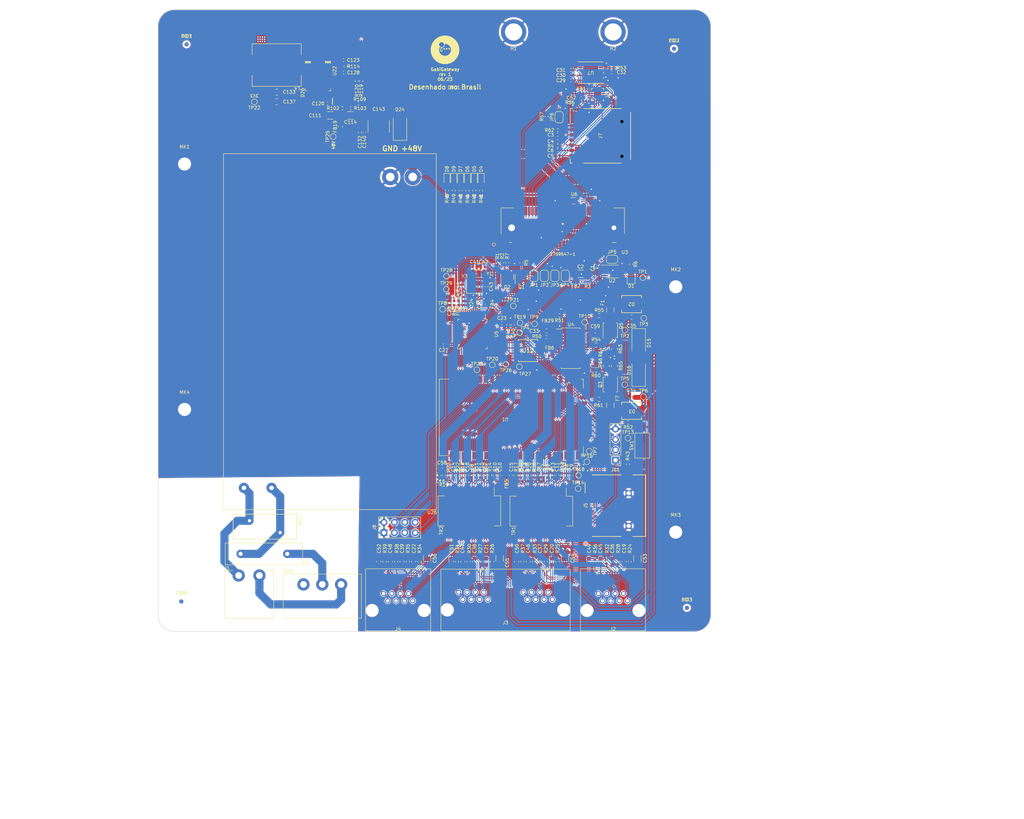
<source format=kicad_pcb>
(kicad_pcb (version 20221018) (generator pcbnew)
  (layers (0 "F.Cu" signal) (1 "In1.Cu" signal) (2 "In2.Cu" signal) (31 "B.Cu" signal) (34 "B.Paste" user) (35 "F.Paste" user) (36 "B.SilkS" user "B.Silkscreen") (37 "F.SilkS" user "F.Silkscreen") (38 "B.Mask" user) (39 "F.Mask" user) (44 "Edge.Cuts" user))
  (net 0 "")
  (net 1 "GND")
  (net 2 "/PMS_3V3")
  (net 3 "Net-(JP5-A)")
  (net 4 "/Mini PCIe/MODEM_3V3")
  (net 5 "/Mini PCIe/SIM_VDD")
  (net 6 "/Mini PCIe/SIM_RST")
  (net 7 "/Mini PCIe/SIM_CLK")
  (net 8 "/Mini PCIe/SIM_DATA")
  (net 9 "Net-(C11-Pad2)")
  (net 10 "Net-(C13-Pad1)")
  (net 11 "/Mini PCIe/2FF_VCC")
  (net 12 "/Mini PCIe/2FF_RST")
  (net 13 "/Mini PCIe/2FF_CLK")
  (net 14 "/Mini PCIe/2FF_DATA")
  (net 15 "/ETH1_POE+")
  (net 16 "/ETH1_POE-")
  (net 17 "/ETH2_POE-")
  (net 18 "/Mini PCIe/MFF2_VCC")
  (net 19 "/Mini PCIe/MFF2_RST")
  (net 20 "/Mini PCIe/MFF2_CLK")
  (net 21 "/Mini PCIe/MFF2_DATA")
  (net 22 "Net-(C123-Pad2)")
  (net 23 "Net-(C10-Pad1)")
  (net 24 "Net-(C44-Pad1)")
  (net 25 "/Mini PCIe/LED_WWAN")
  (net 26 "Net-(C14-Pad1)")
  (net 27 "Net-(U22-VIN)")
  (net 28 "Net-(U22-BOOT)")
  (net 29 "Net-(U22-SW)")
  (net 30 "/MODEM_RING")
  (net 31 "Net-(U22-COMP)")
  (net 32 "/MODEM_CTS")
  (net 33 "/MODEM_RTS")
  (net 34 "/MODEM_DTR")
  (net 35 "/PERST_CTL")
  (net 36 "/W_DISABLE_CTL")
  (net 37 "/MODEM_RX")
  (net 38 "/MODEM_TX")
  (net 39 "/Mini PCIe/W_DISABLE")
  (net 40 "/Mini PCIe/PERST")
  (net 41 "/Mini PCIe/MODEM_FAULT")
  (net 42 "Net-(R2-Pad2)")
  (net 43 "/Power Management/Neutro")
  (net 44 "Net-(R1-Pad2)")
  (net 45 "/Power Management/Fase")
  (net 46 "Net-(D1-A)")
  (net 47 "Net-(F1-Pad1)")
  (net 48 "Net-(SW3-B)")
  (net 49 "Net-(U26-AC{slash}L)")
  (net 50 "Net-(F7-Pad1)")
  (net 51 "/Mini PCIe/SWITCH_VCC")
  (net 52 "/EPHY_LED3")
  (net 53 "/EPHY_LED2")
  (net 54 "/EPHY_LED1")
  (net 55 "/EPHY_LED0")
  (net 56 "/MODEM_USB_D_P")
  (net 57 "/MODEM_USB_D_N")
  (net 58 "/MODEM_EN")
  (net 59 "Net-(C39-Pad1)")
  (net 60 "Net-(C52-Pad1)")
  (net 77 "Net-(C47-Pad1)")
  (net 78 "Net-(C48-Pad1)")
  (net 79 "Net-(C51-Pad1)")
  (net 80 "Net-(JP1-B)")
  (net 81 "Net-(JP2-B)")
  (net 82 "Net-(JP3-B)")
  (net 83 "Net-(JP4-B)")
  (net 84 "Net-(D5-A)")
  (net 85 "Net-(D6-A)")
  (net 86 "Net-(D7-A)")
  (net 87 "Net-(D4-A)")
  (net 88 "Net-(Q5-S-Pad1)")
  (net 89 "Net-(Q3-S-Pad1)")
  (net 90 "Net-(U22-EN)")
  (net 91 "Net-(U22-RT{slash}CLK)")
  (net 92 "Net-(U22-FB)")
  (net 94 "Net-(C36-Pad1)")
  (net 95 "Net-(C22-Pad1)")
  (net 96 "Net-(C50-Pad1)")
  (net 106 "Net-(C19-Pad2)")
  (net 107 "Net-(C20-Pad2)")
  (net 108 "Net-(C21-Pad2)")
  (net 109 "Net-(C22-Pad2)")
  (net 110 "Net-(C36-Pad2)")
  (net 111 "Net-(C37-Pad2)")
  (net 112 "Net-(C38-Pad2)")
  (net 113 "Net-(C39-Pad2)")
  (net 114 "Net-(C45-Pad2)")
  (net 115 "Net-(C46-Pad2)")
  (net 116 "Net-(C47-Pad2)")
  (net 117 "Net-(C48-Pad2)")
  (net 118 "Net-(C49-Pad2)")
  (net 119 "Net-(C50-Pad2)")
  (net 120 "Net-(C51-Pad2)")
  (net 121 "Net-(C52-Pad2)")
  (net 122 "Net-(C53-Pad2)")
  (net 123 "Net-(C54-Pad2)")
  (net 124 "Net-(C55-Pad2)")
  (net 125 "Net-(C56-Pad2)")
  (net 126 "Net-(Q5-G)")
  (net 127 "Net-(Q3-G)")
  (net 136 "Net-(U4-SEN1)")
  (net 137 "Net-(U4-DRAIN1)")
  (net 138 "Net-(U4-SEN2)")
  (net 139 "Net-(U4-DRAIN2)")
  (net 143 "Net-(C19-Pad1)")
  (net 144 "/Power over Ethernet/TPS23861_VDD")
  (net 145 "Net-(C45-Pad1)")
  (net 146 "Net-(C46-Pad1)")
  (net 147 "Net-(C49-Pad1)")
  (net 148 "/HLK-7628 Module/HLK7628_3V3")
  (net 149 "/STM32_RST")
  (net 151 "/HLK-7628 Module/SD_CS")
  (net 152 "/HLK-7628 Module/MOSI")
  (net 153 "/HLK-7628 Module/SCK")
  (net 154 "/HLK-7628 Module/MISO")
  (net 156 "/HLK-7628 Module/SD_DET")
  (net 157 "/MDI_P0_T_P")
  (net 158 "/MDI_P0_R_N")
  (net 159 "/MDI_P2_T_P")
  (net 160 "/MDI_P2_R_N")
  (net 161 "/MDI_P0_T_N")
  (net 162 "/MDI_P0_R_P")
  (net 163 "/MDI_P2_T_N")
  (net 164 "/MDI_P2_R_P")
  (net 165 "/MDI_P1_T_P")
  (net 166 "/MDI_P1_R_N")
  (net 167 "/MDI_P3_T_P")
  (net 168 "/MDI_P3_R_N")
  (net 169 "/MDI_P1_T_N")
  (net 170 "/MDI_P1_R_P")
  (net 171 "/MDI_P3_T_N")
  (net 172 "/MDI_P3_R_P")
  (net 173 "/WDT_RST_N")
  (net 174 "/P0RST_N")
  (net 175 "/STM32_BOOT0")
  (net 176 "/HLK7628_RX")
  (net 177 "/HLK-7628 Module/UART_TXD0")
  (net 178 "/HLK-7628 Module/UART_RXD0")
  (net 179 "/RESET_POE")
  (net 180 "/STM32 circuit/STM32_VDD")
  (net 181 "/STM32 circuit/STM32_VDDA")
  (net 182 "/HLK7628_TX")
  (net 183 "/HLK-7628 Module/MDI_P1_T_N")
  (net 184 "/STM32 circuit/OSC_IN")
  (net 185 "/STM32 circuit/OSC_OUT")
  (net 186 "/STM32 circuit/SWCLK")
  (net 187 "/STM32 circuit/SWDIO")
  (net 188 "/STM32 circuit/STM32_I2C1_SDA")
  (net 189 "/STM32 circuit/STM32_I2C2_SDA")
  (net 190 "/STM32 circuit/STM32_I2C1_SCL")
  (net 191 "/STM32 circuit/STM32_I2C2_SCL")
  (net 193 "/STM32 circuit/OSC32_IN")
  (net 194 "/STM32 circuit/OSC32_OUT")
  (net 195 "/STM32 circuit/USART1_CTS")
  (net 203 "/STM32 circuit/USART1_RTS")
  (net 206 "/STM32 circuit/STM32_PB5")
  (net 207 "/STM32 circuit/STM32_PB4")
  (net 208 "/STM32 circuit/NRST")
  (net 209 "/Ethernet connectors/TR1P1+")
  (net 210 "/Ethernet connectors/TR1P1-")
  (net 211 "/Ethernet connectors/TR1P2+")
  (net 212 "/Ethernet connectors/TR1P2-")
  (net 213 "/Ethernet connectors/TR1P3+")
  (net 214 "/Ethernet connectors/TR1P3-")
  (net 215 "/Ethernet connectors/TR1P4+")
  (net 216 "/Ethernet connectors/TR1P4-")
  (net 217 "/Ethernet connectors/TR2P1+")
  (net 218 "/Ethernet connectors/TR2P1-")
  (net 219 "/Ethernet connectors/TR2P2+")
  (net 220 "/Ethernet connectors/TR2P2-")
  (net 221 "/Ethernet connectors/TR2P3+")
  (net 222 "/Ethernet connectors/TR2P3-")
  (net 223 "/Ethernet connectors/TR2P4+")
  (net 224 "/Ethernet connectors/TR2P4-")
  (net 225 "Net-(D8-A)")
  (net 226 "Net-(D9-A)")
  (net 227 "/HLK-7628 Module/GPIO4")
  (net 228 "/HLK-7628 Module/GPIO10")
  (net 229 "/HLK-7628 Module/PERST_N")
  (net 230 "/HLK-7628 Module/GPIO3")
  (net 231 "/HLK-7628 Module/GPIO1")
  (net 232 "/HLK-7628 Module/GPIO0")
  (net 233 "/HLK-7628 Module/GPIO2")
  (net 234 "Net-(U12-VCC)")
  (net 235 "/SHUTDOWN_POE")
  (net 236 "/STM32 circuit/~{STM32_PB4}")
  (net 237 "/STM32 circuit/STM32_PA15")
  (net 238 "/STM32 circuit/STM32_PB3")
  (net 239 "/SIMCARD_DETECT")
  (net 240 "/SIMCARD_SEL")
  (net 241 "/STM32 circuit/STM32_PB8")
  (footprint "Capacitor_SMD:C_0603_1608Metric" (layer "F.Cu") (at 77.297143 134.9212 90)
    (fp_text reference "C38")
    (fp_text value "22nF/100V")
  )
  (footprint "Crystal:Crystal_SMD_3215-2Pin_3.2x1.5mm" (layer "F.Cu") (at 78.313407 64.5012 180)
    (fp_text reference "Y1")
    (fp_text value "32.768kHz")
  )
  (footprint "Capacitor_SMD:C_0402_1005Metric" (layer "F.Cu") (at 110.779124 15.2812)
    (fp_text reference "C32")
    (fp_text value "33pF/6.3V")
  )
  (footprint "Resistor_SMD:R_0402_1005Metric" (layer "F.Cu") (at 73.012501 134.9212 -90)
    (fp_text reference "R31")
    (fp_text value "75R")
  )
  (footprint "Capacitor_SMD:C_0402_1005Metric" (layer "F.Cu") (at 74.473407 71.704868 90)
    (fp_text reference "C25")
    (fp_text value "1uF")
  )
  (footprint "Capacitor_SMD:C_0603_1608Metric" (layer "F.Cu") (at 110.957143 134.9212 90)
    (fp_text reference "C36")
    (fp_text value "22nF/100V")
  )
  (footprint "Resistor_SMD:R_0402_1005Metric" (layer "F.Cu") (at 98.065 74.7462 180)
    (fp_text reference "R51")
    (fp_text value "10k")
  )
  (footprint "Capacitor_SMD:C_0402_1005Metric" (layer "F.Cu") (at 77.323407 62.7712)
    (fp_text reference "C41")
    (fp_text value "10pF")
  )
  (footprint "Capacitor_SMD:C_0402_1005Metric" (layer "F.Cu") (at 41.38 22.9262 180)
    (fp_text reference "C120")
    (fp_text value "100nF/100V")
  )
  (footprint "Connector_PinHeader_2.54mm:PinHeader_2x04_P2.54mm_Vertical" (layer "F.Cu") (at 55.18 127.8412 90)
    (fp_text reference "J8")
    (fp_text value "Conn_02x04_Odd_Even")
  )
  (footprint "Resistor_SMD:R_0402_1005Metric" (layer "F.Cu") (at 78.725357 134.9212 -90)
    (fp_text reference "R27")
    (fp_text value "75R")
  )
  (footprint "Capacitor_SMD:C_0402_1005Metric" (layer "F.Cu") (at 107.104248 63.163676 -90)
    (fp_text reference "C1")
    (fp_text value "1uF/6.3V")
  )
  (footprint "Jumper:SolderJumper-2_P1.3mm_Bridged_RoundedPad1.0x1.5mm" (layer "F.Cu") (at 91.7968 65.0352 90)
    (fp_text reference "JP1")
    (fp_text value "SolderJumper_2_Bridged")
  )
  (footprint "Package_SO:TSSOP-28_4.4x9.7mm_P0.65mm" (layer "F.Cu") (at 100.829418 82.7387)
    (fp_text reference "U4")
    (fp_text value "TPS23861")
  )
  (footprint "LED_SMD:LED_0805_2012Metric" (layer "F.Cu") (at 115.562448 65.297276 90)
    (fp_text reference "D1")
    (fp_text value "LED")
  )
  (footprint "Capacitor_SMD:C_0402_1005Metric" (layer "F.Cu") (at 79.303407 62.7712 180)
    (fp_text reference "C42")
    (fp_text value "10pF")
  )
  (footprint "Resistor_SMD:R_0402_1005Metric" (layer "F.Cu") (at 75.868929 134.9212 -90)
    (fp_text reference "R30")
    (fp_text value "75R")
  )
  (footprint "Fuse:Fuse_Littelfuse-LVR100" (layer "F.Cu") (at 31.54 133.0112 180)
    (fp_text reference "F2")
    (fp_text value "LVR100S-240")
  )
  (footprint "Capacitor_SMD:C_1206_3216Metric" (layer "F.Cu") (at 42.042 25.827)
    (fp_text reference "C111")
    (fp_text value "2.2uF/100V")
  )
  (footprint "TestPoint:TestPoint_Pad_D1.0mm" (layer "F.Cu") (at 118.6626 75.4137 180)
    (fp_text reference "TP3")
    (fp_text value "TestPoint")
  )
  (footprint "Capacitor_SMD:C_0402_1005Metric" (layer "F.Cu") (at 100.906478 113.829484 -90)
    (fp_text reference "C9")
    (fp_text value "0.1uF")
  )
  (footprint "TestPoint:TestPoint_Pad_D1.0mm" (layer "F.Cu") (at 114.0226 91.629977)
    (fp_text reference "TP5")
    (fp_text value "TestPoint")
  )
  (footprint "Resistor_SMD:R_0402_1005Metric" (layer "F.Cu") (at 61.015357 134.9212 -90)
    (fp_text reference "R35")
    (fp_text value "75R")
  )
  (footprint "Resistor_SMD:R_0402_1005Metric" (layer "F.Cu") (at 97.631701 33.2862)
    (fp_text reference "R4")
    (fp_text value "15k")
  )
  (footprint "Resistor_SMD:R_0402_1005Metric" (layer "F.Cu") (at 88.481862 113.829484 90)
    (fp_text reference "R21")
    (fp_text value "50R")
  )
  (footprint "Capacitor_SMD:C_0603_1608Metric" (layer "F.Cu") (at 90.438214 134.9212 90)
    (fp_text reference "C46")
    (fp_text value "22nF/100V")
  )
  (footprint "Jumper:SolderJumper-2_P1.3mm_Bridged_RoundedPad1.0x1.5mm" (layer "F.Cu") (at 96.9276 65.0352 90)
    (fp_text reference "JP3")
    (fp_text value "SolderJumper_2_Bridged")
  )
  (footprint "Capacitor_SMD:C_0402_1005Metric" (layer "F.Cu") (at 83.974231 76.5512)
    (fp_text reference "C23")
    (fp_text value "100nF")
  )
  (footprint "Package_TO_SOT_SMD:SOT-723" (layer "F.Cu") (at 101.553425 46.6862)
    (fp_text reference "U6")
    (fp_text value "TPD2EUSB30")
  )
  (footprint "TestPoint:TestPoint_Pad_D1.0mm" (layer "F.Cu") (at 81.635 86.7962)
    (fp_text reference "TP20")
    (fp_text value "TestPoint")
  )
  (footprint "Gabriel:IRM-60" (layer "F.Cu") (at 41.957391 78.6812 -90)
    (fp_text reference "U26")
    (fp_text value "IRM-60-48")
  )
  (footprint "Transformer_SMD:Transformer_Ethernet_YDS_30F-51NL_SO-24_7.1x15.1mm" (layer "F.Cu") (at 93.615 122.56961 -90)
    (fp_text reference "TR1")
    (fp_text value "30F-51NL")
  )
  (footprint "Inductor_SMD:L_0402_1005Metric" (layer "F.Cu") (at 95.565 81.3662)
    (fp_text reference "FB6")
    (fp_text value "FerriteBead_Small")
  )
  (footprint "Diode_SMD:D_SMA" (layer "F.Cu") (at 59.08 28.5312 90)
    (fp_text reference "D24")
    (fp_text value "SMAJ51A")
  )
  (footprint "Resistor_SMD:R_0402_1005Metric" (layer "F.Cu") (at 114.775 111.0862 90)
    (fp_text reference "R43")
    (fp_text value "10k")
  )
  (footprint "Gabriel:MLP16" (layer "F.Cu") (at 107.354886 20.7462 90)
    (fp_text reference "U9")
    (fp_text value "FSA2567MPX")
  )
  (footprint "MountingHole:MountingHole_3.2mm_M3" (layer "F.Cu") (at 126.465 67.7162)
    (fp_text reference "MK2")
    (fp_text value "Mounting_Hole")
  )
  (footprint "Resistor_SMD:R_0402_1005Metric" (layer "F.Cu") (at 69.827692 113.829484 90)
    (fp_text reference "R19")
    (fp_text value "50R")
  )
  (footprint "Resistor_SMD:R_0402_1005Metric" (layer "F.Cu") (at 85.545 77.0162 90)
    (fp_text reference "R46")
    (fp_text value "10k")
  )
  (footprint "Capacitor_SMD:C_0603_1608Metric" (layer "F.Cu") (at 105.244287 134.9212 90)
    (fp_text reference "C49")
    (fp_text value "22nF/100V")
  )
  (footprint "Inductor_SMD:L_0603_1608Metric" (layer "F.Cu") (at 44.5374 28.577 90)
    (fp_text reference "FB19")
    (fp_text value "FerriteBead_Small")
  )
  (footprint "TestPoint:TestPoint_Pad_D1.0mm" (layer "F.Cu") (at 88.395 76.5162)
    (fp_text reference "TP19")
    (fp_text value "TestPoint")
  )
  (footprint "Inductor_SMD:L_0402_1005Metric" (layer "F.Cu") (at 95.17 77.1812)
    (fp_text reference "FB29")
    (fp_text value "FerriteBead_Small")
  )
  (footprint "MountingHole:MountingHole_3.2mm_M3" (layer "F.Cu") (at 6.455 37.7062)
    (fp_text reference "MK1")
    (fp_text value "Mounting_Hole")
  )
  (footprint "Inductor_SMD:L_0402_1005Metric" (layer "F.Cu") (at 102.0529 66.4596)
    (fp_text reference "FB2")
    (fp_text value "FerriteBead_Small")
  )
  (footprint "Resistor_SMD:R_0402_1005Metric" (layer "F.Cu") (at 73.901 44.1912 90)
    (fp_text reference "R45")
    (fp_text value "R_Small")
  )
  (footprint "Connector_PinHeader_2.54mm:PinHeader_1x04_P2.54mm_Vertical" (layer "F.Cu") (at 111.74 110.1112 180)
    (fp_text reference "J11")
    (fp_text value "Conn_01x04")
  )
  (footprint "Capacitor_SMD:C_0402_1005Metric" (layer "F.Cu") (at 71.245 71.6962 90)
    (fp_text reference "C28")
    (fp_text value "100nF")
  )
  (footprint "footprints:CR_SM12CA-13-F_DIO" (layer "F.Cu") (at 115.68 98.0312 180)
    (fp_text reference "D3")
    (fp_text value "SMBJ58A")
  )
  (footprint "Capacitor_SMD:C_0402_1005Metric" (layer "F.Cu") (at 79.563407 71.989777 90)
    (fp_text reference "C26")
    (fp_text value "100nF")
  )
  (footprint "Fiducial:Fiducial_1mm_Mask2mm" (layer "F.Cu") (at 129.195 146.2162)
    (fp_text reference "FID3")
    (fp_text value "Fiducial")
  )
  (footprint "Gabriel:HC-RJ45-5JA-1-6" (layer "F.Cu") (at 111.13 151.8562)
    (fp_text reference "J2")
    (fp_text value "8P8C")
  )
  (footprint "TestPoint:TestPoint_Pad_D1.0mm" (layer "F.Cu") (at 42.7638 31.002 90)
    (fp_text reference "TP25")
    (fp_text value "TestPoint")
  )
  (footprint "TestPoint:TestPoint_Pad_D1.0mm" (layer "F.Cu") (at 84.955 86.6762 180)
    (fp_text reference "TP26")
    (fp_text value "TestPoint")
  )
  (footprint "TestPoint:TestPoint_Pad_D1.0mm" (layer "F.Cu") (at 77.885 87.9962)
    (fp_text reference "TP23")
    (fp_text value "TestPoint")
  )
  (footprint "Resistor_SMD:R_0402_1005Metric" (layer "F.Cu") (at 91.874938 113.829484 -90)
    (fp_text reference "R16")
    (fp_text value "50R")
  )
  (footprint "Resistor_SMD:R_0402_1005Metric" (layer "F.Cu") (at 78.869228 113.829484 90)
    (fp_text reference "R15")
    (fp_text value "50R")
  )
  (footprint "Capacitor_SMD:C_0402_1005Metric" (layer "F.Cu") (at 50.365 29.9812 90)
    (fp_text reference "C140")
    (fp_text value "100nF/100V")
  )
  (footprint "Resistor_SMD:R_0402_1005Metric" (layer "F.Cu") (at 98.64109 113.829484 -90)
    (fp_text reference "R12")
    (fp_text value "50R")
  )
  (footprint "Capacitor_SMD:C_0402_1005Metric" (layer "F.Cu") (at 97.631701 35.6562 180)
    (fp_text reference "C5")
    (fp_text value "33pF/6.3V")
  )
  (footprint "Resistor_SMD:R_0402_1005Metric" (layer "F.Cu") (at 72.325 71.6962 -90)
    (fp_text reference "R40")
    (fp_text value "10k")
  )
  (footprint "Gabriel:HC-RJ45-5JA-1-6" (layer "F.Cu") (at 58.63 151.8562)
    (fp_text reference "J4")
    (fp_text value "8P8C")
  )
  (footprint "Capacitor_SMD:C_0603_1608Metric" (layer "F.Cu") (at 108.100715 134.9212 90)
    (fp_text reference "C45")
    (fp_text value "22nF/100V")
  )
  (footprint "Resistor_SMD:R_0603_1608Metric" (layer "F.Cu") (at 107.7626 74.7462)
    (fp_text reference "R55")
    (fp_text value "47R")
  )
  (footprint "Resistor_SMD:R_0402_1005Metric" (layer "F.Cu") (at 99.778782 113.829484 -90)
    (fp_text reference "R8")
    (fp_text value "50R")
  )
  (footprint "Capacitor_SMD:C_0402_1005Metric" (layer "F.Cu") (at 69.71 82.0512 180)
    (fp_text reference "C27")
    (fp_text value "4.7uF")
  )
  (footprint "Capacitor_SMD:C_0402_1005Metric" (layer "F.Cu") (at 97.513398 113.829484 90)
    (fp_text reference "C11")
    (fp_text value "0.1uF")
  )
  (footprint "Capacitor_SMD:C_0603_1608Metric" (layer "F.Cu") (at 115.68 94.7537 180)
    (fp_text reference "C34")
    (fp_text value "100nF/100V")
  )
  (footprint "Resistor_SMD:R_0402_1005Metric" (layer "F.Cu") (at 74.35846 113.829484 -90)
    (fp_text reference "R18")
    (fp_text value "50R")
  )
  (footprint "Resistor_SMD:R_0805_2012Metric" (layer "F.Cu") (at 109.4938 82.9212 -90)
    (fp_text reference "R64")
    (fp_text value "0.510R")
  )
  (footprint "TestPoint:TestPoint_Pad_D1.0mm" (layer "F.Cu") (at 104.725 110.5062)
    (fp_text reference "TP15")
    (fp_text value "TestPoint")
  )
  (footprint "Resistor_SMD:R_0402_1005Metric" (layer "F.Cu") (at 95.248014 113.829484 90)
    (fp_text reference "R9")
    (fp_text value "50R")
  )
  (footprint "Gabriel:1759547-1" (layer "F.Cu") (at 98.861448 52.6654)
    (fp_text reference "U3")
    (fp_text value "1759547-1")
  )
  (footprint "Capacitor_SMD:C_0402_1005Metric" (layer "F.Cu") (at 80.200134 67.6912 -90)
    (fp_text reference "C43")
    (fp_text value "20pF")
  )
  (footprint "Resistor_SMD:R_0402_1005Metric" (layer "F.Cu") (at 103.405 22.6412)
    (fp_text reference "R56")
    (fp_text value "10k")
  )
  (footprint "Inductor_SMD:L_0402_1005Metric" (layer "F.Cu") (at 103.405 20.4962)
    (fp_text reference "FB1")
    (fp_text value "FerriteBead_Small")
  )
  (footprint "Package_SON:Diodes_PowerDI3333-8" (layer "F.Cu") (at 110.48 78.31982 90)
    (fp_text reference "Q5")
    (fp_text value "CSD19538Q3A")
  )
  (footprint "Capacitor_SMD:C_0402_1005Metric" (layer "F.Cu") (at 100.816202 16.0112 180)
    (fp_text reference "C30")
    (fp_text value "33pF/6.3V")
  )
  (footprint "Resistor_SMD:R_0402_1005Metric" (layer "F.Cu") (at 72.235 44.1912 90)
    (fp_text reference "R49")
    (fp_text value "R_Small")
  )
  (footprint "Resistor_SMD:R_0402_1005Metric" (layer "F.Cu") (at 90.737246 113.829484 -90)
    (fp_text reference "R20")
    (fp_text value "50R")
  )
  (footprint "LED_SMD:LED_0603_1608Metric" (layer "F.Cu") (at 73.901 41.4887 -90)
    (fp_text reference "D7")
    (fp_text value "LED_Small")
  )
  (footprint "Capacitor_SMD:C_0402_1005Metric" (layer "F.Cu") (at 45.3126 15.3638)
    (fp_text reference "C128")
    (fp_text value "39pF/50V")
  )
  (footprint "Resistor_SMD:R_0402_1005Metric" (layer "F.Cu") (at 82.9068 61.8348 90)
    (fp_text reference "R1")
    (fp_text value "330R")
  )
  (footprint "Capacitor_SMD:C_0402_1005Metric" (layer "F.Cu") (at 75.486152 113.829484 90)
    (fp_text reference "C18")
    (fp_text value "0.1uF")
  )
  (footprint "Capacitor_SMD:C_1206_3216Metric" (layer "F.Cu") (at 117.09 134.1012 -90)
    (fp_text reference "C53")
    (fp_text value "1000pF/2kV")
  )
  (footprint "Capacitor_SMD:C_0603_1608Metric" (layer "F.Cu") (at 53.874287 134.9212 90)
    (fp_text reference "C52")
    (fp_text value "22nF/100V")
  )
  (footprint "Inductor_SMD:L_0402_1005Metric" (layer "F.Cu") (at 80.653407 71.959777 90)
    (fp_text reference "FB4")
    (fp_text value "FerriteBead_Small")
  )
  (footprint "Resistor_SMD:R_0402_1005Metric" (layer "F.Cu") (at 109.528929 134.9212 -90)
    (fp_text reference "R32")
    (fp_text value "75R")
  )
  (footprint "footprints:CONN9_0185-02_GSW" (layer "F.Cu") (at 104.4607 127.65705 90)
    (fp_text reference "J5")
    (fp_text value "Micro_SD_Card_Det1")
  )
  (footprint "Capacitor_SMD:C_0603_1608Metric" (layer "F.Cu") (at 56.730715 134.9212 90)
    (fp_text reference "C48")
    (fp_text value "22nF/100V")
  )
  (footprint "Resistor_SMD:R_0805_2012Metric" (layer "F.Cu") (at 109.4938 87.075321 -90)
    (fp_text reference "R66")
    (fp_text value "0.510R")
  )
  (footprint "Fuse:Fuse_1206_3216Metric" (layer "F.Cu") (at 110.48 73.34482 90)
    (fp_text reference "F1")
    (fp_text value "046801.5NR")
  )
  (footprint "LED_SMD:LED_0603_1608Metric" (layer "F.Cu") (at 70.569 41.4887 -90)
    (fp_text reference "D8")
    (fp_text value "LED_Small")
  )
  (footprint "Capacitor_SMD:C_1206_3216Metric" (layer "F.Cu") (at 99.427499 134.1012 -90)
    (fp_text reference "C54")
    (fp_text value "1000pF/2kV")
  )
  (footprint "digikey-footprints:DO-214AB" (layer "F.Cu") (at 39.0388 16.202 -90)
    (fp_text reference "D26")
    (fp_text value "B560C")
  )
  (footprint "Resistor_SMD:R_0402_1005Metric" (layer "F.Cu") (at 97.631701 29.4362)
    (fp_text reference "R62")
    (fp_text value "10k")
  )
  (footprint "Package_QFP:LQFP-48_7x7mm_P0.5mm" (layer "F.Cu") (at 76.813407 79.2912 -90)
    (fp_text reference "U5")
    (fp_text value "STM32F030C8Tx")
  )
  (footprint "Resistor_SMD:R_0402_1005Metric" (layer "F.Cu") (at 77.233 44.1912 90)
    (fp_text reference "R42")
    (fp_text value "R_Small")
  )
  (footprint "Capacitor_SMD:C_0402_1005Metric" (layer "F.Cu") (at 45.3126 12.3198)
    (fp_text reference "C123")
    (fp_text value "6.8nF/50V")
  )
  (footprint "TestPoint:TestPoint_Pad_D1.0mm" (layer "F.Cu") (at 70.455 65.1162)
    (fp_text reference "TP28")
    (fp_text value "TestPoint")
  )
  (footprint "Capacitor_SMD:C_0402_1005Metric" (layer "F.Cu") (at 69.41 111.6712 180)
    (fp_text reference "C58")
    (fp_text value "100nF")
  )
  (footprint "Capacitor_SMD:C_0603_1608Metric" (layer "F.Cu") (at 87.581786 134.9212 90)
    (fp_text reference "C50")
    (fp_text value "22nF/100V")
  )
  (footprint "Capacitor_SMD:C_0402_1005Metric" (layer "F.Cu") (at 74.426681 67.6912 90)
    (fp_text reference "C44")
    (fp_text value "20pF")
  )
  (footprint "Capacitor_SMD:C_0402_1005Metric" (layer "F.Cu") (at 49.29 29.9812 90)
    (fp_text reference "C132")
    (fp_text value "100nF/100V")
  )
  (footprint "TestPoint:TestPoint_Pad_D1.0mm" (layer "F.Cu") (at 114.0226 78.31982 180)
    (fp_text reference "TP2")
    (fp_text value "TestPoint")
  )
  (footprint "TestPoint:TestPoint_Pad_D1.0mm" (layer "F.Cu") (at 88.255 87.2562)
    (fp_text reference "TP27")
    (fp_text value "TestPoint")
  )
  (footprint "Diode_SMD:D_SMA" (layer "F.Cu") (at 117.4126 88.5537 90)
    (fp_text reference "D16")
    (fp_text value "10MQ100NTRPBF")
  )
  (footprint "Jumper:SolderJumper-2_P1.3mm_Bridged_RoundedPad1.0x1.5mm" (layer "F.Cu") (at 99.493 65.0352 90)
    (fp_text reference "JP4")
    (fp_text value "SolderJumper_2_Bridged")
  )
  (footprint "Inductor_SMD:L_0402_1005Metric" (layer "F.Cu") (at 85.121845 113.829484 90)
    (fp_text reference "FB5")
    (fp_text value "FerriteBead_Small")
  )
  (footprint "Resistor_SMD:R_0402_1005Metric" (layer "F.Cu") (at 115.241785 134.9212 -90)
    (fp_text reference "R24")
    (fp_text value "75R")
  )
  (footprint "Capacitor_SMD:C_0402_1005Metric" (layer "F.Cu") (at 97.631701 32.1762 180)
    (fp_text reference "C4")
    (fp_text value "33pF/6.3V")
  )
  (footprint "TestPoint:TestPoint_Pad_D1.0mm" (layer "F.Cu") (at 102.605 117.0662)
    (fp_text reference "TP14")
    (fp_text value "TestPoint")
  )
  (footprint "Capacitor_SMD:C_0402_1005Metric" (layer "F.Cu") (at 97.631701 34.3662 180)
    (fp_text reference "C6")
    (fp_text value "33pF/6.3V")
  )
  (footprint "Gabriel:BD82006FVJ-MGE2" (layer "F.Cu") (at 110.939648 63.976476)
    (fp_text reference "U2")
    (fp_text value "BD82006FVJ-M")
  )
  (footprint "Capacitor_SMD:C_0402_1005Metric" (layer "F.Cu") (at 75.543407 71.704868 -90)
    (fp_text reference "C24")
    (fp_text value "10nF")
  )
  (footprint "LED_SMD:LED_0603_1608Metric" (layer "F.Cu") (at 78.899 41.4887 -90)
    (fp_text reference "D4")
    (fp_text value "LED_Small")
  )
  (footprint "Capacitor_SMD:C_0603_1608Metric" (layer "F.Cu") (at 93.294642 134.9212 90)
    (fp_text reference "C37")
    (fp_text value "22nF/100V")
  )
  (footprint "TestPoint:TestPoint_Pad_D1.0mm" (layer "F.Cu") (at 104.205 76.3662)
    (fp_text reference "TP10")
    (fp_text value "TestPoint")
  )
  (footprint "Capacitor_SMD:C_0805_2012Metric" (layer "F.Cu") (at 28.955 22.5012 180)
    (fp_text reference "C137")
    (fp_text value "47uF/10V")
  )
  (footprint "TestPoint:TestPoint_Pad_D1.0mm" (layer "F.Cu") (at 23.505 22.5096)
    (fp_text reference "TP22")
    (fp_text value "TestPoint")
  )
  (footprint "Capacitor_SMD:C_0603_1608Metric" (layer "F.Cu") (at 71.584287 134.9212 90)
    (fp_text reference "C51")
    (fp_text value "22nF/100V")
  )
  (footprint "TestPoint:TestPoint_Pad_D1.0mm" (layer "F.Cu") (at 86.785 72.3962)
    (fp_text reference "TP21")
    (fp_text value "TestPoint")
  )
  (footprint "Capacitor_SMD:C_0603_1608Metric" (layer "F.Cu") (at 115.68 75.1737)
    (fp_text reference "C35")
    (fp_text value "100nF/100V")
  )
  (footprint "Jumper:SolderJumper-2_P1.3mm_Open_RoundedPad1.0x1.5mm" (layer "F.Cu") (at 97.961448 26.2498 90)
    (fp_text reference "JP6")
    (fp_text value "SolderJumper_2_Open")
  )
  (footprint "TestPoint:TestPoint_Pad_D1.0mm" (layer "F.Cu") (at 102.735 113.7962)
    (fp_text reference "TP18")
    (fp_text value "TestPoint")
  )
  (footprint "Capacitor_SMD:C_0603_1608Metric" (layer "F.Cu") (at 106.77 78.5112 180)
    (fp_text reference "C59")
    (fp_text value "100nF/100V")
  )
  (footprint "Resistor_SMD:R_0402_1005Metric" (layer "F.Cu") (at 55.302501 134.9212 -90)
    (fp_text reference "R39")
    (fp_text value "75R")
  )
  (footprint "Capacitor_SMD:C_0402_1005Metric" (layer "F.Cu") (at 86.216478 113.829484 -90)
    (fp_text reference "C15")
    (fp_text value "0.1uF")
  )
  (footprint "Resistor_SMD:R_0603_1608Metric" (layer "F.Cu") (at 106.9826 88.0237)
    (fp_text reference "R60")
    (fp_text value "22.1R")
  )
  (footprint "Gabriel:WJ2EDGRC-5.08-2P" (layer "F.Cu") (at 22.206666 138.3012)
    (fp_text reference "J1")
    (fp_text value "127VAC/220VAC")
  )
  (footprint "Capacitor_SMD:C_0402_1005Metric" (layer "F.Cu") (at 79.99692 113.829484 90)
    (fp_text reference "C12")
    (fp_text value "0.1uF")
  )
  (footprint "Resistor_SMD:R_0402_1005Metric" (layer "F.Cu") (at 48.93 22.9012)
    (fp_text reference "R109")
    (fp_text value "162k")
  )
  (footprint "Gabriel:MHCC10040-8R2M-R7" (layer "F.Cu") (at 28.955 13.5096 180)
    (fp_text reference "L4")
    (fp_text value "8.2uH")
  )
  (footprint "Capacitor_SMD:C_1206_3216Metric" (layer "F.Cu") (at 65.72 134.1012 -90)
    (fp_text reference "C56")
    (fp_text value "1000pF/2kV")
  )
  (footprint "Resistor_SMD:R_0402_1005Metric" (layer "F.Cu") (at 58.158929 134.9212 -90)
    (fp_text reference "R38")
    (fp_text value "75R")
  )
  (footprint "Resistor_SMD:R_0402_1005Metric" (layer "F.Cu") (at 70.965384 113.829484 90)
    (fp_text reference "R23")
    (fp_text value "50R")
  )
  (footprint "Aesthetics:camaleaosilk" (layer "F.Cu") (at 72.265 26.4462)
    (fp_text reference "G001")
    (fp_text value "LOGO" hide)
  )
  (footprint "Resistor_SMD:R_0402_1005Metric" (layer "F.Cu") (at 88.7742 61.8348 -90)
    (fp_text reference "R5")
    (fp_text value "5k1")
  )
  (footprint "Capacitor_SMD:C_0603_1608Metric" (layer "F.Cu") (at 80.153571 134.9212 90)
    (fp_text reference "C21")
    (fp_text value "22nF/100V")
  )
  (footprint "Package_TO_SOT_SMD:SOT-23" (layer "F.Cu") (at 85.2944 65.3146 90)
    (fp_text reference "Q2")
    (fp_text value "PDTC143ZT")
  )
  (footprint "Resistor_SMD:R_0402_1005Metric" (layer "F.Cu") (at 85.2944 61.8348 -90)
    (fp_text reference "R7")
    (fp_text value "5k1")
  )
  (footprint "LED_SMD:LED_0603_1608Metric" (layer "F.Cu") (at 77.233 41.4887 -90)
    (fp_text reference "D5")
    (fp_text value "LED_Small")
  )
  (footprint "Resistor_SMD:R_0805_2012Metric" (layer "F.Cu") (at 111.4826 87.065321 -90)
    (fp_text reference "R65")
    (fp_text value "0.510R")
  )
  (footprint "Resistor_SMD:R_0402_1005Metric" (layer "F.Cu") (at 87.34417 113.829484 90)
    (fp_text reference "R17")
    (fp_text value "50R")
  )
  (footprint "Jumper:SolderJumper-2_P1.3mm_Bridged_RoundedPad1.0x1.5mm" (layer "F.Cu") (at 94.3622 65.0352 90)
    (fp_text reference "JP2")
    (fp_text value "SolderJumper_2_Bridged")
  )
  (footprint "Resistor_SMD:R_0402_1005Metric" (layer "F.Cu") (at 94.722856 134.9212 -90)
    (fp_text reference "R29")
    (fp_text value "75R")
  )
  (footprint "Resistor_SMD:R_0402_1005Metric" (layer "F.Cu") (at 115.562448 62.198476 -90)
    (fp_text reference "R6")
    (fp_text value "220R")
  )
  (footprint "Resistor_SMD:R_0402_1005Metric" (layer "F.Cu") (at 114.835 100.8962 180)
    (fp_text reference "R52")
    (fp_text value "10k")
  )
  (footprint "Gabriel:HC-RJ45-5JA-2-6" (layer "F.Cu") (at 84.88 151.8562)
    (fp_text reference "J3")
    (fp_text value "RJ45_x2")
  )
  (footprint "Fiducial:Fiducial_1mm_Mask2mm" (layer "F.Cu") (at 6.945 8.4462)
    (fp_text reference "FID1")
    (fp_text value "Fiducial")
  )
  (footprint "Crystal:Crystal_SMD_3225-4Pin_3.2x2.5mm" (layer "F.Cu") (at 77.313407 67.6912)
    (fp_text reference "Y3")
    (fp_text value "8MHz")
  )
  (footprint "Capacitor_SMD:C_0402_1005Metric" (layer "F.Cu") (at 68.7 113.829484 -90)
    (fp_text reference "C16")
    (fp_text value "0.1uF")
  )
  (footprint "Resistor_SMD:R_0402_1005Metric" (layer "F.Cu") (at 49.6306 17.4466 -90)
    (fp_text reference "R119")
    (fp_text value "36k5")
  )
  (footprint "Capacitor_SMD:C_0402_1005Metric" (layer "F.Cu") (at 93.00263 113.829484 90)
    (fp_text reference "C17")
    (fp_text value "0.1uF")
  )
  (footprint "Transformer_SMD:Transformer_Ethernet_YDS_30F-51NL_SO-24_7.1x15.1mm" (layer "F.Cu") (at 76.03 122.49961 -90)
    (fp_text reference "TR2")
    (fp_text value "30F-51NL")
  )
  (footprint "Capacitor_SMD:C_1206_3216Metric" (layer "F.Cu") (at 103.1959 64.5292 180)
    (fp_text reference "C2")
    (fp_text value "150uF/6.3V")
  )
  (footprint "Resistor_SMD:R_0402_1005Metric" (layer "F.Cu") (at 84.0752 61.8348 90)
    (fp_text reference "R2")
    (fp_text value "330R")
  )
  (footprint "Resistor_SMD:R_0402_1005Metric" (layer "F.Cu") (at 94.8776 80.031563 180)
    (fp_text reference "R50")
    (fp_text value "10k")
  )
  (footprint "TestPoint:TestPoint_Pad_D1.0mm" (layer "F.Cu") (at 69.495 73.2062)
    (fp_text reference "TP8")
    (fp_text value "TestPoint")
  )
  (footprint "Resistor_SMD:R_0402_1005Metric" (layer "F.Cu") (at 77.731536 113.829484 90)
    (fp_text reference "R11")
    (fp_text value "50R")
  )
  (footprint "Resistor_SMD:R_0402_1005Metric" (layer "F.Cu") (at 70.569 44.1912 90)
    (fp_text reference "R48")
    (fp_text value "R_Small")
  )
  (footprint "Capacitor_SMD:C_0603_1608Metric" (layer "F.Cu") (at 74.440715 134.9212 90)
    (fp_text reference "C47")
    (fp_text value "22nF/100V")
  )
  (footprint "Gabriel:L102011MS02Q" (layer "F.Cu") (at 40.105 143.3412)
    (fp_text reference "SW3")
    (fp_text value "SW_SPDT")
  )
  (footprint "Resistor_SMD:R_0603_1608Metric" (layer "F.Cu") (at 106.9826 81.9837)
    (fp_text reference "R54")
    (fp_text value "22.1R")
  )
  (footprint "footprints:XKNANO-113_XKB" (layer "F.Cu") (at 108.061701 30.8262 90)
    (fp_text reference "J7")
    (fp_text value "XKNANO-113")
  )
  (footprint "Capacitor_SMD:C_0402_1005Metric" (layer "F.Cu") (at 83.39 113.829484 -90)
    (fp_text reference "C10")
    (fp_text value "0.1uF")
  )
  (footprint "Capacitor_SMD:C_0402_1005Metric" (layer "F.Cu") (at 94.120322 113.829484 -90)
    (fp_text reference "C7")
    (fp_text value "0.1uF")
  )
  (footprint "TestPoint:TestPoint_Pad_D1.0mm" (layer "F.Cu") (at 114.795 104.7162)
    (fp_text reference "TP13")
    (fp_text value "TestPoint")
  )
  (footprint "Resistor_SMD:R_0402_1005Metric" (layer "F.Cu") (at 74.426681 69.6912 90)
    (fp_text reference "R47")
    (fp_text value "390R")
  )
  (footprint "Resistor_SMD:R_0402_1005Metric" (layer "F.Cu") (at 81.124612 113.829484 -90)
    (fp_text reference "R14")
    (fp_text value "50R")
  )
  (footprint "Capacitor_SMD:C_0603_1608Metric" (layer "F.Cu") (at 94.8776 78.5337)
    (fp_text reference "C33")
    (fp_text value "100nF/50V")
  )
  (footprint "Resistor_SMD:R_0603_1608Metric" (layer "F.Cu") (at 107.7626 95.2337)
    (fp_text reference "R61")
    (fp_text value "47R")
  )
  (footprint "Capacitor_SMD:C_0402_1005Metric" (layer "F.Cu") (at 97.631701 30.5762 180)
    (fp_text reference "C3")
    (fp_text value "100nF/6.3V")
  )
  (footprint "Resistor_SMD:R_0402_1005Metric" (layer "F.Cu") (at 45.02 24.0762)
    (fp_text reference "R102")
    (fp_text value "523k")
  )
  (footprint "Aesthetics:gabriel_logo1" (layer "F.Cu") (at 70.092064 9.791652)
    (fp_text reference "G***")
    (fp_text value "LOGO" hide)
  )
  (footprint "Fiducial:Fiducial_1mm_Mask2mm" (layer "F.Cu") (at 126.055 9.5162)
    (fp_text reference "FID2")
    (fp_text value "Fiducial")
  )
  (footprint "Gabriel:4882 Standoff" (layer "F.Cu") (at 86.8438 5.4214)
    (fp_text reference "H1")
    (fp_text value "MountingHole_Pad")
  )
  (footprint "Inductor_SMD:L_0402_1005Metric" (layer "F.Cu") (at 73.383407 71.694868 -90)
    (fp_text reference "FB3")
    (fp_text value "FerriteBead_Small")
  )
  (footprint "LED_SMD:LED_0603_1608Metric" (layer "F.Cu") (at 75.567 41.4887 -90)
    (fp_text reference "D6")
    (fp_text value "LED_Small")
  )
  (footprint "Capacitor_SMD:C_0402_1005Metric" (layer "F.Cu") (at 103.405 21.5687 180)
    (fp_text reference "C57")
    (fp_text value "100nF/6.3V")
  )
  (footprint "Capacitor_SMD:C_0402_1005Metric" (layer "F.Cu") (at 100.816202 17.2812 180)
    (fp_text reference "C29")
    (fp_text value "100nF/6.3V")
  )
  (footprint "Capacitor_SMD:C_0603_1608Metric" (layer "F.Cu") (at 113.813571 134.9212 90)
    (fp_text reference "C19")
    (fp_text value "22nF/100V")
  )
  (footprint "Capacitor_SMD:C_0603_1608Metric" (layer "F.Cu") (at 59.587143 134.9212 90)
    (fp_text reference "C39")
    (fp_text value "22nF/100V")
  )
  (footprint "Capacitor_SMD:C_0402_1005Metric" (layer "F.Cu") (at 72.093076 113.829484 -90)
    (fp_text reference "C14")
    (fp_text value "0.1uF")
  )
  (footprint "Capacitor_SMD:C_0402_1005Metric" (layer "F.Cu") (at 76.603844 113.829484 -90)
    (fp_text reference "C8")
    (fp_text value "0.1uF")
  )
  (footprint "Package_TO_SOT_SMD:SOT-23" (layer "F.Cu") (at 88.7742 65.3146 90)
    (fp_text reference "Q1")
    (fp_text value "PDTC143ZT")
  )
  (footprint "TestPoint:TestPoint_Pad_D1.0mm" (layer "F.Cu") (at 70.385 68.2962)
    (fp_text reference "TP29")
    (fp_text value "TestPoint")
  )
  (footprint "Jumper:SolderJumper-2_P1.3mm_Open_RoundedPad1.0x1.5mm" (layer "F.Cu") (at 110.909648 61.004676)
    (fp_text reference "JP5")
    (fp_text value "SolderJumper_2_Open")
  )
  (footprint "Capacitor_SMD:C_0402_1005Metric" (layer "F.Cu") (at 89.609554 113.829484 -90)
    (fp_text reference "C13")
    (fp_text value "0.1uF")
  )
  (footprint "Button_Switch_SMD:SW_SPST_FSMSM" (layer "F.Cu") (at 118.28 106.5412 90)
    (fp_text reference "SW1")
    (fp_text value "BOOT")
  )
  (footprint "Resistor_SMD:R_0402_1005Metric" (layer "F.Cu") (at 82.262304 113.829484 -90)
    (fp_text reference "R10")
    (fp_text value "50R")
  )
  (footprint "MountingHole:MountingHole_3.2mm_M3" (layer "F.Cu") (at 126.455 127.7062)
    (fp_text reference "MK3")
    (fp_text value "Mounting_Hole")
  )
  (footprint "TestPoint:TestPoint_Pad_D1.0mm" (layer "F.Cu") (at 118.5826 94.5737)
    (fp_text reference "TP6")
    (fp_text value "TestPoint")
  )
  (footprint "Capacitor_SMD:C_1206_3216Metric" (layer "F.Cu") (at 83.43 134.1012 -90)
    (fp_text reference "C55")
    (fp_text value "1000pF/2kV")
  )
  (footprint "Resistor_SMD:R_0402_1005Metric" (layer "F.Cu") (at 63.871785 134.9212 -90)
    (fp_text reference "R34")
    (fp_text value "75R")
  )
  (footprint "Resistor_SMD:R_0402_1005Metric" (layer "F.Cu") (at 89.01 134.9212 -90)
    (fp_text reference "R37")
    (fp_text value "75R")
  )
  (footprint "Resistor_SMD:R_0402_1005Metric" (layer "F.Cu") (at 97.579284 134.9212 -90)
    (fp_text reference "R25")
    (fp_text value "75R")
  )
  (footprint "Varistor:RV_Disc_D15.5mm_W6.1mm_P7.5mm" (layer "F.Cu") (at 22.32 124.9112)
    (fp_text reference "RV1")
    (fp_text value "391KD14J")
  )
  (footprint "Resistor_SMD:R_0402_1005Metric" (layer "F.Cu") (at 45.7952 13.8418 90)
    (fp_text reference "R114")
    (fp_text value "13k")
  )
  (footprint "Resistor_SMD:R_0402_1005Metric" (layer "F.Cu") (at 104.936448 66.4596 180)
    (fp_text reference "R3")
    (fp_text value "10k")
  )
  (footprint "TestPoint:TestPoint_Pad_D1.0mm" (layer "F.Cu") (at 88.305 78.9462 180)
    (fp_text reference "TP4")
    (fp_text value "TestPoint")
  )
  (footprint "MountingHole:MountingHole_3.2mm_M3" (layer "F.Cu") (at 6.455 97.7062)
    (fp_text reference "MK4")
    (fp_text value "Mounting_Hole")
  )
  (footprint "Resistor_SMD:R_0402_1005Metric" (layer "F.Cu") (at 78.899 44.1912 90)
    (fp_text reference "R41")
    (fp_text value "R_Small")
  )
  (footprint "TestPoint:TestPoint_Pad_D1.0mm" (layer "F.Cu") (at 118.407248 65.475076)
    (fp_text reference "TP1")
    (fp_text value "TestPoint")
  )
  (footprint "Gabriel:4882 Standoff" (layer "F.Cu") (at 111.1516 5.4214)
    (fp_text reference "H2")
    (fp_text value "MountingHole_Pad")
  )
  (footprint "Resistor_SMD:R_0402_1005Metric" (layer "F.Cu") (at 91.866428 134.9212 -90)
    (fp_text reference "R33")
    (fp_text value "75R")
  )
  (footprint "Capacitor_SMD:C_0402_1005Metric" (layer "F.Cu") (at 100.816202 14.7412 180)
    (fp_text reference "C31")
    (fp_text value "33pF/6.3V")
  )
  (footprint "Capacitor_SMD:C_0805_2012Metric" (layer "F.Cu") (at 28.955 20.139 180)
    (fp_text reference "C133")
    (fp_text value "47uF/10V")
  )
  (footprint "Resistor_SMD:R_0402_1005Metric" (layer "F.Cu") (at 94.895 26.1062 90)
    (fp_text reference "R57")
    (fp_text value "NOPOP")
  )
  (footprint "Resistor_SMD:R_0402_1005Metric" (layer "F.Cu") (at 81.581785 134.9212 -90)
    (fp_text reference "R26")
    (fp_text value "75R")
  )
  (footprint "footprints:TSSOP14_74HC04_NEX" (layer "F.Cu") (at 90.375 83.3162)
    (fp_text reference "U12")
    (fp_text value "74HC04PW_118")
  )
  (footprint "Capacitor_SMD:C_2220_5650Metric" (layer "F.Cu") (at 53.89 28.5312 90)
    (fp_text reference "C143")
    (fp_text value "10uF/100V")
  )
  (footprint "TestPoint:TestPoint_Pad_D1.0mm" (layer "F.Cu") (at 105.335 107.9062 -90)
    (fp_text reference "TP7")
    (fp_text value "TestPoint")
  )
  (footprint "Resistor_SMD:R_0402_1005Metric" (layer "F.Cu") (at 75.567 44.1912 90)
    (fp_text reference "R44")
    (fp_text value "R_Small")
  )
  (footprint "Resistor_SMD:R_0402_1005Metric" (layer "F.Cu") (at 110.779124 14.2012 180)
    (fp_text reference "R53")
    (fp_text value "15k")
  )
  (footprint "Resistor_SMD:R_0805_2012Metric" (layer "F.Cu") (at 111.4826 82.9212 -90)
    (fp_text reference "R63")
    (fp_text value "0.510R")
  )
  (footprint "Capacitor_SMD:C_0603_1608Metric" (layer "F.Cu") (at 96.15107 134.9212 90)
    (fp_text reference "C20")
    (fp_text value "22nF/100V")
  )
  (footprint "Capacitor_SMD:C_1206_3216Metric" (layer "F.Cu") (at 46.9888 25.8288)
    (fp_text reference "C114")
    (fp_text value "2.2uF/100V")
  )
  (footprint "Gabriel:HLK-7628" (layer "F.Cu") (at 87.83 99.6512 180)
    (fp_text reference "U1")
    (fp_text value "HLK-7628")
  )
  (footprint "Fiducial:Fiducial_1mm_Mask2mm" (layer "F.Cu") (at 5.655 144.6562)
    (fp_text reference "FID4")
    (fp_text value "Fiducial")
  )
  (footprint "Resistor_SMD:R_0402_1005Metric" (layer "F.Cu") (at 73.220768 113.829484 -90)
    (fp_text reference "R22")
    (fp_text value "50R")
  )
  (footprint "LED_SMD:LED_0603_1608Metric" (layer "F.Cu") (at 72.235 41.4887 -90)
    (fp_text reference "D9")
    (fp_text value "LED_Small")
  )
  (footprint "Capacitor_SMD:C_0402_1005Metric" (layer "F.Cu") (at 86.625 77.0162 -90)
    (fp_text reference "C40")
    (fp_text value "100nF")
  )
  (footprint "footprints:SIM-ST-MFF2_HOL-M" (layer "F.Cu") (at 105.691 15.3762 180)
    (fp_text reference "U7")
    (fp_text value "NOPOP")
  )
  (footprint "Diode_SMD:D_SMA" (layer "F.Cu") (at 117.4126 81.4562 -90)
    (fp_text reference "D15")
    (fp_text value "10MQ100NTRPBF")
  )
  (footprint "SamacSys_Parts:SOIC127P600X170-9N" (layer "F.Cu") (at 45.158948 19.6564 90)
    (fp_text reference "U22")
    (fp_text value "TPS54360BDDAR" hide)
  )
  (footprint "Resistor_SMD:R_0402_1005Metric" (layer "F.Cu") (at 47.052 24.0762)
    (fp_text reference "R103")
    (fp_text value "84k5")
  )
  (footprint "Package_SON:Diodes_PowerDI3333-8" (layer "F.Cu") (at 110.48 91.629977 -90)
    (fp_text reference "Q3")
    (fp_text value "CSD19538Q3A")
  )
  (footprint "TestPoint:TestPoint_Pad_D1.0mm" (layer "F.Cu") (at 91.985 76.7762)
    (fp_text reference "TP9")
    (fp_text value "TestPoint")
  )
  (footprint "Fuse:Fuse_1206_3216Metric" (layer "F.Cu") (at 110.48 96.649977 -90)
    (fp_text reference "F7")
    (fp_text value "046801.5NR")
  )
  (footprint "Capacitor_SMD:C_0603_1608Metric" (layer "F.Cu") (at 62.443571 134.9212 90)
    (fp_text reference "C22")
    (fp_text value "22nF/100V")
  )
  (footprint "footprints:CR_SM12CA-13-F_DIO" (layer "F.Cu") (at 115.68 71.95482 180)
    (fp_text reference "D2")
    (fp_text value "SMBJ58A")
  )
  (footprint "Resistor_SMD:R_0402_1005Metric" (layer "F.Cu") (at 48.5384 17.4466 -90)
    (fp_text reference "R120")
    (fp_text value "11k8")
  )
  (footprint "Resistor_SMD:R_0402_1005Metric" (layer "F.Cu") (at 112.385357 134.9212 -90)
    (fp_text reference "R28")
    (fp_text value "75R")
  )
  (footprint "Resistor_SMD:R_0402_1005Metric" (layer "F.Cu") (at 106.672501 134.9212 -90)
    (fp_text reference "R36")
    (fp_text value "75R")
  )
  (footprint "Resistor_SMD:R_0402_1005Metric" (layer "F.Cu") (at 96.385706 113.829484 90)
    (fp_text reference "R13")
    (fp_text value "50R")
  )
  (footprint "Fiducial:Fiducial_1mm_Mask2mm" (layer "B.Cu") (at 129.195 146.2162 180)
    (fp_text reference "FID6")
    (fp_text value "Fiducial")
  )
  (footprint "Fiducial:Fiducial_1mm_Mask2mm" (layer "B.Cu") (at 6.945 8.4462 180)
    (fp_text reference "FID8")
    (fp_text value "Fiducial")
  )
  (footprint "Fiducial:Fiducial_1mm_Mask2mm" (layer "B.Cu") (at 5.655 144.6562 180)
    (fp_text reference "FID7")
    (fp_text value "Fiducial")
  )
  (footprint "Fiducial:Fiducial_1mm_Mask2mm" (layer "B.Cu") (at 126.055 9.5162 180)
    (fp_text reference "FID5")
    (fp_text value "Fiducial")
  )
  (gr_arc (start 4 152) (mid 1.171573 150.828427) (end 0.000001 148) (stroke (width 0.1)) (layer "Edge.Cuts"))
  (gr_arc (start 0 4) (mid 1.171573 1.171573) (end 4 0) (stroke (width 0.1)) (layer "Edge.Cuts"))
  (gr_arc (start 135 148) (mid 133.828427 150.828427) (end 131 152) (stroke (width 0.1)) (layer "Edge.Cuts"))
  (gr_line (start 135 148) (end 135 4) (stroke (width 0.1)) (layer "Edge.Cuts"))
  (gr_line (start 131 0) (end 4 0) (stroke (width 0.1)) (layer "Edge.Cuts"))
  (gr_arc (start 131 0) (mid 133.828427 1.171573) (end 135 4) (stroke (width 0.1)) (layer "Edge.Cuts"))
  (gr_line (start 4 152) (end 131 152) (stroke (width 0.1)) (layer "Edge.Cuts"))
  (gr_line (start 0 4) (end 0.000001 148) (stroke (width 0.1)) (layer "Edge.Cuts"))
  (gr_text "+48V" (at 61.95 33.9312) (layer "F.SilkS") (effects (font (size 1.25 1.25) (thickness 0.25))))
  (gr_text "Desenhado no Brasil" (at 70.095 18.892452) (layer "F.SilkS") (effects (font (size 1.125 1.125) (thickness 0.2))))
  (gr_text "GabiGateway\nrev 1\n06/23" (at 70.095 15.7712) (layer "F.SilkS") (effects (font (size 0.75 0.75))))
  (gr_text "3V3" (at 23.5388 20.977 180) (layer "F.SilkS") (effects (font (size 0.75 0.75) (thickness 0.12))))
  (gr_text "48V" (at 42.8438 33.127 90) (layer "F.SilkS") (effects (font (size 0.75 0.75))))
  (gr_text "GND" (at 56.67 33.9312) (layer "F.SilkS") (effects (font (size 1.25 1.25) (thickness 0.25))))
  (segment (start 79.99692 114.309484) (end 79.99692 114.51428) (width 0.25) (layer "F.Cu") (net 1))
  (segment (start 79.4 68.5412) (end 80.205 69.3462) (width 0.25) (layer "F.Cu") (net 1))
  (segment (start 93.00263 114.309484) (end 93.00263 115.11857) (width 0.25) (layer "F.Cu") (net 1))
  (segment (start 111.4826 86.152821) (end 109.5038 86.152821) (width 1) (layer "F.Cu") (net 1))
  (segment (start 76.063407 76.495327) (end 76.063407 75.1287) (width 0.3) (layer "F.Cu") (net 1))
  (segment (start 94.1026 78.5337) (end 93.182 78.5337) (width 0.25) (layer "F.Cu") (net 1))
  (segment (start 72.093076 114.932625) (end 71.854501 115.1712) (width 0.25) (layer "F.Cu") (net 1))
  (segment (start 102.128425 46.6862) (end 102.658654 46.6862) (width 0.25) (layer "F.Cu") (net 1))
  (segment (start 44.523948 15.672452) (end 44.8326 15.3638) (width 0.4) (layer "F.Cu") (net 1))
  (segment (start 76.603844 114.877356) (end 75.965 115.5162) (width 0.25) (layer "F.Cu") (net 1))
  (segment (start 102.658654 46.6862) (end 102.659036 46.686582) (width 0.25) (layer "F.Cu") (net 1))
  (segment (start 44.523948 16.9444) (end 44.523948 15.672452) (width 0.4) (layer "F.Cu") (net 1))
  (segment (start 110.4826 85.0137) (end 103.706918 85.0137) (width 0.3) (layer "F.Cu") (net 1))
  (segment (start 96.43 32.1762) (end 96.425 32.1712) (width 0.25) (layer "F.Cu") (net 1))
  (segment (start 110.110594 21.434967) (end 109.671827 20.9962) (width 0.25) (layer "F.Cu") (net 1))
  (segment (start 93.00263 115.11857) (end 92.74 115.3812) (width 0.25) (layer "F.Cu") (net 1))
  (segment (start 110.211233 21.434967) (end 110.110594 21.434967) (width 0.25) (layer "F.Cu") (net 1))
  (segment (start 72.093076 114.309484) (end 72.093076 114.932625) (width 0.25) (layer "F.Cu") (net 1))
  (segment (start 109.4938 83.8337) (end 111.4826 83.8337) (width 1) (layer "F.Cu") (net 1))
  (segment (start 93.182 78.5337) (end 93.1795 78.5362) (width 0.25) (layer "F.Cu") (net 1))
  (segment (start 89.609554 115.191646) (end 89.45 115.3512) (width 0.25) (layer "F.Cu") (net 1))
  (segment (start 79.99692 114.51428) (end 79.165 115.3462) (width 0.25) (layer "F.Cu") (net 1))
  (segment (start 76.603844 114.309484) (end 76.603844 114.877356) (width 0.25) (layer "F.Cu") (net 1))
  (segment (start 68.7 114.309484) (end 68.7 115.0912) (width 0.25) (layer "F.Cu") (net 1))
  (segment (start 78.413407 68.5412) (end 79.4 68.5412) (width 0.25) (layer "F.Cu") (net 1))
  (segment (start 75.953767 76.604967) (end 76.063407 76.495327) (width 0.3) (layer "F.Cu") (net 1))
  (segment (start 97.151701 32.1762) (end 96.43 32.1762) (width 0.25) (layer "F.Cu") (net 1))
  (segment (start 89.609554 114.309484) (end 89.609554 115.191646) (width 0.25) (layer "F.Cu") (net 1))
  (segment (start 97.513398 114.397802) (end 96.775 115.1362) (width 0.25) (layer "F.Cu") (net 1))
  (segment (start 68.7 115.0912) (end 68.76 115.1512) (width 0.25) (layer "F.Cu") (net 1))
  (segment (start 109.671827 20.9962) (end 108.719886 20.9962) (width 0.25) (layer "F.Cu") (net 1))
  (via (at 92.975 68.5262) (size 0.5) (drill 0.3) (layers "F.Cu" "B.Cu") (net 1))
  (via (at 96.271448 62.717276) (size 0.5) (drill 0.3) (layers "F.Cu" "B.Cu") (net 1))
  (via (at 92.395 71.2362) (size 0.5) (drill 0.3) (layers "F.Cu" "B.Cu") (net 1))
  (via (at 108.552048 65.729076) (size 0.5) (drill 0.3) (layers "F.Cu" "B.Cu") (net 1))
  (via (at 76.375 72.2362) (size 0.5) (drill 0.3) (layers "F.Cu" "B.Cu") (net 1))
  (via (at 105.215 22.8362) (size 0.5) (drill 0.3) (layers "F.Cu" "B.Cu") (net 1))
  (via (at 101.325 23.3362) (size 0.5) (drill 0.3) (layers "F.Cu" "B.Cu") (net 1))
  (via (at 75.953767 76.604967) (size 0.5) (drill 0.3) (layers "F.Cu" "B.Cu") (net 1))
  (via (at 97.015 46.6712) (size 0.5) (drill 0.3) (layers "F.Cu" "B.Cu") (net 1))
  (via (at 113.327248 62.020676) (size 0.5) (drill 0.3) (layers "F.Cu" "B.Cu") (net 1))
  (via (at 99.465 24.1062) (size 0.5) (drill 0.3) (layers "F.Cu" "B.Cu") (net 1))
  (via (at 71.854501 115.1712) (size 0.5) (drill 0.3) (layers "F.Cu" "B.Cu") (net 1))
  (via (at 86.085 75.3662) (size 0.5) (drill 0.3) (layers "F.Cu" "B.Cu") (net 1))
  (via (at 104.945 112.6962) (size 0.5) (drill 0.3) (layers "F.Cu" "B.Cu") (net 1))
  (via (at 109.525 13.0562) (size 0.5) (drill 0.3) (layers "F.Cu" "B.Cu") (net 1))
  (via (at 98.415 73.1662) (size 0.5) (drill 0.3) (layers "F.Cu" "B.Cu") (net 1))
  (via (at 104.125 88.8362) (size 0.5) (drill 0.3) (layers "F.Cu" "B.Cu") (net 1))
  (via (at 81.095 65.4562) (size 0.5) (drill 0.3) (layers "F.Cu" "B.Cu") (net 1))
  (via (at 88.105 75.4262) (size 0.5) (drill 0.3) (layers "F.Cu" "B.Cu") (net 1))
  (via (at 110.211233 21.434967) (size 0.5) (drill 0.3) (layers "F.Cu" "B.Cu") (net 1))
  (via (at 112.395 16.6062) (size 0.5) (drill 0.3) (layers "F.Cu" "B.Cu") (net 1))
  (via (at 104.121448 61.367276) (size 0.5) (drill 0.3) (layers "F.Cu" "B.Cu") (net 1))
  (via (at 104.645 52.3162) (size 0.5) (drill 0.3) (layers "F.Cu" "B.Cu") (net 1))
  (via (at 99.665 19.3762) (size 0.5) (drill 0.3) (layers "F.Cu" "B.Cu") (net 1))
  (via (at 109.355 69.9262) (size 0.5) (drill 0.3) (layers "F.Cu" "B.Cu") (net 1))
  (via (at 90.415 73.2962) (size 0.5) (drill 0.3) (layers "F.Cu" "B.Cu") (net 1))
  (via (at 86.315 63.8162) (size 0.5) (drill 0.3) (layers "F.Cu" "B.Cu") (net 1))
  (via (at 103.185 70.9962) (size 0.5) (drill 0.3) (layers "F.Cu" "B.Cu") (net 1))
  (via (at 80.205 69.3462) (size 0.5) (drill 0.3) (layers "F.Cu" "B.Cu") (net 1))
  (via (at 75.965 115.5162) (size 0.5) (drill 0.3) (layers "F.Cu" "B.Cu") (net 1))
  (via (at 108.2726 86.1737) (size 0.5) (drill 0.3) (layers "F.Cu" "B.Cu") (net 1))
  (via (at 92.74 115.3812) (size 0.5) (drill 0.3) (layers "F.Cu" "B.Cu") (net 1))
  (via (at 95.135 62.0562) (size 0.5) (drill 0.3) (layers "F.Cu" "B.Cu") (net 1))
  (via (at 98.705 54.2062) (size 0.5) (drill 0.3) (layers "F.Cu" "B.Cu") (net 1))
  (via (at 111.4826 85.3237) (size 0.5) (drill 0.3) (layers "F.Cu" "B.Cu") (net 1))
  (via (at 108.3026 83.8437) (size 0.5) (drill 0.3) (layers "F.Cu" "B.Cu") (net 1))
  (via (at 87.075 62.0362) (size 0.5) (drill 0.3) (layers "F.Cu" "B.Cu") (net 1))
  (via (at 105.295 18.2162) (size 0.5) (drill 0.3) (layers "F.Cu" "B.Cu") (net 1))
  (via (at 93.1795 78.5362) (size 0.5) (drill 0.3) (layers "F.Cu" "B.Cu") (net 1))
  (via (at 111.4826 84.6637) (size 0.5) (drill 0.3) (layers "F.Cu" "B.Cu") (net 1))
  (via (at 103.965 111.2062) (size 0.5) (drill 0.3) (layers "F.Cu" "B.Cu") (net 1))
  (via (at 109.405 16.4862) (size 0.5) (drill 0.3) (layers "F.Cu" "B.Cu") (net 1))
  (via (at 105.285 25.0662) (size 0.5) (drill 0.3) (layers "F.Cu" "B.Cu") (net 1))
  (via (at 95.641448 66.687276) (size 0.5) (drill 0.3) (layers "F.Cu" "B.Cu") (net 1))
  (via (at 96.425 32.1712) (size 0.5) (drill 0.3) (layers "F.Cu" "B.Cu") (net 1))
  (via (at 96.775 115.1362) (size 0.5) (drill 0.3) (layers "F.Cu" "B.Cu") (net 1))
  (via (at 111.066648 63.671676) (size 0.5) (drill 0.3) (layers "F.Cu" "B.Cu") (net 1))
  (via (at 98.391448 63.007276) (size 0.5) (drill 0.3) (layers "F.Cu" "B.Cu") (net 1))
  (via (at 79.565 70.6462) (size 0.5) (drill 0.3) (layers "F.Cu" "B.Cu") (net 1))
  (via (at 102.659036 46.686582) (size 0.5) (drill 0.3) (layers "F.Cu" "B.Cu") (net 1))
  (via (at 77.035 69.7862) (size 0.5) (drill 0.3) (layers "F.Cu" "B.Cu") (net 1))
  (via (at 105.665 109.3662) (size 0.5) (drill 0.3) (layers "F.Cu" "B.Cu") (net 1))
  (via (at 68.76 115.1512) (size 0.5) (drill 0.3) (layers "F.Cu" "B.Cu") (net 1))
  (via (at 110.4826 85.0137) (size 0.5) (drill 0.3) (layers "F.Cu" "B.Cu") (net 1))
  (via (at 79.165 115.3462) (size 0.5) (drill 0.3) (layers "F.Cu" "B.Cu") (net 1))
  (via (at 103.421248 64.586076) (size 0.5) (drill 0.3) (layers "F.Cu" "B.Cu") (net 1))
  (via (at 101.625 21.7662) (size 0.5) (drill 0.3) (layers "F.Cu" "B.Cu") (net 1))
  (via (at 89.45 115.3512) (size 0.5) (drill 0.3) (layers "F.Cu" "B.Cu") (net 1))
  (via (at 92.495 88.0262) (size 0.5) (drill 0.3) (layers "F.Cu" "B.Cu") (net 1))
  (via (at 93.615 55.7362) (size 0.5) (drill 0.3) (layers "F.Cu" "B.Cu") (net 1))
  (via (at 98.045 77.2762) (size 0.5) (drill 0.3) (layers "F.Cu" "B.Cu") (net 1))
  (via (at 110.025 67.7862) (size 0.5) (drill 0.3) (layers "F.Cu" "B.Cu") (net 1))
  (via (at 107.891648 46.679076) (size 0.5) (drill 0.3) (layers "F.Cu" "B.Cu") (net 1))
  (via (at 105.834248 43.885076) (size 0.5) (drill 0.3) (layers "F.Cu" "B.Cu") (net 1))
  (via (at 108.933048 60.242676) (size 0.5) (drill 0.3) (layers "F.Cu" "B.Cu") (net 1))
  (segment (start 72.235 45.5662) (end 72.225 45.5762) (width 0.25) (layer "F.Cu") (net 2))
  (segment (start 78.82505 60.3162) (end 74.505 60.3162) (width 0.5) (layer "F.Cu") (net 2))
  (segment (start 90.265 70.8062) (end 94.685 75.2262) (width 0.5) (layer "F.Cu") (net 2))
  (segment (start 80.653407 71.474777) (end 80.653407 70.967793) (width 0.5) (layer "F.Cu") (net 2))
  (segment (start 72.805 69.8662) (end 73.383407 70.444607) (width 0.5) (layer "F.Cu") (net 2))
  (segment (start 85.25869 115.8762) (end 85.14869 115.7662) (width 0.25) (layer "F.Cu") (net 2))
  (segment (start 100.901448 66.447276) (end 100.913772 66.4596) (width 0.2) (layer "F.Cu") (net 2))
  (segment (start 85.121845 115.739355) (end 85.201845 115.819355) (width 0.25) (layer "F.Cu") (net 2))
  (segment (start 101.5679 66.4596) (end 100.913772 66.4596) (width 0.6) (layer "F.Cu") (net 2))
  (segment (start 73.383407 70.444607) (end 73.383407 71.209868) (width 0.5) (layer "F.Cu") (net 2))
  (segment (start 92.605 77.8562) (end 93.28 77.1812) (width 0.25) (layer "F.Cu") (net 2))
  (segment (start 96.05 81.0812) (end 95.645363 80.676563) (width 0.25) (layer "F.Cu") (net 2))
  (segment (start 94.025363 80.676563) (end 92.605 79.2562) (width 0.25) (layer "F.Cu") (net 2))
  (segment (start 49.6306 7.2164) (end 49.645 7.202) (width 0.25) (layer "F.Cu") (net 2))
  (segment (start 100.911448 65.878476) (end 100.901448 65.888476) (width 0.6) (layer "F.Cu") (net 2))
  (segment (start 80.653407 70.967793) (end 82.095 69.5262) (width 0.5) (layer "F.Cu") (net 2))
  (segment (start 49.6306 16.9366) (end 49.6306 7.2164) (width 0.25) (layer "F.Cu") (net 2))
  (segment (start 85.125 115.7662) (end 85.125 115.74251) (width 0.25) (layer "F.Cu") (net 2))
  (segment (start 101.5679 68.3433) (end 94.685 75.2262) (width 0.6) (layer "F.Cu") (net 2))
  (segment (start 74.505 60.3162) (end 72.805 62.0162) (width 0.5) (layer "F.Cu") (net 2))
  (segment (start 100.901448 65.888476) (end 100.901448 66.447276) (width 0.6) (layer "F.Cu") (net 2))
  (segment (start 94.685 75.2262) (end 94.685 77.1812) (width 0.6) (layer "F.Cu") (net 2))
  (segment (start 95.645363 80.676563) (end 94.025363 80.676563) (width 0.25) (layer "F.Cu") (net 2))
  (segment (start 72.805 62.0162) (end 72.805 69.8662) (width 0.5) (layer "F.Cu") (net 2))
  (segment (start 85.14869 115.7662) (end 85.125 115.7662) (width 0.25) (layer "F.Cu") (net 2))
  (segment (start 80.815 70.8062) (end 90.265 70.8062) (width 0.5) (layer "F.Cu") (net 2))
  (segment (start 72.225 45.5762) (end 72.225 58.0362) (width 0.25) (layer "F.Cu") (net 2))
  (segment (start 93.28 77.1812) (end 94.685 77.1812) (width 0.25) (layer "F.Cu") (net 2))
  (segment (start 72.225 58.0362) (end 74.505 60.3162) (width 0.25) (layer "F.Cu") (net 2))
  (segment (start 72.235 44.7012) (end 72.235 45.5662) (width 0.25) (layer "F.Cu") (net 2))
  (segment (start 92.605 79.2562) (end 92.605 77.8562) (width 0.25) (layer "F.Cu") (net 2))
  (segment (start 96.05 81.3662) (end 96.05 81.0812) (width 0.25) (layer "F.Cu") (net 2))
  (segment (start 85.125 115.74251) (end 85.121845 115.739355) (width 0.25) (layer "F.Cu") (net 2))
  (segment (start 85.121845 114.823045) (end 85.121845 114.314484) (width 0.8) (layer "F.Cu") (net 2))
  (segment (start 101.5679 66.4596) (end 101.5679 68.3433) (width 0.6) (layer "F.Cu") (net 2))
  (segment (start 85.121845 114.823045) (end 85.121845 115.739355) (width 0.8) (layer "F.Cu") (net 2))
  (segment (start 82.095 63.58615) (end 78.82505 60.3162) (width 0.5) (layer "F.Cu") (net 2))
  (segment (start 82.095 69.5262) (end 82.095 63.58615) (width 0.5) (layer "F.Cu") (net 2))
  (via (at 100.911448 65.878476) (size 0.5) (drill 0.3) (layers "F.Cu" "B.Cu") (net 2))
  (via (at 25.4888 7.202) (size 0.5) (drill 0.3) (layers "F.Cu" "B.Cu") (net 2))
  (via (at 26.0388 6.652) (size 0.5) (drill 0.3) (layers "F.Cu" "B.Cu") (net 2))
  (via (at 24.3888 7.202) (size 0.5) (drill 0.3) (layers "F.Cu" "B.Cu") (net 2))
  (via (at 25.4888 6.652) (size 0.5) (drill 0.3) (layers "F.Cu" "B.Cu") (net 2))
  (via (at 85.121845 114.823045) (size 0.5) (drill 0.3) (layers "F.Cu" "B.Cu") (net 2))
  (via (at 24.3888 6.652) (size 0.5) (drill 0.3) (layers "F.Cu" "B.Cu") (net 2))
  (via (at 24.9388 6.652) (size 0.5) (drill 0.3) (layers "F.Cu" "B.Cu") (net 2))
  (via (at 85.125 115.7662) (size 0.5) (drill 0.3) (layers "F.Cu" "B.Cu") (net 2))
  (via (at 26.0388 7.202) (size 0.5) (drill 0.3) (layers "F.Cu" "B.Cu") (net 2))
  (via (at 25.4888 7.752) (size 0.5) (drill 0.3) (layers "F.Cu" "B.Cu") (net 2))
  (via (at 100.913772 66.4596) (size 0.5) (drill 0.3) (layers "F.Cu" "B.Cu") (net 2))
  (via (at 24.3888 7.752) (size 0.5) (drill 0.3) (layers "F.Cu" "B.Cu") (net 2))
  (via (at 24.9388 7.752) (size 0.5) (drill 0.3) (layers "F.Cu" "B.Cu") (net 2))
  (via (at 49.645 7.202) (size 0.5) (drill 0.3) (layers "F.Cu" "B.Cu") (net 2))
  (via (at 24.9388 7.202) (size 0.5) (drill 0.3) (layers "F.Cu" "B.Cu") (net 2))
  (via (at 26.0388 7.752) (size 0.5) (drill 0.3) (layers "F.Cu" "B.Cu") (net 2))
  (segment (start 102.5379 66.4596) (end 103.136448 66.4596) (width 0.6) (layer "F.Cu") (net 3))
  (segment (start 103.136448 66.4596) (end 104.426448 66.4596) (width 0.55) (layer "F.Cu") (net 3))
  (segment (start 107.972148 61.559176) (end 108.526648 61.004676) (width 0.5) (layer "F.Cu") (net 3))
  (segment (start 107.104248 64.814676) (end 107.104248 63.643676) (width 0.6) (layer "F.Cu") (net 3))
  (segment (start 108.764648 63.651476) (end 107.112048 63.651476) (width 0.4) (layer "F.Cu") (net 3))
  (segment (start 108.764648 64.301476) (end 107.302248 64.301476) (width 0.4) (layer "F.Cu") (net 3))
  (segment (start 108.526648 61.004676) (end 110.259648 61.004676) (width 0.5) (layer "F.Cu") (net 3))
  (segment (start 107.104248 64.103476) (end 107.104248 63.643676) (width 0.3) (layer "F.Cu") (net 3))
  (segment (start 106.240948 65.677976) (end 107.104248 64.814676) (width 0.6) (layer "F.Cu") (net 3))
  (segment (start 107.302248 64.301476) (end 107.104248 64.103476) (width 0.3) (layer "F.Cu") (net 3))
  (via (at 106.240948 65.677976) (size 0.5) (drill 0.3) (layers "F.Cu" "B.Cu") (net 3))
  (via (at 108.526648 61.004676) (size 0.5) (drill 0.3) (layers "F.Cu" "B.Cu") (net 3))
  (via (at 103.136448 66.4596) (size 0.5) (drill 0.3) (layers "F.Cu" "B.Cu") (net 3))
  (via (at 106.850248 65.068676) (size 0.5) (drill 0.3) (layers "F.Cu" "B.Cu") (net 3))
  (via (at 103.766448 66.4596) (size 0.5) (drill 0.3) (layers "F.Cu" "B.Cu") (net 3))
  (via (at 107.972148 61.559176) (size 0.5) (drill 0.3) (layers "F.Cu" "B.Cu") (net 3))
  (segment (start 103.136448 66.4596) (end 105.459324 66.4596) (width 0.55) (layer "B.Cu") (net 3))
  (segment (start 106.850248 65.068676) (end 106.850248 62.681076) (width 0.6) (layer "B.Cu") (net 3))
  (segment (start 106.240948 65.677976) (end 106.850248 65.068676) (width 0.6) (layer "B.Cu") (net 3))
  (segment (start 105.459324 66.4596) (end 106.850248 65.068676) (width 0.55) (layer "B.Cu") (net 3))
  (segment (start 106.850248 62.681076) (end 108.526648 61.004676) (width 0.6) (layer "B.Cu") (net 3))
  (segment (start 114.058648 63.651476) (end 114.317848 63.392276) (width 0.3) (layer "F.Cu") (net 4))
  (segment (start 94.565 58.1212) (end 94.565 45.2212) (width 0.25) (layer "F.Cu") (net 4))
  (segment (start 105.707 64.179924) (end 105.707 61.879247) (width 0.6) (layer "F.Cu") (net 4))
  (segment (start 94.565 45.2212) (end 89.115 45.2212) (width 0.55) (layer "F.Cu") (net 4))
  (segment (start 105.357724 64.5292) (end 105.707 64.179924) (width 0.6) (layer "F.Cu") (net 4))
  (segment (start 91.3614 61.3248) (end 94.565 58.1212) (width 0.25) (layer "F.Cu") (net 4))
  (segment (start 87.46145 46.87475) (end 87.46145 49.189799) (width 0.55) (layer "F.Cu") (net 4))
  (segment (start 105.707 61.879247) (end 106.261447 61.3248) (width 0.5) (layer "F.Cu") (net 4))
  (segment (start 114.069048 64.301476) (end 114.317848 64.052676) (width 0.4) (layer "F.Cu") (net 4))
  (segment (start 105.461448 61.633695) (end 105.707 61.879247) (width 0.6) (layer "F.Cu") (net 4))
  (segment (start 112.057248 59.429876) (end 108.156371 59.429876) (width 0.6) (layer "F.Cu") (net 4))
  (segment (start 105.465 55.0212) (end 105.461448 55.024752) (width 0.4) (layer "F.Cu") (net 4))
  (segment (start 110.661445 47.117645) (end 108.765 45.2212) (width 0.55) (layer "F.Cu") (net 4))
  (segment (start 101.065 54.1712) (end 104.615 54.1712) (width 0.6) (layer "F.Cu") (net 4))
  (segment (start 89.115 45.2212) (end 87.46145 46.87475) (width 0.55) (layer "F.Cu") (net 4))
  (segment (start 105.461448 55.024752) (end 105.461448 57.3898) (width 0.6) (layer "F.Cu") (net 4))
  (segment (start 114.317848 61.690476) (end 113.632048 61.004676) (width 0.6) (layer "F.Cu") (net 4))
  (segment (start 88.7742 61.3248) (end 91.3614 61.3248) (width 0.25) (layer "F.Cu") (net 4))
  (segment (start 114.317848 62.757276) (end 114.317848 61.690476) (width 0.6) (layer "F.Cu") (net 4))
  (segment (start 104.615 54.1712) (end 105.465 55.0212) (width 0.6) (layer "F.Cu") (net 4))
  (segment (start 102.92 20.4962) (end 98.45 20.4962) (width 0.4) (layer "F.Cu") (net 4))
  (segment (start 104.6709 64.5292) (end 105.357724 64.5292) (width 0.6) (layer "F.Cu") (net 4))
  (segment (start 108.156371 59.429876) (end 105.707 61.879247) (width 0.6) (layer "F.Cu") (net 4))
  (segment (start 99.515 45.2212) (end 94.565 45.2212) (width 0.55) (layer "F.Cu") (net 4))
  (segment (start 106.261447 61.3248) (end 106.261447 57.3898) (width 0.6) (layer "F.Cu") (net 4))
  (segment (start 114.317848 64.052676) (end 114.317848 63.392276) (width 0.6) (layer "F.Cu") (net 4))
  (segment (start 99.461447 45.274753) (end 99.515 45.2212) (width 0.4) (layer "F.Cu") (net 4))
  (segment (start 114.317848 61.690476) (end 115.560448 61.690476) (width 0.6) (layer "F.Cu") (net 4))
  (segment (start 110.661445 49.189799) (end 110.661445 47.117645) (width 0.55) (layer "F.Cu") (net 4))
  (segment (start 99.461447 52.567647) (end 101.065 54.1712) (width 0.6) (layer "F.Cu") (net 4))
  (segment (start 113.114648 63.001476) (end 114.073648 63.001476) (width 0.4) (layer "F.Cu") (net 4))
  (segment (start 99.461447 49.189799) (end 99.461447 52.567647) (width 0.6) (layer "F.Cu") (net 4))
  (segment (start 114.317848 63.392276) (end 114.317848 62.757276) (width 0.6) (layer "F.Cu") (net 4))
  (segment (start 114.073648 63.001476) (end 114.317848 62.757276) (width 0.3) (layer "F.Cu") (net 4))
  (segment (start 113.632048 61.004676) (end 112.057248 59.429876) (width 0.6) (layer "F.Cu") (net 4))
  (segment (start 113.114648 63.651476) (end 114.058648 63.651476) (width 0.4) (layer "F.Cu") (net 4))
  (segment (start 113.632048 61.004676) (end 111.559648 61.004676) (width 0.6) (layer "F.Cu") (net 4))
  (segment (start 105.461448 57.3898) (end 105.461448 61.633695) (width 0.6) (layer "F.Cu") (net 4))
  (segment (start 113.114648 64.301476) (end 114.069048 64.301476) (width 0.4) (layer "F.Cu") (net 4))
  (segment (start 85.2944 61.3248) (end 88.7742 61.3248) (width 0.2) (layer "F.Cu") (net 4))
  (segment (start 99.461447 49.189799) (end 99.461447 45.274753) (width 0.6) (layer "F.Cu") (net 4))
  (segment (start 89.115 45.2212) (end 89.115 43.6262) (width 0.4) (layer "F.Cu") (net 4))
  (segment (start 108.765 45.2212) (end 99.515 45.2212) (width 0.55) (layer "F.Cu") (net 4))
  (via (at 98.45 20.4962) (size 0.5) (drill 0.3) (layers "F.Cu" "B.Cu") (net 4))
  (via (at 89.115 43.6262) (size 0.5) (drill 0.3) (layers "F.Cu" "B.Cu") (net 4))
  (segment (start 89.115 43.6262) (end 89.115 29.8312) (width 0.4) (layer "B.Cu") (net 4))
  (segment (start 89.115 29.8312) (end 98.45 20.4962) (width 0.4) (layer "B.Cu") (net 4))
  (segment (start 104.815 21.7612) (end 105.08 21.4962) (width 0.25) (layer "F.Cu") (net 5))
  (segment (start 89.861448 49.189799) (end 89.861448 50.707276) (width 0.2) (layer "F.Cu") (net 5))
  (segment (start 105.08 21.4962) (end 105.989886 21.4962) (width 0.25) (layer "F.Cu") (net 5))
  (via (at 104.815 21.7612) (size 0.5) (drill 0.3) (layers "F.Cu" "B.Cu") (net 5))
  (via (at 89.861448 50.707276) (size 0.5) (drill 0.3) (layers "F.Cu" "B.Cu") (net 5))
  (segment (start 101.055 32.2712) (end 89.861448 43.464752) (width 0.25) (layer "B.Cu") (net 5))
  (segment (start 104.815 21.7612) (end 101.055 25.5212) (width 0.25) (layer "B.Cu") (net 5))
  (segment (start 101.055 25.5212) (end 101.055 32.2712) (width 0.25) (layer "B.Cu") (net 5))
  (segment (start 89.861448 43.464752) (end 89.861448 50.707276) (width 0.25) (layer "B.Cu") (net 5))
  (segment (start 92.261448 49.189799) (end 92.261448 50.707276) (width 0.2) (layer "F.Cu") (net 6))
  (segment (start 108.46 27.6762) (end 104.755 31.3812) (width 0.25) (layer "F.Cu") (net 6))
  (segment (start 108.46 23.2262) (end 108.46 27.6762) (width 0.25) (layer "F.Cu") (net 6))
  (segment (start 108.425 23.1912) (end 108.46 23.2262) (width 0.25) (layer "F.Cu") (net 6))
  (segment (start 108.104886 22.1112) (end 108.104886 22.871086) (width 0.25) (layer "F.Cu") (net 6))
  (segment (start 108.104886 22.871086) (end 108.425 23.1912) (width 0.25) (layer "F.Cu") (net 6))
  (via (at 104.755 31.3812) (size 0.5) (drill 0.3) (layers "F.Cu" "B.Cu") (net 6))
  (via (at 92.261448 50.707276) (size 0.5) (drill 0.3) (layers "F.Cu" "B.Cu") (net 6))
  (segment (start 92.261448 43.874752) (end 92.261448 50.707276) (width 0.25) (layer "B.Cu") (net 6))
  (segment (start 104.755 31.3812) (end 92.261448 43.874752) (width 0.25) (layer "B.Cu") (net 6))
  (segment (start 110.297466 19.9962) (end 108.719886 19.9962) (width 0.25) (layer "F.Cu") (net 7))
  (segment (start 91.461449 49.189799) (end 91.461448 50.707276) (width 0.2) (layer "F.Cu") (net 7))
  (segment (start 111.5705 21.269234) (end 110.297466 19.9962) (width 0.25) (layer "F.Cu") (net 7))
  (segment (start 111.5705 21.4412) (end 111.5705 21.269234) (width 0.25) (layer "F.Cu") (net 7))
  (via (at 91.461448 50.707276) (size 0.5) (drill 0.3) (layers "F.Cu" "B.Cu") (net 7))
  (via (at 111.5705 21.4412) (size 0.5) (drill 0.3) (layers "F.Cu" "B.Cu") (net 7))
  (segment (start 111.5705 21.4412) (end 111.5705 23.1657) (width 0.25) (layer "B.Cu") (net 7))
  (segment (start 111.5705 23.1657) (end 91.461448 43.274752) (width 0.25) (layer "B.Cu") (net 7))
  (segment (start 91.461448 43.274752) (end 91.461448 50.707276) (width 0.25) (layer "B.Cu") (net 7))
  (segment (start 106.604886 19.3812) (end 106.604886 18.529108) (width 0.25) (layer "F.Cu") (net 8))
  (segment (start 90.661448 49.189799) (end 90.661448 50.707276) (width 0.2) (layer "F.Cu") (net 8))
  (segment (start 106.604886 18.529108) (end 106.688489 18.445505) (width 0.25) (layer "F.Cu") (net 8))
  (via (at 90.661448 50.707276) (size 0.5) (drill 0.3) (layers "F.Cu" "B.Cu") (net 8))
  (via (at 106.688489 18.445505) (size 0.5) (drill 0.3) (layers "F.Cu" "B.Cu") (net 8))
  (segment (start 110.975 23.124804) (end 110.975 20.0312) (width 0.25) (layer "B.Cu") (net 8))
  (segment (start 90.661448 43.438356) (end 110.975 23.124804) (width 0.25) (layer "B.Cu") (net 8))
  (segment (start 109.389305 18.445505) (end 106.688489 18.445505) (width 0.25) (layer "B.Cu") (net 8))
  (segment (start 90.661448 50.707276) (end 90.661448 43.438356) (width 0.25) (layer "B.Cu") (net 8))
  (segment (start 110.975 20.0312) (end 109.389305 18.445505) (width 0.25) (layer "B.Cu") (net 8))
  (segment (start 99.06 117.86961) (end 99.06 116.2912) (width 0.25) (layer "F.Cu") (net 9))
  (segment (start 99.06 116.2912) (end 99.73 115.6212) (width 0.25) (layer "F.Cu") (net 9))
  (segment (start 100.33 112.5012) (end 100.33 113.329484) (width 0.25) (layer "F.Cu") (net 9))
  (segment (start 100.31 113.349484) (end 99.808782 113.349484) (width 0.25) (layer "F.Cu") (net 9))
  (segment (start 95.86 113.319484) (end 96.385706 113.319484) (width 0.25) (layer "F.Cu") (net 9))
  (segment (start 96.09 117.86961) (end 96.09 115.6512) (width 0.25) (layer "F.Cu") (net 9))
  (segment (start 98.64109 113.319484) (end 97.543398 113.319484) (width 0.25) (layer "F.Cu") (net 9))
  (segment (start 97.513398 113.349484) (end 96.415706 113.349484) (width 0.25) (layer "F.Cu") (net 9))
  (segment (start 94.120322 113.349484) (end 95.218014 113.349484) (width 0.25) (layer "F.Cu") (net 9))
  (segment (start 100.33 113.329484) (end 100.31 113.349484) (width 0.25) (layer "F.Cu") (net 9))
  (segment (start 95.83 112.3712) (end 95.83 113.289484) (width 0.25) (layer "F.Cu") (net 9))
  (segment (start 95.248014 113.319484) (end 95.86 113.319484) (width 0.25) (layer "F.Cu") (net 9))
  (segment (start 95.83 113.289484) (end 95.86 113.319484) (width 0.25) (layer "F.Cu") (net 9))
  (segment (start 96.09 115.6512) (end 96.08 115.6412) (width 0.25) (layer "F.Cu") (net 9))
  (segment (start 98.64109 113.319484) (end 99.778782 113.319484) (width 0.25) (layer "F.Cu") (net 9))
  (segment (start 100.906478 113.349484) (end 100.31 113.349484) (width 0.25) (layer "F.Cu") (net 9))
  (via (at 100.33 112.5012) (size 0.5) (drill 0.3) (layers "F.Cu" "B.Cu") (net 9))
  (via (at 96.08 115.6412) (size 0.5) (drill 0.3) (layers "F.Cu" "B.Cu") (net 9))
  (via (at 99.73 115.6212) (size 0.5) (drill 0.3) (layers "F.Cu" "B.Cu") (net 9))
  (via (at 95.83 112.3712) (size 0.5) (drill 0.3) (layers "F.Cu" "B.Cu") (net 9))
  (segment (start 100.33 115.0212) (end 100.33 112.5012) (width 0.25) (layer "B.Cu") (net 9))
  (segment (start 96.08 112.6212) (end 95.83 112.3712) (width 0.25) (layer "B.Cu") (net 9))
  (segment (start 96.08 115.6412) (end 96.08 112.6212) (width 0.25) (layer "B.Cu") (net 9))
  (segment (start 99.73 115.6212) (end 100.33 115.0212) (width 0.25) (layer "B.Cu") (net 9))
  (segment (start 93.02 112.3912) (end 93.02 113.332114) (width 0.25) (layer "F.Cu") (net 10))
  (segment (start 93.12 117.86961) (end 93.12 116.2712) (width 0.25) (layer "F.Cu") (net 10))
  (segment (start 90.16 113.319484) (end 89.639554 113.319484) (width 0.25) (layer "F.Cu") (net 10))
  (segment (start 87.34417 113.319484) (end 86.246478 113.319484) (width 0.25) (layer "F.Cu") (net 10))
  (segment (start 88.481862 113.319484) (end 87.34417 113.319484) (width 0.25) (layer "F.Cu") (net 10))
  (segment (start 90.15 117.86961) (end 90.15 115.9312) (width 0.25) (layer "F.Cu") (net 10))
  (segment (start 90.737246 113.319484) (end 90.16 113.319484) (width 0.25) (layer "F.Cu") (net 10))
  (segment (start 89.609554 113.349484) (end 88.511862 113.349484) (width 0.25) (layer "F.Cu") (net 10))
  (segment (start 93.00263 113.349484) (end 91.904938 113.349484) (width 0.25) (layer "F.Cu") (net 10))
  (segment (start 91.874938 113.319484) (end 90.737246 113.319484) (width 0.25) (layer "F.Cu") (net 10))
  (segment (start 90.17 113.309484) (end 90.16 113.319484) (width 0.25) (layer "F.Cu") (net 10))
  (segment (start 93.12 116.2712) (end 93.33 116.0612) (width 0.25) (layer "F.Cu") (net 10))
  (segment (start 90.17 112.6312) (end 90.17 113.309484) (width 0.25) (layer "F.Cu") (net 10))
  (via (at 93.02 112.3912) (size 0.5) (drill 0.3) (layers "F.Cu" "B.Cu") (net 10))
  (via (at 90.17 112.6312) (size 0.5) (drill 0.3) (layers "F.Cu" "B.Cu") (net 10))
  (via (at 90.15 115.9312) (size 0.5) (drill 0.3) (layers "F.Cu" "B.Cu") (net 10))
  (via (at 93.33 116.0612) (size 0.5) (drill 0.3) (layers "F.Cu" "B.Cu") (net 10))
  (segment (start 90.15 115.9312) (end 90.15 112.6512) (width 0.25) (layer "B.Cu") (net 10))
  (segment (start 93.33 116.0612) (end 93.33 112.7012) (width 0.25) (layer "B.Cu") (net 10))
  (segment (start 90.15 112.6512) (end 90.17 112.6312) (width 0.25) (layer "B.Cu") (net 10))
  (segment (start 93.33 112.7012) (end 93.02 112.3912) (width 0.25) (layer "B.Cu") (net 10))
  (segment (start 101.08 30.5762) (end 99.035 30.5762) (width 0.25) (layer "F.Cu") (net 11))
  (segment (start 97.121701 33.2862) (end 96.25 33.2862) (width 0.25) (layer "F.Cu") (net 11))
  (segment (start 106.604886 22.1112) (end 106.604886 26.491314) (width 0.25) (layer "F.Cu") (net 11))
  (segment (start 95.85 32.8862) (end 95.85 31.8062) (width 0.25) (layer "F.Cu") (net 11))
  (segment (start 99.035 30.5762) (end 98.111701 30.5762) (width 0.25) (layer "F.Cu") (net 11))
  (segment (start 98.735 31.3912) (end 99.035 31.0912) (width 0.25) (layer "F.Cu") (net 11))
  (segment (start 96.265 31.3912) (end 98.735 31.3912) (width 0.25) (layer "F.Cu") (net 11))
  (segment (start 98.141701 29.4362) (end 98.141701 30.5462) (width 0.3) (layer "F.Cu") (net 11))
  (segment (start 102.52 30.5762) (end 101.08 30.5762) (width 0.25) (layer "F.Cu") (net 11))
  (segment (start 99.035 31.0912) (end 99.035 30.5762) (width 0.25) (layer "F.Cu") (net 11))
  (segment (start 96.25 33.2862) (end 95.85 32.8862) (width 0.25) (layer "F.Cu") (net 11))
  (segment (start 106.604886 26.491314) (end 102.52 30.5762) (width 0.25) (layer "F.Cu") (net 11))
  (segment (start 95.85 31.8062) (end 96.265 31.3912) (width 0.25) (layer "F.Cu") (net 11))
  (segment (start 98.971701 32.1762) (end 99.911701 33.1162) (width 0.25) (layer "F.Cu") (net 12))
  (segment (start 98.111701 32.1762) (end 98.971701 32.1762) (width 0.25) (layer "F.Cu") (net 12))
  (segment (start 110.755 22.7912) (end 110.755 28.4512) (width 0.25) (layer "F.Cu") (net 12))
  (segment (start 106.09 33.1162) (end 101.08 33.1162) (width 0.25) (layer "F.Cu") (net 12))
  (segment (start 108.719886 21.4962) (end 109.46 21.4962) (width 0.25) (layer "F.Cu") (net 12))
  (segment (start 99.911701 33.1162) (end 101.08 33.1162) (width 0.25) (layer "F.Cu") (net 12))
  (segment (start 110.755 28.4512) (end 106.09 33.1162) (width 0.25) (layer "F.Cu") (net 12))
  (segment (start 109.46 21.4962) (end 110.755 22.7912) (width 0.25) (layer "F.Cu") (net 12))
  (segment (start 107.73 35.6562) (end 101.08 35.6562) (width 0.25) (layer "F.Cu") (net 13))
  (segment (start 111.065 18.7412) (end 112.145 19.8212) (width 0.25) (layer "F.Cu") (net 13))
  (segment (start 108.305 18.7412) (end 111.065 18.7412) (width 0.25) (layer "F.Cu") (net 13))
  (segment (start 108.205 18.8212) (end 108.225 18.8212) (width 0.25) (layer "F.Cu") (net 13))
  (segment (start 108.104886 18.921314) (end 108.205 18.8212) (width 0.25) (layer "F.Cu") (net 13))
  (segment (start 108.104886 19.3812) (end 108.104886 18.921314) (width 0.25) (layer "F.Cu") (net 13))
  (segment (start 112.145 31.2412) (end 107.73 35.6562) (width 0.25) (layer "F.Cu") (net 13))
  (segment (start 112.145 19.8212) (end 112.145 31.2412) (width 0.25) (layer "F.Cu") (net 13))
  (segment (start 108.225 18.8212) (end 108.305 18.7412) (width 0.25) (layer "F.Cu") (net 13))
  (segment (start 98.111701 35.6562) (end 101.08 35.6562) (width 0.25) (layer "F.Cu") (net 13))
  (segment (start 98.85 33.2862) (end 98.855 33.2812) (width 0.25) (layer "F.Cu") (net 14))
  (segment (start 98.141701 33.2862) (end 98.85 33.2862) (width 0.25) (layer "F.Cu") (net 14))
  (segment (start 101.08 34.3862) (end 98.131701 34.3862) (width 0.25) (layer "F.Cu") (net 14))
  (segment (start 102.53044 19.615761) (end 105.004607 19.615761) (width 0.25) (layer "F.Cu") (net 14))
  (segment (start 105.004607 19.615761) (end 105.385046 19.9962) (width 0.25) (layer "F.Cu") (net 14))
  (segment (start 105.385046 19.9962) (end 105.989886 19.9962) (width 0.25) (layer "F.Cu") (net 14))
  (segment (start 98.111701 34.3662) (end 98.111701 33.3162) (width 0.25) (layer "F.Cu") (net 14))
  (via (at 102.53044 19.615761) (size 0.5) (drill 0.3) (layers "F.Cu" "B.Cu") (net 14))
  (via (at 98.855 33.2812) (size 0.5) (drill 0.3) (layers "F.Cu" "B.Cu") (net 14))
  (segment (start 98.855 33.2812) (end 100.605 31.5312) (width 0.25) (layer "B.Cu") (net 14))
  (segment (start 100.605 21.541201) (end 102.53044 19.615761) (width 0.25) (layer "B.Cu") (net 14))
  (segment (start 100.605 31.5312) (end 100.605 21.541201) (width 0.25) (layer "B.Cu") (net 14))
  (segment (start 103.691918 78.5137) (end 104.855 78.5137) (width 0.5) (layer "F.Cu") (net 15))
  (segment (start 117.8898 69.631) (end 117.8898 71.95482) (width 0.5) (layer "F.Cu") (net 15))
  (segment (start 97.835 41.5762) (end 111.245 41.5762) (width 2) (layer "F.Cu") (net 15))
  (segment (start 80.645452 123.3962) (end 84.2468 123.3962) (width 0.2) (layer "F.Cu") (net 15))
  (segment (start 91.86 124.509609) (end 91.86 124.2694) (width 0.2) (layer "F.Cu") (net 15))
  (segment (start 101.705 140.6512) (end 101.854999 140.501201) (width 0.2) (layer "F.Cu") (net 15))
  (segment (start 78.500357 138.339757) (end 79.2068 139.0462) (width 0.2) (layer "F.Cu") (net 15))
  (segment (start 85.674999 139.684399) (end 85.674999 140.981201) (width 0.2) (layer "F.Cu") (net 15))
  (segment (start 121.178048 87.099248) (end 121.178048 86.209248) (width 2) (layer "F.Cu") (net 15))
  (segment (start 104.205 76.3662) (end 104.205 70.9162) (width 0.5) (layer "F.Cu") (net 15))
  (segment (start 63.778523 35.229723) (end 91.488523 35.229723) (width 2) (layer "F.Cu") (net 15))
  (segment (start 94.497856 138.227256) (end 95.426801 139.156201) (width 0.2) (layer "F.Cu") (net 15))
  (segment (start 104.855 78.5137) (end 104.855 77.0162) (width 0.5) (layer "F.Cu") (net 15))
  (segment (start 121.178048 84.499248) (end 121.178048 81.3962) (width 2) (layer "F.Cu") (net 15))
  (segment (start 118.5826 95.6138) (end 118.5826 94.5737) (width 1.2) (layer "F.Cu") (net 15))
  (segment (start 118.5826 95.6138) (end 118.5826 97.3384) (width 1.2) (layer "F.Cu") (net 15))
  (segment (start 62.207391 33.658591) (end 62.207391 40.8812) (width 2) (layer "F.Cu") (net 15))
  (segment (start 111.245 41.5762) (end 121.178048 51.509248) (width 2) (layer "F.Cu") (net 15))
  (segment (start 85.674999 140.981201) (end 85.525 141.1312) (width 0.2) (layer "F.Cu") (net 15))
  (segment (start 84.2468 123.3962) (end 85.674999 124.824399) (width 0.2) (layer "F.Cu") (net 15))
  (segment (start 93.294642 136.408701) (end 94.497856 137.611915) (width 0.2) (layer "F.Cu") (net 15))
  (segment (start 118.4026 94.7537) (end 118.5826 94.5737) (width 1.2) (layer "F.Cu") (net 15))
  (segment (start 97.090001 139.156201) (end 97.24 139.3062) (width 0.2) (layer "F.Cu") (net 15))
  (segment (start 117.285 69.0262) (end 117.8898 69.631) (width 0.5) (layer "F.Cu") (net 15))
  (segment (start 78.500357 137.611915) (end 78.500357 138.339757) (width 0.2) (layer "F.Cu") (net 15))
  (segment (start 91.86 124.2694) (end 92.3132 123.8162) (width 0.2) (layer "F.Cu") (net 15))
  (segment (start 44.536 31.002) (end 44.5374 31.0006) (width 0.2) (layer "F.Cu") (net 15))
  (segment (start 95.426801 139.156201) (end 97.090001 139.156201) (width 0.2) (layer "F.Cu") (net 15))
  (segment (start 106.095 69.0262) (end 117.285 69.0262) (width 0.5) (layer "F.Cu") (net 15))
  (segment (start 81.475 125.699609) (end 80.215 124.439609) (width 0.2) (layer "F.Cu") (net 15))
  (segment (start 77.297143 136.408701) (end 78.500357 137.611915) (width 0.2) (layer "F.Cu") (net 15))
  (segment (start 118.6626 72.72762) (end 117.8898 71.95482) (width 1.2) (layer "F.Cu") (net 15))
  (segment (start 104.205 70.9162) (end 106.095 69.0262) (width 0.5) (layer "F.Cu") (net 15))
  (segment (start 62.207391 33.658591) (end 63.778523 35.229723) (width 2) (layer "F.Cu") (net 15))
  (segment (start 42.7638 31.002) (end 44.536 31.002) (width 0.2) (layer "F.Cu") (net 15))
  (segment (start 80.215 123.826652) (end 80.645452 123.3962) (width 0.2) (layer "F.Cu") (net 15))
  (segment (start 85.674999 124.824399) (end 85.674999 130.741201) (width 0.2) (layer "F.Cu") (net 15))
  (segment (start 91.488523 35.229723) (end 97.835 41.5762) (width 2) (layer "F.Cu") (net 15))
  (segment (start 70.569 44.7012) (end 70.569 45.5722) (width 0.25) (layer "F.Cu") (net 15))
  (segment (start 121.178048 87.099248) (end 121.178048 91.978252) (width 2) (layer "F.Cu") (net 15))
  (segment (start 79.2068 139.0462) (end 85.0368 139.0462) (width 0.2) (layer "F.Cu") (net 15))
  (segment (start 44.5374 31.0006) (end 44.5374 29.3645) (width 1.5) (layer "F.Cu") (net 15))
  (segment (start 121.178048 81.3962) (end 121.178048 77.929148) (width 2) (layer "F.Cu") (net 15))
  (segment (start 104.855 78.5137) (end 105.9925 78.5137) (width 0.5) (layer "F.Cu") (net 15))
  (segment (start 81.475 127.19961) (end 81.475 125.699609) (width 0.2) (layer "F.Cu") (net 15))
  (segment (start 93.12 125.769609) (end 91.86 124.509609) (width 0.2) (layer "F.Cu") (net 15))
  (segment (start 101.854999 125.414399) (end 100.2568 123.8162) (width 0.2) (layer "F.Cu") (net 15))
  (segment (start 44.618 31.0812) (end 53.89 31.0812) (width 2) (layer "F.Cu") (net 15))
  (segment (start 85.0368 139.0462) (end 85.674999 139.684399) (width 0.2) (layer "F.Cu") (net 15))
  (segment (start 92.3132 123.8162) (end 100.2568 123.8162) (width 0.2) (layer "F.Cu") (net 15))
  (segment (start 116.455 75.1737) (end 118.4226 75.1737) (width 1.2) (layer "F.Cu") (net 15))
  (segment (start 118.6626 75.4137) (end 118.6626 72.72762) (width 1.2) (layer "F.Cu") (net 15))
  (segment (start 101.854999 140.501201) (end 101.854999 125.414399) (width 0.2) (layer "F.Cu") (net 15))
  (segment (start 104.855 77.0162) (end 104.205 76.3662) (width 0.5) (layer "F.Cu") (net 15))
  (segment (start 93.12 127.26961) (end 93.12 125.769609) (width 0.2) (layer "F.Cu") (net 15))
  (segment (start 116.455 94.7537) (end 118.4026 94.7537) (width 1.2) (layer "F.Cu") (net 15))
  (segment (start 53.89 31.0812) (end 58.53 31.0812) (width 2) (layer "F.Cu") (net 15))
  (segment (start 93.294642 135.6962) (end 93.294642 136.408701) (width 0.2) (layer "F.Cu") (net 15))
  (segment (start 77.297143 135.6962) (end 77.297143 136.408701) (width 0.2) (layer "F.Cu") (net 15))
  (segment (start 80.215 124.439609) (end 80.215 123.826652) (width 0.2) (layer "F.Cu") (net 15))
  (segment (start 118.4226 75.1737) (end 118.6626 75.4137) (width 1.2) (layer "F.Cu") (net 15))
  (segment (start 121.178048 91.978252) (end 118.5826 94.5737) (width 2) (layer "F.Cu") (net 15))
  (segment (start 118.5826 97.3384) (end 117.8898 98.0312) (width 1.2) (layer "F.Cu") (net 15))
  (segment (start 121.178048 77.929148) (end 118.6626 75.4137) (width 2) (layer "F.Cu") (net 15))
  (segment (start 121.178048 84.499248) (end 121.178048 85.329248) (width 2) (layer "F.Cu") (net 15))
  (segment (start 94.497856 137.611915) (end 94.497856 138.227256) (width 0.2) (layer "F.Cu") (net 15))
  (segment (start 85.674999 130.741201) (end 85.525 130.8912) (width 0.2) (layer "F.Cu") (net 15))
  (segment (start 58.53 31.0812) (end 59.08 30.5312) (width 2) (layer "F.Cu") (net 15))
  (segment (start 59.08 30.5312) (end 62.207391 33.658591) (width 2) (layer "F.Cu") (net 15))
  (segment (start 121.178048 51.509248) (end 121.178048 81.3962) (width 2) (layer "F.Cu") (net 15))
  (segment (start 44.5374 31.0006) (end 44.618 31.0812) (width 2) (layer "F.Cu") (net 15))
  (segment (start 121.178048 85.329248) (end 121.178048 86.209248) (width 2) (layer "F.Cu") (net 15))
  (segment (start 70.569 45.5722) (end 70.565 45.5762) (width 0.25) (layer "F.Cu") (net 15))
  (via (at 101.705 140.6512) (size 0.5) (drill 0.3) (layers "F.Cu" "B.Cu") (net 15))
  (via (at 121.178048 85.329248) (size 0.5) (drill 0.3) (layers "F.Cu" "B.Cu") (net 15))
  (via (at 118.5826 96.3238) (size 0.5) (drill 0.3) (layers "F.Cu" "B.Cu") (net 15))
  (via (at 85.525 141.1312) (size 0.5) (drill 0.3) (layers "F.Cu" "B.Cu") (net 15))
  (via (at 70.565 45.5762) (size 0.5) (drill 0.3) (layers "F.Cu" "B.Cu") (net 15))
  (via (at 85.525 130.8912) (size 0.5) (drill 0.3) (layers "F.Cu" "B.Cu") (net 15))
  (via (at 121.178048 84.499248) (size 0.5) (drill 0.3) (layers "F.Cu" "B.Cu") (net 15))
  (via (at 118.5826 95.6138) (size 0.5) (drill 0.3) (layers "F.Cu" "B.Cu") (net 15))
  (via (at 97.24 139.3062) (size 0.5) (drill 0.3) (layers "F.Cu" "B.Cu") (net 15))
  (via (at 121.178048 87.099248) (size 0.5) (drill 0.3) (layers "F.Cu" "B.Cu") (net 15))
  (via (at 121.178048 86.209248) (size 0.5) (drill 0.3) (layers "F.Cu" "B.Cu") (net 15))
  (segment (start 107.340051 146.5262) (end 101.705 140.89115) (width 0.5) (layer "B.Cu") (net 15))
  (segment (start 118.5826 95.6138) (end 118.5826 96.3238) (width 0.5) (layer "B.Cu") (net 15))
  (segment (start 121.178048 147.383152) (end 118.215 150.3462) (width 0.5) (layer "B.Cu") (net 15))
  (segment (start 101.705 140.89115) (end 101.705 140.6512) (width 0.5) (layer "B.Cu") (net 15))
  (segment (start 101.854999 140.501201) (end 101.705 140.6512) (width 0.2) (layer "B.Cu") (net 15))
  (segment (start 118.215 150.3462) (end 87.615 150.3462) (width 0.5) (layer "B.Cu") (net 15))
  (segment (start 118.5826 96.3238) (end 119.765 97.5062) (width 0.5) (layer "B.Cu") (net 15))
  (segment (start 119.765 141.916075) (end 115.154875 146.5262) (width 0.5) (layer "B.Cu") (net 15))
  (segment (start 85.525 130.8912) (end 85.674999 131.041199) (width 0.2) (layer "B.Cu") (net 15))
  (segment (start 85.525 148.2562) (end 85.525 141.1312) (width 0.5) (layer "B.Cu") (net 15))
  (segment (start 100.7268 139.1562) (end 101.854999 140.284399) (width 0.2) (layer "B.Cu") (net 15))
  (segment (start 101.854999 140.284399) (end 101.854999 140.501201) (width 0.2) (layer "B.Cu") (net 15))
  (segment (start 119.765 97.5062) (end 119.765 141.916075) (width 0.5) (layer "B.Cu") (net 15))
  (segment (start 87.615 150.3462) (end 85.525 148.2562) (width 0.5) (layer "B.Cu") (net 15))
  (segment (start 65.87 40.8812) (end 62.207391 40.8812) (width 0.25) (layer "B.Cu") (net 15))
  (segment (start 115.154875 146.5262) (end 107.340051 146.5262) (width 0.5) (layer "B.Cu") (net 15))
  (segment (start 85.674999 140.981201) (end 85.525 141.1312) (width 0.2) (layer "B.Cu") (net 15))
  (segment (start 85.674999 131.041199) (end 85.674999 140.981201) (width 0.2) (layer "B.Cu") (net 15))
  (segment (start 121.178048 84.499248) (end 121.178048 147.383152) (width 0.5) (layer "B.Cu") (net 15))
  (segment (start 70.565 45.5762) (end 65.87 40.8812) (width 0.25) (layer "B.Cu") (net 15))
  (segment (start 97.24 139.3062) (end 97.39 139.1562) (width 0.2) (layer "B.Cu") (net 15))
  (segment (start 97.39 139.1562) (end 100.7268 139.1562) (width 0.2) (layer "B.Cu") (net 15))
  (segment (start 114.905 76.8662) (end 114.905 76.1862) (width 1.2) (layer "F.Cu") (net 16))
  (segment (start 95.613199 138.706199) (end 97.090001 138.706199) (width 0.2) (layer "F.Cu") (net 16))
  (segment (start 113.4702 71.95482) (end 110.49 71.95482) (width 1.2) (layer "F.Cu") (net 16))
  (segment (start 117.4126 79.4562) (end 115.15898 79.4562) (width 1.2) (layer "F.Cu") (net 16))
  (segment (start 114.905 77.43742) (end 114.0226 78.31982) (width 1.2) (layer "F.Cu") (net 16))
  (segment (start 90.15 125.769609) (end 91.41 124.509609) (width 0.2) (layer "F.Cu") (net 16))
  (segment (start 114.905 76.1862) (end 114.905 75.1737) (width 1.2) (layer "F.Cu") (net 16))
  (segment (start 96.15107 135.6962) (end 96.15107 136.408701) (width 0.2) (layer "F.Cu") (net 16))
  (segment (start 96.15107 136.408701) (end 94.947856 137.611915) (width 0.2) (layer "F.Cu") (net 16))
  (segment (start 113.4702 71.95482) (end 113.4702 73.7389) (width 1.2) (layer "F.Cu") (net 16))
  (segment (start 91.41 124.509609) (end 91.41 124.083) (width 0.2) (layer "F.Cu") (net 16))
  (segment (start 94.947856 137.611915) (end 94.947856 138.040856) (width 0.2) (layer "F.Cu") (net 16))
  (segment (start 90.15 127.26961) (end 90.15 125.769609) (width 0.2) (layer "F.Cu") (net 16))
  (segment (start 94.947856 138.040856) (end 95.613199 138.706199) (width 0.2) (layer "F.Cu") (net 16))
  (segment (start 114.905 76.8662) (end 114.905 77.43742) (width 1.2) (layer "F.Cu") (net 16))
  (segment (start 113.4702 73.7389) (end 114.905 75.1737) (width 1.2) (layer "F.Cu") (net 16))
  (segment (start 102.305001 125.228001) (end 100.4432 123.3662) (width 0.2) (layer "F.Cu") (net 16))
  (segment (start 91.41 124.083) (end 92.1268 123.3662) (width 0.2) (layer "F.Cu") (net 16))
  (segment (start 102.455 140.6512) (end 102.305001 140.501201) (width 0.2) (layer "F.Cu") (net 16))
  (segment (start 92.1268 123.3662) (end 100.4432 123.3662) (width 0.2) (layer "F.Cu") (net 16))
  (segment (start 97.090001 138.706199) (end 97.24 138.5562) (width 0.2) (layer "F.Cu") (net 16))
  (segment (start 115.15898 79.4562) (end 114.0226 78.31982) (width 1.2) (layer "F.Cu") (net 16))
  (segment (start 102.305001 140.501201) (end 102.305001 125.228001) (width 0.2) (layer "F.Cu") (net 16))
  (via (at 102.455 140.6512) (size 0.5) (drill 0.3) (layers "F.Cu" "B.Cu") (net 16))
  (via (at 114.905 76.8662) (size 0.5) (drill 0.3) (layers "F.Cu" "B.Cu") (net 16))
  (via (at 114.905 76.1862) (size 0.5) (drill 0.3) (layers "F.Cu" "B.Cu") (net 16))
  (via (at 97.24 138.5562) (size 0.5) (drill 0.3) (layers "F.Cu" "B.Cu") (net 16))
  (segment (start 104.595 142.7912) (end 105.3975 143.5937) (width 0.5) (layer "B.Cu") (net 16))
  (segment (start 105.3975 143.5937) (end 105.2425 143.4387) (width 0.5) (layer "B.Cu") (net 16))
  (segment (start 97.24 138.5562) (end 97.39 138.7062) (width 0.2) (layer "B.Cu") (net 16))
  (segment (start 97.39 138.7062) (end 100.9132 138.7062) (width 0.2) (layer "B.Cu") (net 16))
  (segment (start 105.2425 143.4387) (end 107.63 145.8262) (width 0.5) (layer "B.Cu") (net 16))
  (segment (start 107.63 145.8262) (end 113.705 145.8262) (width 0.5) (layer "B.Cu") (net 16))
  (segment (start 119.065 99.046149) (end 114.205 94.186149) (width 0.5) (layer "B.Cu") (net 16))
  (segment (start 114.905 76.8662) (end 114.905 76.1862) (width 0.5) (layer "B.Cu") (net 16))
  (segment (start 119.065 141.626125) (end 119.065 99.046149) (width 0.5) (layer "B.Cu") (net 16))
  (segment (start 114.864925 145.8262) (end 119.065 141.626125) (width 0.5) (layer "B.Cu") (net 16))
  (segment (start 100.9132 138.7062) (end 102.305001 140.098001) (width 0.2) (layer "B.Cu") (net 16))
  (segment (start 114.205 77.5662) (end 114.905 76.8662) (width 0.5) (layer "B.Cu") (net 16))
  (segment (start 114.205 94.186149) (end 114.205 77.5662) (width 0.5) (layer "B.Cu") (net 16))
  (segment (start 102.305001 140.501201) (end 102.455 140.6512) (width 0.2) (layer "B.Cu") (net 16))
  (segment (start 113.705 145.8262) (end 114.864925 145.8262) (width 0.5) (layer "B.Cu") (net 16))
  (segment (start 113.705 145.8262) (end 114.025 145.8262) (width 0.5) (layer "B.Cu") (net 16))
  (segment (start 102.305001 140.098001) (end 102.305001 140.501201) (width 0.2) (layer "B.Cu") (net 16))
  (segment (start 102.455 140.6512) (end 104.595 142.7912) (width 0.5) (layer "B.Cu") (net 16))
  (segment (start 84.4332 122.9462) (end 86.125001 124.638001) (width 0.2) (layer "F.Cu") (net 17))
  (segment (start 114.905 93.8962) (end 114.905 92.512377) (width 1.2) (layer "F.Cu") (net 17))
  (segment (start 86.125001 130.741201) (end 86.275 130.8912) (width 0.2) (layer "F.Cu") (net 17))
  (segment (start 80.153571 136.408701) (end 78.950357 137.611915) (width 0.2) (layer "F.Cu") (net 17))
  (segment (start 86.125001 139.498001) (end 86.125001 140.981201) (width 0.2) (layer "F.Cu") (net 17))
  (segment (start 113.4702 98.0312) (end 113.4702 96.1885) (width 1.2) (layer "F.Cu") (net 17))
  (segment (start 117.4126 90.5537) (end 115.098877 90.5537) (width 1.2) (layer "F.Cu") (net 17))
  (segment (start 114.905 92.512377) (end 114.0226 91.629977) (width 1.2) (layer "F.Cu") (net 17))
  (segment (start 85.2232 138.5962) (end 86.125001 139.498001) (width 0.2) (layer "F.Cu") (net 17))
  (segment (start 79.3932 138.5962) (end 85.2232 138.5962) (width 0.2) (layer "F.Cu") (net 17))
  (segment (start 78.505 127.19961) (end 78.505 125.699609) (width 0.2) (layer "F.Cu") (net 17))
  (segment (start 86.125001 140.981201) (end 86.275 141.1312) (width 0.2) (layer "F.Cu") (net 17))
  (segment (start 78.950357 137.611915) (end 78.950357 138.153357) (width 0.2) (layer "F.Cu") (net 17))
  (segment (start 114.905 93.8962) (end 114.905 94.7537) (width 1.2) (layer "F.Cu") (net 17))
  (segment (start 79.765 124.439609) (end 79.765 123.640252) (width 0.2) (layer "F.Cu") (net 17))
  (segment (start 78.505 125.699609) (end 79.765 124.439609) (width 0.2) (layer "F.Cu") (net 17))
  (segment (start 80.153571 135.6962) (end 80.153571 136.408701) (width 0.2) (layer "F.Cu") (net 17))
  (segment (start 115.098877 90.5537) (end 114.0226 91.629977) (width 1.2) (layer "F.Cu") (net 17))
  (segment (start 78.950357 138.153357) (end 79.3932 138.5962) (width 0.2) (layer "F.Cu") (net 17))
  (segment (start 80.459052 122.9462) (end 84.4332 122.9462) (width 0.2) (layer "F.Cu") (net 17))
  (segment (start 86.125001 124.638001) (end 86.125001 130.741201) (width 0.2) (layer "F.Cu") (net 17))
  (segment (start 113.4702 96.1885) (end 114.905 94.7537) (width 1.2) (layer "F.Cu") (net 17))
  (segment (start 79.765 123.640252) (end 80.459052 122.9462) (width 0.2) (layer "F.Cu") (net 17))
  (segment (start 113.4702 98.0312) (end 110.498777 98.0312) (width 1.2) (layer "F.Cu") (net 17))
  (via (at 86.275 141.1312) (size 0.5) (drill 0.3) (layers "F.Cu" "B.Cu") (net 17))
  (via (at 114.905 93.1562) (size 0.5) (drill 0.3) (layers "F.Cu" "B.Cu") (net 17))
  (via (at 86.275 130.8912) (size 0.5) (drill 0.3) (layers "F.Cu" "B.Cu") (net 17))
  (via (at 114.905 93.8962) (size 0.5) (drill 0.3) (layers "F.Cu" "B.Cu") (net 17))
  (segment (start 86.275 147.9462) (end 87.975 149.6462) (width 0.5) (layer "B.Cu") (net 17))
  (segment (start 117.92505 149.6462) (end 120.465 147.10625) (width 0.5) (layer "B.Cu") (net 17))
  (segment (start 86.275 141.1312) (end 86.275 147.9462) (width 0.5) (layer "B.Cu") (net 17))
  (segment (start 120.465 147.10625) (end 120.465 95.6662) (width 0.5) (layer "B.Cu") (net 17))
  (segment (start 86.125001 140.981201) (end 86.275 141.1312) (width 0.2) (layer "B.Cu") (net 17))
  (segment (start 86.125001 131.041199) (end 86.125001 140.981201) (width 0.2) (layer "B.Cu") (net 17))
  (segment (start 117.955 93.1562) (end 114.905 93.1562) (width 0.5) (layer "B.Cu") (net 17))
  (segment (start 87.975 149.6462) (end 117.92505 149.6462) (width 0.5) (layer "B.Cu") (net 17))
  (segment (start 120.465 95.6662) (end 117.955 93.1562) (width 0.5) (layer "B.Cu") (net 17))
  (segment (start 86.275 130.8912) (end 86.125001 131.041199) (width 0.2) (layer "B.Cu") (net 17))
  (segment (start 114.905 93.1562) (end 114.905 93.8962) (width 0.5) (layer "B.Cu") (net 17))
  (segment (start 105.989886 20.9962) (end 104.723345 20.9962) (width 0.25) (layer "F.Cu") (net 18))
  (segment (start 103.145798 17.2812) (end 102.195 17.2812) (width 0.5) (layer "F.Cu") (net 18))
  (segment (start 102.195 17.2812) (end 101.296202 17.2812) (width 0.5) (layer "F.Cu") (net 18))
  (segment (start 112.015 14.2012) (end 112.025 14.1912) (width 0.25) (layer "F.Cu") (net 18))
  (segment (start 104.723345 20.9962) (end 104.723094 20.995949) (width 0.25) (layer "F.Cu") (net 18))
  (segment (start 111.289124 14.2012) (end 112.015 14.2012) (width 0.25) (layer "F.Cu") (net 18))
  (via (at 112.025 14.1912) (size 0.5) (drill 0.3) (layers "F.Cu" "B.Cu") (net 18))
  (via (at 102.195 17.2812) (size 0.5) (drill 0.3) (layers "F.Cu" "B.Cu") (net 18))
  (via (at 104.723094 20.995949) (size 0.5) (drill 0.3) (layers "F.Cu" "B.Cu") (net 18))
  (segment (start 102.195 18.467855) (end 102.195 17.2812) (width 0.25) (layer "B.Cu") (net 18))
  (segment (start 112.025 14.1912) (end 112 14.1662) (width 0.25) (layer "B.Cu") (net 18))
  (segment (start 104.723094 20.995949) (end 102.195 18.467855) (width 0.25) (layer "B.Cu") (net 18))
  (segment (start 101.58 14.523027) (end 101.58 16.6662) (width 0.25) (layer "B.Cu") (net 18))
  (segment (start 101.936827 14.1662) (end 101.58 14.523027) (width 0.25) (layer "B.Cu") (net 18))
  (segment (start 112 14.1662) (end 101.936827 14.1662) (width 0.25) (layer "B.Cu") (net 18))
  (segment (start 101.58 16.6662) (end 102.195 17.2812) (width 0.25) (layer "B.Cu") (net 18))
  (segment (start 107.604886 23.311086) (end 107.604886 22.1112) (width 0.25) (layer "F.Cu") (net 19))
  (segment (start 107.885 23.5912) (end 107.604886 23.311086) (width 0.25) (layer "F.Cu") (net 19))
  (segment (start 102.155 16.0112) (end 103.145798 16.0112) (width 0.25) (layer "F.Cu") (net 19))
  (segment (start 101.296202 16.0112) (end 102.155 16.0112) (width 0.25) (layer "F.Cu") (net 19))
  (via (at 102.155 16.0112) (size 0.5) (drill 0.3) (layers "F.Cu" "B.Cu") (net 19))
  (via (at 107.885 23.5912) (size 0.5) (drill 0.3) (layers "F.Cu" "B.Cu") (net 19))
  (segment (start 107.885 23.344682) (end 102.77 18.229682) (width 0.25) (layer "B.Cu") (net 19))
  (segment (start 107.885 23.5912) (end 107.885 23.344682) (width 0.25) (layer "B.Cu") (net 19))
  (segment (start 102.77 18.229682) (end 102.77 16.6262) (width 0.25) (layer "B.Cu") (net 19))
  (segment (start 102.77 16.6262) (end 102.155 16.0112) (width 0.25) (layer "B.Cu") (net 19))
  (segment (start 102.175 14.7412) (end 103.145798 14.7412) (width 0.25) (layer "F.Cu") (net 20))
  (segment (start 101.296202 14.7412) (end 102.175 14.7412) (width 0.25) (layer "F.Cu") (net 20))
  (segment (start 110.208624 20.720531) (end 109.984293 20.4962) (width 0.25) (layer "F.Cu") (net 20))
  (segment (start 109.984293 20.4962) (end 108.719886 20.4962) (width 0.25) (layer "F.Cu") (net 20))
  (via (at 102.175 14.7412) (size 0.5) (drill 0.3) (layers "F.Cu" "B.Cu") (net 20))
  (via (at 110.208624 20.720531) (size 0.5) (drill 0.3) (layers "F.Cu" "B.Cu") (net 20))
  (segment (start 105.677914 20.5012) (end 103.22 18.043286) (width 0.25) (layer "B.Cu") (net 20))
  (segment (start 103.22 18.043286) (end 103.22 15.7862) (width 0.25) (layer "B.Cu") (net 20))
  (segment (start 103.22 15.7862) (end 102.175 14.7412) (width 0.25) (layer "B.Cu") (net 20))
  (segment (start 110.208624 20.720531) (end 109.989293 20.5012) (width 0.25) (layer "B.Cu") (net 20))
  (segment (start 109.989293 20.5012) (end 105.677914 20.5012) (width 0.25) (layer "B.Cu") (net 20))
  (segment (start 110.269124 14.2012) (end 110.269124 14.7412) (width 0.25) (layer "F.Cu") (net 21))
  (segment (start 110.269124 14.7412) (end 110.269124 15.2512) (width 0.25) (layer "F.Cu") (net 21))
  (segment (start 108.236202 14.7412) (end 110.269124 14.7412) (width 0.25) (layer "F.Cu") (net 21))
  (segment (start 107.655 18.2912) (end 109.585 18.2912) (width 0.25) (layer "F.Cu") (net 21))
  (segment (start 107.104886 18.841314) (end 107.655 18.2912) (width 0.25) (layer "F.Cu") (net 21))
  (segment (start 110.299124 17.577076) (end 110.299124 15.2812) (width 0.25) (layer "F.Cu") (net 21))
  (segment (start 107.104886 19.3812) (end 107.104886 18.841314) (width 0.25) (layer "F.Cu") (net 21))
  (segment (start 109.585 18.2912) (end 110.299124 17.577076) (width 0.25) (layer "F.Cu") (net 21))
  (segment (start 45.7952 13.3318) (end 45.7952 12.3224) (width 0.25) (layer "F.Cu") (net 22))
  (segment (start 81.475 116.3062) (end 82.22 115.5612) (width 0.25) (layer "F.Cu") (net 23))
  (segment (start 83.39 113.349484) (end 82.8 113.349484) (width 0.25) (layer "F.Cu") (net 23))
  (segment (start 81.475 117.79961) (end 81.475 116.3062) (width 0.25) (layer "F.Cu") (net 23))
  (segment (start 82.8 113.349484) (end 82.292304 113.349484) (width 0.25) (layer "F.Cu") (net 23))
  (segment (start 78.869228 113.319484) (end 78.29 113.319484) (width 0.25) (layer "F.Cu") (net 23))
  (segment (start 78.29 113.319484) (end 77.731536 113.319484) (width 0.25) (layer "F.Cu") (net 23))
  (segment (start 82.83 112.4912) (end 82.83 113.319484) (width 0.25) (layer "F.Cu") (net 23))
  (segment (start 78.29 112.6312) (end 78.29 113.319484) (width 0.25) (layer "F.Cu") (net 23))
  (segment (start 77.731536 113.319484) (end 76.633844 113.319484) (width 0.25) (layer "F.Cu") (net 23))
  (segment (start 82.83 113.319484) (end 82.8 113.349484) (width 0.25) (layer "F.Cu") (net 23))
  (segment (start 78.505 115.5662) (end 78.505 117.79961) (width 0.25) (layer "F.Cu") (net 23))
  (segment (start 79.99692 113.349484) (end 78.899228 113.349484) (width 0.25) (layer "F.Cu") (net 23))
  (segment (start 78.462312 115.523512) (end 78.505 115.5662) (width 0.25) (layer "F.Cu") (net 23))
  (segment (start 81.124612 113.319484) (end 80.02692 113.319484) (width 0.25) (layer "F.Cu") (net 23))
  (segment (start 78.38 112.5412) (end 78.29 112.6312) (width 0.25) (layer "F.Cu") (net 23))
  (segment (start 82.262304 113.319484) (end 81.124612 113.319484) (width 0.25) (layer "F.Cu") (net 23))
  (via (at 78.38 112.5412) (size 0.5) (drill 0.3) (layers "F.Cu" "B.Cu") (net 23))
  (via (at 78.462312 115.523512) (size 0.5) (drill 0.3) (layers "F.Cu" "B.Cu") (net 23))
  (via (at 82.83 112.4912) (size 0.5) (drill 0.3) (layers "F.Cu" "B.Cu") (net 23))
  (via (at 82.22 115.5612) (size 0.5) (drill 0.3) (layers "F.Cu" "B.Cu") (net 23))
  (segment (start 82.22 115.5612) (end 82.83 114.9512) (width 0.25) (layer "B.Cu") (net 23))
  (segment (start 82.83 114.9512) (end 82.83 112.4912) (width 0.25) (layer "B.Cu") (net 23))
  (segment (start 78.462312 115.523512) (end 78.462312 112.623512) (width 0.25) (layer "B.Cu") (net 23))
  (segment (start 78.462312 112.623512) (end 78.38 112.5412) (width 0.25) (layer "B.Cu") (net 23))
  (segment (start 74.796681 68.5412) (end 74.426681 68.1712) (width 0.25) (layer "F.Cu") (net 24))
  (segment (start 74.426681 69.1812) (end 74.426681 68.1712) (width 0.25) (layer "F.Cu") (net 24))
  (segment (start 76.213407 68.5412) (end 74.796681 68.5412) (width 0.25) (layer "F.Cu") (net 24))
  (segment (start 107.065 51.5712) (end 114.765 51.5712) (width 0.25) (layer "F.Cu") (net 25))
  (segment (start 106.661446 49.189799) (end 106.661446 51.167646) (width 0.25) (layer "F.Cu") (net 25))
  (segment (start 116.865 65.772724) (end 116.402948 66.234776) (width 0.25) (layer "F.Cu") (net 25))
  (segment (start 114.765 51.5712) (end 116.865 53.6712) (width 0.25) (layer "F.Cu") (net 25))
  (segment (start 106.661446 51.167646) (end 107.065 51.5712) (width 0.25) (layer "F.Cu") (net 25))
  (segment (start 116.402948 66.234776) (end 115.562448 66.234776) (width 0.25) (layer "F.Cu") (net 25))
  (segment (start 116.865 53.6712) (end 116.865 65.772724) (width 0.25) (layer "F.Cu") (net 25))
  (segment (start 72.64 113.349484) (end 68.7 113.349484) (width 0.25) (layer "F.Cu") (net 26))
  (segment (start 75.535 116.1362) (end 74.87 115.4712) (width 0.25) (layer "F.Cu") (net 26))
  (segment (start 74.93 112.6212) (end 74.93 113.349484) (width 0.25) (layer "F.Cu") (net 26))
  (segment (start 75.535 117.79961) (end 75.535 116.1362) (width 0.25) (layer "F.Cu") (net 26))
  (segment (start 72.565 117.79961) (end 72.565 115.5162) (width 0.25) (layer "F.Cu") (net 26))
  (segment (start 72.565 115.5162) (end 72.6 115.4812) (width 0.25) (layer "F.Cu") (net 26))
  (segment (start 72.65 112.6112) (end 72.65 113.339484) (width 0.25) (layer "F.Cu") (net 26))
  (segment (start 72.65 113.339484) (end 72.64 113.349484) (width 0.25) (layer "F.Cu") (net 26))
  (segment (start 75.486152 113.349484) (end 74.93 113.349484) (width 0.25) (layer "F.Cu") (net 26))
  (segment (start 74.93 113.349484) (end 72.64 113.349484) (width 0.25) (layer "F.Cu") (net 26))
  (via (at 72.6 115.4812) (size 0.5) (drill 0.3) (layers "F.Cu" "B.Cu") (net 26))
  (via (at 74.87 115.4712) (size 0.5) (drill 0.3) (layers "F.Cu" "B.Cu") (net 26))
  (via (at 72.65 112.6112) (size 0.5) (drill 0.3) (layers "F.Cu" "B.Cu") (net 26))
  (via (at 74.93 112.6212) (size 0.5) (drill 0.3) (layers "F.Cu" "B.Cu") (net 26))
  (segment (start 74.87 115.4712) (end 74.93 115.4112) (width 0.25) (layer "B.Cu") (net 26))
  (segment (start 74.93 115.4112) (end 74.93 112.6212) (width 0.25) (layer "B.Cu") (net 26))
  (segment (start 72.6 115.4812) (end 72.6 112.6612) (width 0.25) (layer "B.Cu") (net 26))
  (segment (start 72.6 112.6612) (end 72.65 112.6112) (width 0.25) (layer "B.Cu") (net 26))
  (segment (start 41.86 22.9262) (end 42.9252 22.9262) (width 0.15) (layer "F.Cu") (net 28))
  (segment (start 42.9252 22.9262) (end 43.253948 22.597452) (width 0.15) (layer "F.Cu") (net 28))
  (segment (start 40.9 22.9262) (end 40.9 22.1762) (width 0.25) (layer "F.Cu") (net 29))
  (segment (start 42.1376 16.9388) (end 42.1376 20.9138) (width 0.25) (layer "F.Cu") (net 29))
  (segment (start 40.9 22.1762) (end 40.8876 22.1638) (width 0.15) (layer "F.Cu") (net 29))
  (segment (start 42.1376 20.9138) (end 40.8876 22.1638) (width 0.25) (layer "F.Cu") (net 29))
  (segment (start 74.927534 79.0412) (end 72.650907 79.0412) (width 0.25) (layer "F.Cu") (net 30))
  (segment (start 91.7968 65.6852) (end 91.7968 66.8244) (width 0.25) (layer "F.Cu") (net 30))
  (segment (start 74.928767 79.039967) (end 74.927534 79.0412) (width 0.25) (layer "F.Cu") (net 30))
  (segment (start 91.7968 66.8244) (end 91.555 67.0662) (width 0.25) (layer "F.Cu") (net 30))
  (via (at 91.555 67.0662) (size 0.5) (drill 0.3) (layers "F.Cu" "B.Cu") (net 30))
  (via (at 74.928767 79.039967) (size 0.5) (drill 0.3) (layers "F.Cu" "B.Cu") (net 30))
  (segment (start 45.7926 15.3638) (end 45.7926 14.3544) (width 0.25) (layer "F.Cu") (net 31))
  (segment (start 45.793948 16.9444) (end 45.793948 15.365148) (width 0.25) (layer "F.Cu") (net 31))
  (segment (start 90.3912 69.6562) (end 94.3622 65.6852) (width 0.25) (layer "F.Cu") (net 32))
  (segment (start 74.563407 73.327041) (end 74.264405 73.028039) (width 0.25) (layer "F.Cu") (net 32))
  (segment (start 83.368622 67.425852) (end 83.368622 68.302995) (width 0.25) (layer "F.Cu") (net 32))
  (segment (start 83.368622 68.302995) (end 84.721827 69.6562) (width 0.25) (layer "F.Cu") (net 32))
  (segment (start 84.721827 69.6562) (end 90.3912 69.6562) (width 0.25) (layer "F.Cu") (net 32))
  (segment (start 74.264405 73.028039) (end 74.264405 72.913423) (width 0.25) (layer "F.Cu") (net 32))
  (segment (start 74.563407 75.1287) (end 74.563407 73.327041) (width 0.25) (layer "F.Cu") (net 32))
  (via (at 83.368622 67.425852) (size 0.5) (drill 0.3) (layers "F.Cu" "B.Cu") (net 32))
  (via (at 74.264405 72.913423) (size 0.5) (drill 0.3) (layers "F.Cu" "B.Cu") (net 32))
  (segment (start 83.368622 67.425852) (end 83.368622 65.486846) (width 0.25) (layer "B.Cu") (net 32))
  (segment (start 75.792106 61.7362) (end 74.264405 63.263901) (width 0.25) (layer "B.Cu") (net 32))
  (segment (start 83.368622 65.486846) (end 79.617976 61.7362) (width 0.25) (layer "B.Cu") (net 32))
  (segment (start 74.264405 63.263901) (end 74.264405 72.913423) (width 0.25) (layer "B.Cu") (net 32))
  (segment (start 79.617976 61.7362) (end 75.792106 61.7362) (width 0.25) (layer "B.Cu") (net 32))
  (segment (start 83.44078 70.1062) (end 95.935 70.1062) (width 0.25) (layer "F.Cu") (net 33))
  (segment (start 96.9276 69.1136) (end 96.9276 65.6852) (width 0.25) (layer "F.Cu") (net 33))
  (segment (start 82.794122 69.459542) (end 83.44078 70.1062) (width 0.25) (layer "F.Cu") (net 33))
  (segment (start 95.935 70.1062) (end 96.9276 69.1136) (width 0.25) (layer "F.Cu") (net 33))
  (segment (start 75.063407 73.013868) (end 74.963907 72.914368) (width 0.25) (layer "F.Cu") (net 33))
  (segment (start 82.794122 67.999728) (end 82.794122 69.459542) (width 0.25) (layer "F.Cu") (net 33))
  (segment (start 75.063407 75.1287) (end 75.063407 73.013868) (width 0.25) (layer "F.Cu") (net 33))
  (via (at 74.963907 72.914368) (size 0.5) (drill 0.3) (layers "F.Cu" "B.Cu") (net 33))
  (via (at 82.794122 67.999728) (size 0.5) (drill 0.3) (layers "F.Cu" "B.Cu") (net 33))
  (segment (start 79.59158 62.3462) (end 75.818502 62.3462) (width 0.25) (layer "B.Cu") (net 33))
  (segment (start 74.963907 63.200795) (end 74.963907 72.914368) (width 0.25) (layer "B.Cu") (net 33))
  (segment (start 75.818502 62.3462) (end 74.963907 63.200795) (width 0.25) (layer "B.Cu") (net 33))
  (segment (start 82.794122 65.548742) (end 79.59158 62.3462) (width 0.25) (layer "B.Cu") (net 33))
  (segment (start 82.794122 67.999728) (end 82.794122 65.548742) (width 0.25) (layer "B.Cu") (net 33))
  (segment (start 98.565 67.3662) (end 99.493 66.4382) (width 0.25) (layer "F.Cu") (net 34))
  (segment (start 74.942344 79.853544) (end 74.929171 79.853544) (width 0.25) (layer "F.Cu") (net 34))
  (segment (start 74.616827 79.5412) (end 72.650907 79.5412) (width 0.25) (layer "F.Cu") (net 34))
  (segment (start 99.493 66.4382) (end 99.493 65.6852) (width 0.25) (layer "F.Cu") (net 34))
  (segment (start 74.929171 79.853544) (end 74.616827 79.5412) (width 0.25) (layer "F.Cu") (net 34))
  (via (at 74.942344 79.853544) (size 0.5) (drill 0.3) (layers "F.Cu" "B.Cu") (net 34))
  (via (at 98.565 67.3662) (size 0.5) (drill 0.3) (layers "F.Cu" "B.Cu") (net 34))
  (segment (start 84.275 68.3962) (end 84.3444 68.3268) (width 0.25) (layer "F.Cu") (net 35))
  (segment (start 75.233165 77.5412) (end 72.650907 77.5412) (width 0.25) (layer "F.Cu") (net 35))
  (segment (start 84.3444 68.3268) (end 84.3444 66.2521) (width 0.25) (layer "F.Cu") (net 35))
  (segment (start 75.27394 77.500425) (end 75.233165 77.5412) (width 0.25) (layer "F.Cu") (net 35))
  (via (at 84.275 68.3962) (size 0.5) (drill 0.3) (layers "F.Cu" "B.Cu") (net 35))
  (via (at 75.27394 77.500425) (size 0.5) (drill 0.3) (layers "F.Cu" "B.Cu") (net 35))
  (segment (start 85.4801 68.5962) (end 87.8242 66.2521) (width 0.25) (layer "F.Cu") (net 36))
  (segment (start 75.08 78.0412) (end 72.650907 78.0412) (width 0.25) (layer "F.Cu") (net 36))
  (segment (start 85.435 68.5962) (end 85.4801 68.5962) (width 0.25) (layer "F.Cu") (net 36))
  (segment (start 75.295 78.2562) (end 75.08 78.0412) (width 0.25) (layer "F.Cu") (net 36))
  (via (at 75.295 78.2562) (size 0.5) (drill 0.3) (layers "F.Cu" "B.Cu") (net 36))
  (via (at 85.435 68.5962) (size 0.5) (drill 0.3) (layers "F.Cu" "B.Cu") (net 36))
  (segment (start 74.063407 75.1287) (end 74.063407 73.569503) (width 0.25) (layer "F.Cu") (net 37))
  (segment (start 81.855 62.3562) (end 82.8954 62.3562) (width 0.25) (layer "F.Cu") (net 37))
  (segment (start 74.063407 73.569503) (end 74.017552 73.523648) (width 0.3) (layer "F.Cu") (net 37))
  (segment (start 73.564985 73.071081) (end 73.564985 72.924174) (width 0.25) (layer "F.Cu") (net 37))
  (segment (start 71.880358 65.081558) (end 70.489642 65.081558) (width 0.25) (layer "F.Cu") (net 37))
  (segment (start 74.017552 73.523648) (end 73.564985 73.071081) (width 0.25) (layer "F.Cu") (net 37))
  (via (at 71.880358 65.081558) (size 0.5) (drill 0.3) (layers "F.Cu" "B.Cu") (net 37))
  (via (at 73.564985 72.924174) (size 0.5) (drill 0.3) (layers "F.Cu" "B.Cu") (net 37))
  (via (at 81.855 62.3562) (size 0.5) (drill 0.3) (layers "F.Cu" "B.Cu") (net 37))
  (segment (start 71.880358 64.940842) (end 73.564985 63.256215) (width 0.25) (layer "B.Cu") (net 37))
  (segment (start 73.564985 63.256215) (end 75.625 61.1962) (width 0.25) (layer "B.Cu") (net 37))
  (segment (start 73.564985 72.924174) (end 73.564985 63.256215) (width 0.25) (layer "B.Cu") (net 37))
  (segment (start 75.625 61.1962) (end 80.695 61.1962) (width 0.25) (layer "B.Cu") (net 37))
  (segment (start 80.695 61.1962) (end 81.855 62.3562) (width 0.25) (layer "B.Cu") (net 37))
  (segment (start 71.880358 65.081558) (end 71.880358 64.940842) (width 0.25) (layer "B.Cu") (net 37))
  (segment (start 84.0752 62.3448) (end 84.0752 63.121028) (width 0.2) (layer "F.Cu") (net 38))
  (segment (start 70.385 68.9462) (end 70.785 69.3462) (width 0.25) (layer "F.Cu") (net 38))
  (segment (start 70.91 76.5412) (end 72.650907 76.5412) (width 0.3) (layer "F.Cu") (net 38))
  (segment (start 70.385 68.2962) (end 70.385 68.9462) (width 0.25) (layer "F.Cu") (net 38))
  (segment (start 84.0752 63.121028) (end 84.111448 63.157276) (width 0.2) (layer "F.Cu") (net 38))
  (via (at 70.91 76.5412) (size 0.5) (drill 0.3) (layers "F.Cu" "B.Cu") (net 38))
  (via (at 84.111448 63.157276) (size 0.5) (drill 0.3) (layers "F.Cu" "B.Cu") (net 38))
  (via (at 70.785 69.3462) (size 0.5) (drill 0.3) (layers "F.Cu" "B.Cu") (net 38))
  (segment (start 70.785 65.329093) (end 75.417893 60.6962) (width 0.3) (layer "B.Cu") (net 38))
  (segment (start 81.650372 60.6962) (end 84.111448 63.157276) (width 0.3) (layer "B.Cu") (net 38))
  (segment (start 70.785 69.3462) (end 70.785 65.329093) (width 0.3) (layer "B.Cu") (net 38))
  (segment (start 70.91 76.5412) (end 70.785 76.4162) (width 0.3) (layer "B.Cu") (net 38))
  (segment (start 75.417893 60.6962) (end 81.650372 60.6962) (width 0.3) (layer "B.Cu") (net 38))
  (segment (start 70.785 76.4162) (end 70.785 69.3462) (width 0.3) (layer "B.Cu") (net 38))
  (segment (start 97.861448 49.189799) (end 97.861448 52.924752) (width 0.25) (layer "F.Cu") (net 39))
  (segment (start 95.06548 58.37072) (end 91.0914 62.3448) (width 0.25) (layer "F.Cu") (net 39))
  (segment (start 95.06548 55.72072) (end 95.06548 58.37072) (width 0.25) (layer "F.Cu") (net 39))
  (segment (start 91.0914 62.3448) (end 88.7742 62.3448) (width 0.25) (layer "F.Cu") (net 39))
  (segment (start 88.7742 64.3771) (end 88.7742 62.3448) (width 0.2) (layer "F.Cu") (net 39))
  (segment (start 97.861448 52.924752) (end 95.06548 55.72072) (width 0.25) (layer "F.Cu") (net 39))
  (segment (start 91.815 62.4712) (end 95.515 58.7712) (width 0.25) (layer "F.Cu") (net 40))
  (segment (start 95.515 55.906918) (end 98.661449 52.760469) (width 0.25) (layer "F.Cu") (net 40))
  (segment (start 95.515 58.7712) (end 95.515 55.906918) (width 0.25) (layer "F.Cu") (net 40))
  (segment (start 98.661449 52.760469) (end 98.661449 49.189799) (width 0.25) (layer "F.Cu") (net 40))
  (segment (start 85.2944 63.0918) (end 85.2944 62.3448) (width 0.2) (layer "F.Cu") (net 40))
  (segment (start 85.2944 64.3771) (end 85.2944 63.0918) (width 0.2) (layer "F.Cu") (net 40))
  (via (at 91.815 62.4712) (size 0.5) (drill 0.3) (layers "F.Cu" "B.Cu") (net 40))
  (via (at 85.2944 63.0918) (size 0.5) (drill 0.3) (layers "F.Cu" "B.Cu") (net 40))
  (segment (start 91.815 62.4712) (end 91.1944 63.0918) (width 0.25) (layer "B.Cu") (net 40))
  (segment (start 91.1944 63.0918) (end 85.2944 63.0918) (width 0.25) (layer "B.Cu") (net 40))
  (segment (start 119.728048 65.475076) (end 118.407248 65.475076) (width 0.25) (layer "F.Cu") (net 41))
  (segment (start 105.692572 66.4596) (end 105.816448 66.583476) (width 0.25) (layer "F.Cu") (net 41))
  (segment (start 105.816448 66.583476) (end 112.549048 66.583476) (width 0.25) (layer "F.Cu") (net 41))
  (segment (start 112.549048 66.583476) (end 114.165448 64.967076) (width 0.25) (layer "F.Cu") (net 41))
  (segment (start 113.114648 64.951476) (end 114.149848 64.951476) (width 0.3) (layer "F.Cu") (net 41))
  (segment (start 114.149848 64.951476) (end 114.165448 64.967076) (width 0.3) (layer "F.Cu") (net 41))
  (segment (start 105.446448 66.4596) (end 105.692572 66.4596) (width 0.25) (layer "F.Cu") (net 41))
  (via (at 114.165448 64.967076) (size 0.5) (drill 0.3) (layers "F.Cu" "B.Cu") (net 41))
  (via (at 119.728048 65.475076) (size 0.5) (drill 0.3) (layers "F.Cu" "B.Cu") (net 41))
  (segment (start 119.220048 64.967076) (end 114.165448 64.967076) (width 0.25) (layer "B.Cu") (net 41))
  (segment (start 119.728048 65.475076) (end 119.220048 64.967076) (width 0.25) (layer "B.Cu") (net 41))
  (segment (start 91.861449 58.824751) (end 91.861449 57.3898) (width 0.2) (layer "F.Cu") (net 42))
  (segment (start 84.51548 60.47072) (end 90.21548 60.47072) (width 0.2) (layer "F.Cu") (net 42))
  (segment (start 90.21548 60.47072) (end 91.861449 58.824751) (width 0.2) (layer "F.Cu") (net 42))
  (segment (start 84.0752 60.911) (end 84.51548 60.47072) (width 0.2) (layer "F.Cu") (net 42))
  (segment (start 84.0752 61.3248) (end 84.0752 60.911) (width 0.2) (layer "F.Cu") (net 42))
  (segment (start 16.2 134.834534) (end 16.2 128.0612) (width 2) (layer "B.Cu") (net 43))
  (segment (start 19.35 124.9112) (end 22.32 124.9112) (width 2) (layer "B.Cu") (net 43))
  (segment (start 16.2 128.0612) (end 19.35 124.9112) (width 2) (layer "B.Cu") (net 43))
  (segment (start 19.666666 138.3012) (end 16.2 134.834534) (width 2) (layer "B.Cu") (net 43))
  (segment (start 22.32 124.9112) (end 22.32 118.243809) (width 2) (layer "B.Cu") (net 43))
  (segment (start 22.32 118.243809) (end 20.957391 116.8812) (width 2) (layer "B.Cu") (net 43))
  (segment (start 89.565 60.0712) (end 83.515 60.0712) (width 0.2) (layer "F.Cu") (net 44))
  (segment (start 91.061448 57.3898) (end 91.061448 58.574752) (width 0.2) (layer "F.Cu") (net 44))
  (segment (start 83.515 60.0712) (end 82.9068 60.6794) (width 0.2) (layer "F.Cu") (net 44))
  (segment (start 82.9068 60.6794) (end 82.9068 61.3248) (width 0.2) (layer "F.Cu") (net 44))
  (segment (start 91.061448 58.574752) (end 89.565 60.0712) (width 0.2) (layer "F.Cu") (net 44))
  (segment (start 44.705 140.4862) (end 44.705 144.1962) (width 2) (layer "B.Cu") (net 45))
  (segment (start 44.705 144.1962) (end 43.54 145.3612) (width 2) (layer "B.Cu") (net 45))
  (segment (start 27.5 145.3612) (end 24.746666 142.607866) (width 2) (layer "B.Cu") (net 45))
  (segment (start 43.54 145.3612) (end 27.5 145.3612) (width 2) (layer "B.Cu") (net 45))
  (segment (start 24.746666 142.607866) (end 24.746666 138.3012) (width 2) (layer "B.Cu") (net 45))
  (segment (start 115.562448 62.708476) (end 115.562448 64.359776) (width 0.3) (layer "F.Cu") (net 46))
  (segment (start 110.48 77.86482) (end 110.48 74.74482) (width 1.2) (layer "F.Cu") (net 47))
  (segment (start 110.48 74.74482) (end 108.58898 74.74482) (width 1.2) (layer "F.Cu") (net 47))
  (segment (start 108.58898 74.74482) (end 108.5876 74.7462) (width 1.2) (layer "F.Cu") (net 47))
  (segment (start 37.81 133.0112) (end 31.54 133.0112) (width 2) (layer "B.Cu") (net 48))
  (segment (start 40.105 135.3062) (end 37.81 133.0112) (width 2) (layer "B.Cu") (net 48))
  (segment (start 40.105 140.4862) (end 40.105 135.3062) (width 2) (layer "B.Cu") (net 48))
  (segment (start 29.82 127.8112) (end 29.82 118.993809) (width 2) (layer "B.Cu") (net 49))
  (segment (start 24.62 133.0112) (end 29.82 127.8112) (width 2) (layer "B.Cu") (net 49))
  (segment (start 20.14 133.0112) (end 24.62 133.0112) (width 2) (layer "B.Cu") (net 49))
  (segment (start 29.82 118.993809) (end 27.707391 116.8812) (width 2) (layer "B.Cu") (net 49))
  (segment (start 108.603877 95.249977) (end 108.5876 95.2337) (width 1.2) (layer "F.Cu") (net 50))
  (segment (start 110.48 95.249977) (end 108.603877 95.249977) (width 1.2) (layer "F.Cu") (net 50))
  (segment (start 110.48 92.084977) (end 110.48 95.249977) (width 1.2) (layer "F.Cu") (net 50))
  (segment (start 103.915 22.6412) (end 103.915 21.5987) (width 0.3) (layer "F.Cu") (net 51))
  (segment (start 103.89 20.4962) (end 103.89 21.5812) (width 0.3) (layer "F.Cu") (net 51))
  (segment (start 104.971623 20.395949) (end 103.990251 20.395949) (width 0.3) (layer "F.Cu") (net 51))
  (segment (start 105.071874 20.4962) (end 104.971623 20.395949) (width 0.3) (layer "F.Cu") (net 51))
  (segment (start 105.989886 20.4962) (end 105.071874 20.4962) (width 0.3) (layer "F.Cu") (net 51))
  (segment (start 73.901 45.5002) (end 73.885 45.5162) (width 0.25) (layer "F.Cu") (net 52))
  (segment (start 73.901 44.7012) (end 73.901 45.5002) (width 0.25) (layer "F.Cu") (net 52))
  (segment (start 84.38 109.0012) (end 84.38 107.1312) (width 0.25) (layer "F.Cu") (net 52))
  (segment (start 84.38 107.1312) (end 84.445 107.0662) (width 0.25) (layer "F.Cu") (net 52))
  (via (at 84.445 107.0662) (size 0.5) (drill 0.3) (layers "F.Cu" "B.Cu") (net 52))
  (via (at 73.885 45.5162) (size 0.5) (drill 0.3) (layers "F.Cu" "B.Cu") (net 52))
  (segment (start 75.567 44.7012) (end 75.567 45.5682) (width 0.25) (layer "F.Cu") (net 53))
  (segment (start 85.78 107.0012) (end 85.835 106.9462) (width 0.25) (layer "F.Cu") (net 53))
  (segment (start 85.78 109.0012) (end 85.78 107.0012) (width 0.25) (layer "F.Cu") (net 53))
  (segment (start 75.567 45.5682) (end 75.585 45.5862) (width 0.25) (layer "F.Cu") (net 53))
  (via (at 75.585 45.5862) (size 0.5) (drill 0.3) (layers "F.Cu" "B.Cu") (net 53))
  (via (at 85.835 106.9462) (size 0.5) (drill 0.3) (layers "F.Cu" "B.Cu") (net 53))
  (segment (start 77.233 45.5642) (end 77.235 45.5662) (width 0.25) (layer "F.Cu") (net 54))
  (segment (start 77.233 44.7012) (end 77.233 45.5642) (width 0.25) (layer "F.Cu") (net 54))
  (segment (start 87.18 109.0012) (end 87.18 106.8712) (width 0.25) (layer "F.Cu") (net 54))
  (segment (start 87.18 106.8712) (end 87.095 106.7862) (width 0.25) (layer "F.Cu") (net 54))
  (via (at 77.235 45.5662) (size 0.5) (drill 0.3) (layers "F.Cu" "B.Cu") (net 54))
  (via (at 87.095 106.7862) (size 0.5) (drill 0.3) (layers "F.Cu" "B.Cu") (net 54))
  (segment (start 78.899 45.5322) (end 78.895 45.5362) (width 0.25) (layer "F.Cu") (net 55))
  (segment (start 88.58 106.925482) (end 88.340203 106.685685) (width 0.25) (layer "F.Cu") (net 55))
  (segment (start 88.58 109.0012) (end 88.58 106.925482) (width 0.25) (layer "F.Cu") (net 55))
  (segment (start 78.899 44.7012) (end 78.899 45.5322) (width 0.25) (layer "F.Cu") (net 55))
  (via (at 78.895 45.5362) (size 0.5) (drill 0.3) (layers "F.Cu" "B.Cu") (net 55))
  (via (at 88.340203 106.685685) (size 0.5) (drill 0.3) (layers "F.Cu" "B.Cu") (net 55))
  (segment (start 101.103425 46.1612) (end 103.097964 46.1612) (width 0.15) (layer "F.Cu") (net 56))
  (segment (start 105.061446 49.189799) (end 105.061446 47.608648) (width 0.15) (layer "F.Cu") (net 56))
  (segment (start 105.061446 47.608648) (end 104.836447 47.383649) (width 0.15) (layer "F.Cu") (net 56))
  (segment (start 74.105001 87.814249) (end 74.255 87.66425) (width 0.2) (layer "F.Cu") (net 56))
  (segment (start 103.451548 46.514784) (end 103.251548 46.314784) (width 0.15) (layer "F.Cu") (net 56))
  (segment (start 103.097964 46.1612) (end 103.251548 46.314784) (width 0.15) (layer "F.Cu") (net 56))
  (segment (start 104.836447 47.383649) (end 104.836447 46.980987) (width 0.15) (layer "F.Cu") (net 56))
  (segment (start 74.58 90.3012) (end 74.58 88.951199) (width 0.2) (layer "F.Cu") (net 56))
  (segment (start 104.370244 46.514784) (end 103.451548 46.514784) (width 0.15) (layer "F.Cu") (net 56))
  (segment (start 74.58 88.951199) (end 74.105 88.476199) (width 0.2) (layer "F.Cu") (net 56))
  (segment (start 74.105 88.476199) (end 74.105001 87.814249) (width 0.2) (layer "F.Cu") (net 56))
  (segment (start 104.836447 46.980987) (end 104.370244 46.514784) (width 0.15) (layer "F.Cu") (net 56))
  (via (at 74.255 87.66425) (size 0.5) (drill 0.3) (layers "F.Cu" "B.Cu") (net 56))
  (via (at 103.251548 46.314784) (size 0.5) (drill 0.3) (layers "F.Cu" "B.Cu") (net 56))
  (segment (start 105.4 47.283) (end 104.581783 46.464783) (width 0.2) (layer "B.Cu") (net 56))
  (segment (start 104.581783 46.464783) (end 103.401547 46.464783) (width 0.2) (layer "B.Cu") (net 56))
  (segment (start 105.4 50.8094) (end 105.4 47.283) (width 0.2) (layer "B.Cu") (net 56))
  (segment (start 103.401547 46.464783) (end 103.251548 46.314784) (width 0.2) (layer "B.Cu") (net 56))
  (segment (start 74.255 87.66425) (end 74.105001 87.514251) (width 0.2) (layer "B.Cu") (net 56))
  (segment (start 74.105001 82.104399) (end 105.4 50.8094) (width 0.2) (layer "B.Cu") (net 56))
  (segment (start 74.105001 87.514251) (end 74.105001 82.104399) (width 0.2) (layer "B.Cu") (net 56))
  (segment (start 103.105132 47.2112) (end 103.251548 47.064784) (width 0.15) (layer "F.Cu") (net 57))
  (segment (start 73.655 88.476199) (end 73.654999 87.814249) (width 0.2) (layer "F.Cu") (net 57))
  (segment (start 104.261448 47.608648) (end 104.486447 47.383649) (width 0.15) (layer "F.Cu") (net 57))
  (segment (start 104.225268 46.864784) (end 103.451548 46.864784) (width 0.15) (layer "F.Cu") (net 57))
  (segment (start 104.486447 47.125963) (end 104.225268 46.864784) (width 0.15) (layer "F.Cu") (net 57))
  (segment (start 104.486447 47.383649) (end 104.486447 47.125963) (width 0.15) (layer "F.Cu") (net 57))
  (segment (start 101.103425 47.2112) (end 103.105132 47.2112) (width 0.15) (layer "F.Cu") (net 57))
  (segment (start 73.18 88.951199) (end 73.655 88.476199) (width 0.2) (layer "F.Cu") (net 57))
  (segment (start 104.261448 49.189799) (end 104.261448 47.608648) (width 0.15) (layer "F.Cu") (net 57))
  (segment (start 103.451548 46.864784) (end 103.251548 47.064784) (width 0.15) (layer "F.Cu") (net 57))
  (segment (start 73.654999 87.814249) (end 73.505 87.66425) (width 0.2) (layer "F.Cu") (net 57))
  (segment (start 73.18 90.3012) (end 73.18 88.951199) (width 0.2) (layer "F.Cu") (net 57))
  (via (at 103.251548 47.064784) (size 0.5) (drill 0.3) (layers "F.Cu" "B.Cu") (net 57))
  (via (at 73.505 87.66425) (size 0.5) (drill 0.3) (layers "F.Cu" "B.Cu") (net 57))
  (segment (start 73.505 87.66425) (end 73.654999 87.514251) (width 0.2) (layer "B.Cu") (net 57))
  (segment (start 73.654999 87.514251) (end 73.654999 81.918001) (width 0.2) (layer "B.Cu") (net 57))
  (segment (start 104.395385 46.914785) (end 103.401547 46.914785) (width 0.2) (layer "B.Cu") (net 57))
  (segment (start 73.654999 81.918001) (end 104.95 50.623) (width 0.2) (layer "B.Cu") (net 57))
  (segment (start 104.95 47.4694) (end 104.395385 46.914785) (width 0.2) (layer "B.Cu") (net 57))
  (segment (start 103.401547 46.914785) (end 103.251548 47.064784) (width 0.2) (layer "B.Cu") (net 57))
  (segment (start 104.95 50.623) (end 104.95 47.4694) (width 0.2) (layer "B.Cu") (net 57))
  (segment (start 90.0705 82.922772) (end 90.0705 77.102433) (width 0.25) (layer "F.Cu") (net 58))
  (segment (start 87.42225 84.616172) (end 88.3771 84.616172) (width 0.25) (layer "F.Cu") (net 58))
  (segment (start 108.769372 64.9562) (end 108.764648 64.951476) (width 0.25) (layer "F.Cu") (net 58))
  (segment (start 110.025 64.9562) (end 108.769372 64.9562) (width 0.25) (layer "F.Cu") (net 58))
  (segment (start 88.3771 84.616172) (end 90.0705 82.922772) (width 0.25) (layer "F.Cu") (net 58))
  (via (at 110.025 64.9562) (size 0.5) (drill 0.3) (layers "F.Cu" "B.Cu") (net 58))
  (via (at 90.0705 77.102433) (size 0.5) (drill 0.3) (layers "F.Cu" "B.Cu") (net 58))
  (segment (start 99.416733 67.7562) (end 104.295 67.7562) (width 0.25) (layer "B.Cu") (net 58))
  (segment (start 105.711751 67.7562) (end 108.511751 64.9562) (width 0.25) (layer "B.Cu") (net 58))
  (segment (start 108.511751 64.9562) (end 110.025 64.9562) (width 0.25) (layer "B.Cu") (net 58))
  (segment (start 90.0705 77.102433) (end 99.416733 67.7562) (width 0.25) (layer "B.Cu") (net 58))
  (segment (start 104.295 67.7562) (end 105.711751 67.7562) (width 0.25) (layer "B.Cu") (net 58))
  (segment (start 75.535 127.19961) (end 75.535 130.5462) (width 0.25) (layer "F.Cu") (net 59))
  (segment (start 72.665925 131.3912) (end 66.345925 137.7112) (width 0.25) (layer "F.Cu") (net 59))
  (segment (start 74.69 131.3912) (end 72.665925 131.3912) (width 0.25) (layer "F.Cu") (net 59))
  (segment (start 66.345925 137.7112) (end 60.758391 137.7112) (width 0.25) (layer "F.Cu") (net 59))
  (segment (start 60.758391 137.7112) (end 59.587143 136.539952) (width 0.25) (layer "F.Cu") (net 59))
  (segment (start 59.587143 136.539952) (end 59.587143 135.6962) (width 0.25) (layer "F.Cu") (net 59))
  (segment (start 75.535 130.5462) (end 74.69 131.3912) (width 0.25) (layer "F.Cu") (net 59))
  (segment (start 56.08 143.7462) (end 55.06 142.7262) (width 0.25) (layer "F.Cu") (net 60))
  (segment (start 53.874287 141.540487) (end 55.06 142.7262) (width 0.25) (layer "F.Cu") (net 60))
  (segment (start 53.874287 135.6962) (end 53.874287 141.540487) (width 0.25) (layer "F.Cu") (net 60))
  (segment (start 56.08 144.5062) (end 56.08 143.7462) (width 0.25) (layer "F.Cu") (net 60))
  (segment (start 77.51 142.3862) (end 77.51 140.3812) (width 0.25) (layer "F.Cu") (net 77))
  (segment (start 74.440715 137.311915) (end 74.440715 135.6962) (width 0.25) (layer "F.Cu") (net 77))
  (segment (start 77.51 142.3862) (end 77.51 143.1462) (width 0.25) (layer "F.Cu") (net 77))
  (segment (start 77.51 143.1462) (end 76.49 144.1662) (width 0.25) (layer "F.Cu") (net 77))
  (segment (start 77.51 140.3812) (end 74.440715 137.311915) (width 0.25) (layer "F.Cu") (net 77))
  (segment (start 59.14 142.7262) (end 59.14 143.4862) (width 0.25) (layer "F.Cu") (net 78))
  (segment (start 59.14 143.4862) (end 58.12 144.5062) (width 0.25) (layer "F.Cu") (net 78))
  (segment (start 56.730715 137.301915) (end 56.730715 135.6962) (width 0.25) (layer "F.Cu") (net 78))
  (segment (start 59.14 142.7262) (end 59.14 139.7112) (width 0.25) (layer "F.Cu") (net 78))
  (segment (start 59.14 139.7112) (end 56.730715 137.301915) (width 0.25) (layer "F.Cu") (net 78))
  (segment (start 71.584287 140.540487) (end 73.43 142.3862) (width 0.25) (layer "F.Cu") (net 79))
  (segment (start 71.584287 135.6962) (end 71.584287 140.540487) (width 0.25) (layer "F.Cu") (net 79))
  (segment (start 74.45 144.1662) (end 74.45 143.4062) (width 0.25) (layer "F.Cu") (net 79))
  (segment (start 74.45 143.4062) (end 73.43 142.3862) (width 0.25) (layer "F.Cu") (net 79))
  (segment (start 91.7968 63.6644) (end 91.7968 64.3852) (width 0.2) (layer "F.Cu") (net 80))
  (segment (start 96.661448 57.3898) (end 96.661448 58.799752) (width 0.2) (layer "F.Cu") (net 80))
  (segment (start 96.661448 58.799752) (end 91.7968 63.6644) (width 0.2) (layer "F.Cu") (net 80))
  (segment (start 94.3622 63.674) (end 94.3622 64.3852) (width 0.2) (layer "F.Cu") (net 81))
  (segment (start 99.061448 58.974752) (end 94.3622 63.674) (width 0.2) (layer "F.Cu") (net 81))
  (segment (start 99.061448 57.3898) (end 99.061448 58.974752) (width 0.2) (layer "F.Cu") (net 81))
  (segment (start 99.861447 57.3898) (end 99.861447 59.824753) (width 0.2) (layer "F.Cu") (net 82))
  (segment (start 99.861447 59.824753) (end 96.9276 62.7586) (width 0.2) (layer "F.Cu") (net 82))
  (segment (start 96.9276 62.7586) (end 96.9276 64.3852) (width 0.2) (layer "F.Cu") (net 82))
  (segment (start 102.261447 60.074753) (end 99.493 62.8432) (width 0.2) (layer "F.Cu") (net 83))
  (segment (start 102.261447 57.3898) (end 102.261447 60.074753) (width 0.2) (layer "F.Cu") (net 83))
  (segment (start 99.493 62.8432) (end 99.493 64.3852) (width 0.2) (layer "F.Cu") (net 83))
  (segment (start 77.233 42.2762) (end 77.233 43.6812) (width 0.25) (layer "F.Cu") (net 84))
  (segment (start 75.567 42.2762) (end 75.567 43.6812) (width 0.25) (layer "F.Cu") (net 85))
  (segment (start 73.901 42.2762) (end 73.901 43.6812) (width 0.25) (layer "F.Cu") (net 86))
  (segment (start 78.899 42.2762) (end 78.899 43.6812) (width 0.25) (layer "F.Cu") (net 87))
  (segment (start 109.4938 82.0087) (end 107.8326 82.0087) (width 0.5) (layer "F.Cu") (net 88))
  (segment (start 109.505 79.81982) (end 110.155 79.81982) (width 0.5) (layer "F.Cu") (net 88))
  (segment (start 110.155 79.81982) (end 110.155 81.3475) (width 0.5) (layer "F.Cu") (net 88))
  (segment (start 109.4938 82.0087) (end 111.4826 82.0087) (width 0.5) (layer "F.Cu") (net 88))
  (segment (start 110.155 79.81982) (end 110.795 79.81982) (width 0.5) (layer "F.Cu") (net 88))
  (segment (start 110.155 81.3475) (end 109.4938 82.0087) (width 0.5) (layer "F.Cu") (net 88))
  (segment (start 110.805 90.129977) (end 110.805 88.655421) (width 0.5) (layer "F.Cu") (net 89))
  (segment (start 111.4826 87.977821) (end 107.853479 87.977821) (width 0.5) (layer "F.Cu") (net 89))
  (segment (start 111.455 90.129977) (end 110.805 90.129977) (width 0.5) (layer "F.Cu") (net 89))
  (segment (start 111.4826 87.977821) (end 109.5038 87.977821) (width 0.5) (layer "F.Cu") (net 89))
  (segment (start 110.805 88.655421) (end 111.4826 87.977821) (width 0.5) (layer "F.Cu") (net 89))
  (segment (start 110.805 90.129977) (end 110.165 90.129977) (width 0.5) (layer "F.Cu") (net 89))
  (segment (start 107.8076 88.0237) (end 109.457921 88.0237) (width 0.25) (layer "F.Cu") (net 89))
  (segment (start 45.793948 22.3684) (end 45.793948 24.069948) (width 0.15) (layer "F.Cu") (net 90))
  (segment (start 45.793948 24.069948) (end 45.8002 24.0762) (width 0.15) (layer "F.Cu") (net 90))
  (segment (start 45.8002 24.0762) (end 46.542 24.0762) (width 0.25) (layer "F.Cu") (net 90))
  (segment (start 45.53 24.0762) (end 45.8002 24.0762) (width 0.25) (layer "F.Cu") (net 90))
  (segment (start 47.45 22.9012) (end 47.063948 22.515148) (width 0.15) (layer "F.Cu") (net 91))
  (segment (start 48.42 22.9012) (end 47.45 22.9012) (width 0.15) (layer "F.Cu") (net 91))
  (segment (start 49.5584 17.9566) (end 48.5384 16.9366) (width 0.15) (layer "F.Cu") (net 92))
  (segment (start 47.063948 16.9444) (end 48.5306 16.9444) (width 0.15) (layer "F.Cu") (net 92))
  (segment (start 99.06 129.6712) (end 99.06 127.26961) (width 0.25) (layer "F.Cu") (net 94))
  (segment (start 99.13 129.7412) (end 99.06 129.6712) (width 0.25) (layer "F.Cu") (net 94))
  (segment (start 110.957143 135.753031) (end 112.027656 136.823544) (width 0.25) (layer "F.Cu") (net 94))
  (via (at 112.027656 136.823544) (size 0.5) (drill 0.3) (layers "F.Cu" "B.Cu") (net 94))
  (via (at 99.13 129.7412) (size 0.5) (drill 0.3) (layers "F.Cu" "B.Cu") (net 94))
  (segment (start 108.965312 133.7612) (end 112.027656 136.823544) (width 0.25) (layer "B.Cu") (net 94))
  (segment (start 103.15 133.7612) (end 108.965312 133.7612) (width 0.25) (layer "B.Cu") (net 94))
  (segment (start 99.13 129.7412) (end 103.15 133.7612) (width 0.25) (layer "B.Cu") (net 94))
  (segment (start 62.443571 136.544771) (end 63.16 137.2612) (width 0.25) (layer "F.Cu") (net 95))
  (segment (start 72.565 130.855729) (end 72.565 127.19961) (width 0.25) (layer "F.Cu") (net 95))
  (segment (start 63.16 137.2612) (end 66.159529 137.2612) (width 0.25) (layer "F.Cu") (net 95))
  (segment (start 62.443571 135.6962) (end 62.443571 136.544771) (width 0.25) (layer "F.Cu") (net 95))
  (segment (start 66.159529 137.2612) (end 72.565 130.855729) (width 0.25) (layer "F.Cu") (net 95))
  (segment (start 87.581786 140.777986) (end 89.19 142.3862) (width 0.25) (layer "F.Cu") (net 96))
  (segment (start 87.581786 135.6962) (end 87.581786 140.777986) (width 0.25) (layer "F.Cu") (net 96))
  (segment (start 90.21 144.1662) (end 90.21 143.4062) (width 0.25) (layer "F.Cu") (net 96))
  (segment (start 90.21 143.4062) (end 89.19 142.3862) (width 0.25) (layer "F.Cu") (net 96))
  (segment (start 113.813571 134.1462) (end 114.976785 134.1462) (width 0.25) (layer "F.Cu") (net 106))
  (segment (start 114.976785 134.1462) (end 115.241785 134.4112) (width 0.25) (layer "F.Cu") (net 106))
  (segment (start 96.15107 134.1462) (end 97.314284 134.1462) (width 0.25) (layer "F.Cu") (net 107))
  (segment (start 97.314284 134.1462) (end 97.579284 134.4112) (width 0.25) (layer "F.Cu") (net 107))
  (segment (start 81.316785 134.1462) (end 81.581785 134.4112) (width 0.25) (layer "F.Cu") (net 108))
  (segment (start 80.153571 134.1462) (end 81.316785 134.1462) (width 0.25) (layer "F.Cu") (net 108))
  (segment (start 62.443571 134.1462) (end 63.606785 134.1462) (width 0.25) (layer "F.Cu") (net 109))
  (segment (start 63.606785 134.1462) (end 63.871785 134.4112) (width 0.25) (layer "F.Cu") (net 109))
  (segment (start 112.120357 134.1462) (end 112.385357 134.4112) (width 0.25) (layer "F.Cu") (net 110))
  (segment (start 110.957143 134.1462) (end 112.120357 134.1462) (width 0.25) (layer "F.Cu") (net 110))
  (segment (start 94.457856 134.1462) (end 94.722856 134.4112) (width 0.25) (layer "F.Cu") (net 111))
  (segment (start 93.294642 134.1462) (end 94.457856 134.1462) (width 0.25) (layer "F.Cu") (net 111))
  (segment (start 78.460357 134.1462) (end 78.725357 134.4112) (width 0.25) (layer "F.Cu") (net 112))
  (segment (start 77.297143 134.1462) (end 78.460357 134.1462) (width 0.25) (layer "F.Cu") (net 112))
  (segment (start 59.587143 134.1462) (end 60.750357 134.1462) (width 0.25) (layer "F.Cu") (net 113))
  (segment (start 60.750357 134.1462) (end 61.015357 134.4112) (width 0.25) (layer "F.Cu") (net 113))
  (segment (start 108.100715 134.1462) (end 109.263929 134.1462) (width 0.25) (layer "F.Cu") (net 114))
  (segment (start 109.263929 134.1462) (end 109.528929 134.4112) (width 0.25) (layer "F.Cu") (net 114))
  (segment (start 90.438214 134.1462) (end 91.601428 134.1462) (width 0.25) (layer "F.Cu") (net 115))
  (segment (start 91.601428 134.1462) (end 91.866428 134.4112) (width 0.25) (layer "F.Cu") (net 115))
  (segment (start 74.440715 134.1462) (end 75.603929 134.1462) (width 0.25) (layer "F.Cu") (net 116))
  (segment (start 75.603929 134.1462) (end 75.868929 134.4112) (width 0.25) (layer "F.Cu") (net 116))
  (segment (start 56.730715 134.1462) (end 57.893929 134.1462) (width 0.25) (layer "F.Cu") (net 117))
  (segment (start 57.893929 134.1462) (end 58.158929 134.4112) (width 0.25) (layer "F.Cu") (net 117))
  (segment (start 106.407501 134.1462) (end 106.672501 134.4112) (width 0.25) (layer "F.Cu") (net 118))
  (segment (start 105.244287 134.1462) (end 106.407501 134.1462) (width 0.25) (layer "F.Cu") (net 118))
  (segment (start 88.745 134.1462) (end 89.01 134.4112) (width 0.25) (layer "F.Cu") (net 119))
  (segment (start 87.581786 134.1462) (end 88.745 134.1462) (width 0.25) (layer "F.Cu") (net 119))
  (segment (start 71.584287 134.1462) (end 72.747501 134.1462) (width 0.25) (layer "F.Cu") (net 120))
  (segment (start 72.747501 134.1462) (end 73.012501 134.4112) (width 0.25) (layer "F.Cu") (net 120))
  (segment (start 53.874287 134.1462) (end 55.037501 134.1462) (width 0.25) (layer "F.Cu") (net 121))
  (segment (start 55.037501 134.1462) (end 55.302501 134.4112) (width 0.25) (layer "F.Cu") (net 121))
  (segment (start 113.55 137.4912) (end 114.67 137.4912) (width 0.25) (layer "F.Cu") (net 122))
  (segment (start 114.67 137.4912) (end 115.241785 136.919415) (width 0.25) (layer "F.Cu") (net 122))
  (segment (start 110.87 137.4912) (end 109.528929 136.150129) (width 0.25) (layer "F.Cu") (net 122))
  (segment (start 112.385357 136.326557) (end 113.55 137.4912) (width 0.25) (layer "F.Cu") (net 122))
  (segment (start 115.241785 136.919415) (end 115.241785 135.4312) (width 0.25) (layer "F.Cu") (net 122))
  (segment (start 109.528929 136.150129) (end 109.528929 135.4312) (width 0.25) (layer "F.Cu") (net 122))
  (segment (start 117.09 135.5762) (end 115.386785 135.5762) (width 0.25) (layer "F.Cu") (net 122))
  (segment (start 112.385357 135.4312) (end 112.385357 136.326557) (width 0.25) (layer "F.Cu") (net 122))
  (segment (start 107.33 137.5457) (end 106.672501 136.888201) (width 0.25) (layer "F.Cu") (net 122))
  (segment (start 106.672501 136.888201) (end 106.672501 135.4312) (width 0.25) (layer "F.Cu") (net 122))
  (segment (start 109.0445 137.4912) (end 110.87 137.4912) (width 0.25) (layer "F.Cu") (net 122))
  (segment (start 113.55 137.4912) (end 110.87 137.4912) (width 0.25) (layer "F.Cu") (net 122))
  (segment (start 108.99 137.5457) (end 109.0445 137.4912) (width 0.25) (layer "F.Cu") (net 122))
  (via (at 108.99 137.5457) (size 0.5) (drill 0.3) (layers "F.Cu" "B.Cu") (net 122))
  (via (at 107.33 137.5457) (size 0.5) (drill 0.3) (layers "F.Cu" "B.Cu") (net 122))
  (segment (start 108.99 137.5457) (end 107.33 137.5457) (width 0.25) (layer "B.Cu") (net 122))
  (segment (start 99.427499 138.703701) (end 98.06 140.0712) (width 0.25) (layer "F.Cu") (net 123))
  (segment (start 99.427499 135.5762) (end 99.427499 138.703701) (width 0.25) (layer "F.Cu") (net 123))
  (segment (start 98.06 140.0712) (end 94.94 140.0712) (width 0.25) (layer "F.Cu") (net 123))
  (segment (start 89.01 135.4312) (end 89.01 136.8312) (width 0.25) (layer "F.Cu") (net 123))
  (segment (start 99.427499 135.5762) (end 97.724284 135.5762) (width 0.25) (layer "F.Cu") (net 123))
  (segment (start 94.722856 135.4312) (end 94.722856 136.534056) (width 0.25) (layer "F.Cu") (net 123))
  (segment (start 89.01 136.8312) (end 89.63 137.4512) (width 0.25) (layer "F.Cu") (net 123))
  (segment (start 94.48 140.0712) (end 91.866428 137.457628) (width 0.25) (layer "F.Cu") (net 123))
  (segment (start 91.866428 137.457628) (end 91.866428 135.4312) (width 0.25) (layer "F.Cu") (net 123))
  (segment (start 94.722856 136.534056) (end 94.91 136.7212) (width 0.25) (layer "F.Cu") (net 123))
  (segment (start 94.94 140.0712) (end 94.48 140.0712) (width 0.25) (layer "F.Cu") (net 123))
  (via (at 94.91 136.7212) (size 0.5) (drill 0.3) (layers "F.Cu" "B.Cu") (net 123))
  (via (at 94.94 140.0712) (size 0.5) (drill 0.3) (layers "F.Cu" "B.Cu") (net 123))
  (via (at 89.63 137.4512) (size 0.5) (drill 0.3) (layers "F.Cu" "B.Cu") (net 123))
  (via (at 91.866428 137.457628) (size 0.5) (drill 0.3) (layers "F.Cu" "B.Cu") (net 123))
  (segment (start 94.91 136.7212) (end 94.91 140.0412) (width 0.25) (layer "B.Cu") (net 123))
  (segment (start 89.63 137.4512) (end 91.86 137.4512) (width 0.25) (layer "B.Cu") (net 123))
  (segment (start 91.86 137.4512) (end 91.866428 137.457628) (width 0.25) (layer "B.Cu") (net 123))
  (segment (start 94.91 140.0412) (end 94.94 140.0712) (width 0.25) (layer "B.Cu") (net 123))
  (segment (start 78.725357 136.352186) (end 79.0795 136.706329) (width 0.25) (layer "F.Cu") (net 124))
  (segment (start 75.868929 137.572271) (end 75.72 137.7212) (width 0.25) (layer "F.Cu") (net 124))
  (segment (start 78.725357 135.4312) (end 78.725357 136.352186) (width 0.25) (layer "F.Cu") (net 124))
  (segment (start 75.868929 135.4312) (end 75.868929 137.572271) (width 0.25) (layer "F.Cu") (net 124))
  (segment (start 83.43 135.5762) (end 81.726785 135.5762) (width 0.25) (layer "F.Cu") (net 124))
  (segment (start 73.012501 137.023701) (end 73.64 137.6512) (width 0.25) (layer "F.Cu") (net 124))
  (segment (start 77.79 139.7912) (end 75.72 137.7212) (width 0.25) (layer "F.Cu") (net 124))
  (segment (start 83.43 137.1312) (end 82.5145 138.0467) (width 0.25) (layer "F.Cu") (net 124))
  (segment (start 81.42 139.7912) (end 81.53 139.6812) (width 0.25) (layer "F.Cu") (net 124))
  (segment (start 82.5145 138.0467) (end 81.6 138.0467) (width 0.25) (layer "F.Cu") (net 124))
  (segment (start 79.0795 139.7912) (end 81.42 139.7912) (width 0.25) (layer "F.Cu") (net 124))
  (segment (start 83.43 135.5762) (end 83.43 137.1312) (width 0.25) (layer "F.Cu") (net 124))
  (segment (start 73.012501 135.4312) (end 73.012501 137.023701) (width 0.25) (layer "F.Cu") (net 124))
  (segment (start 79.0795 139.7912) (end 77.79 139.7912) (width 0.25) (layer "F.Cu") (net 124))
  (via (at 79.0795 136.706329) (size 0.5) (drill 0.3) (layers "F.Cu" "B.Cu") (net 124))
  (via (at 75.72 137.7212) (size 0.5) (drill 0.3) (layers "F.Cu" "B.Cu") (net 124))
  (via (at 81.6 138.0467) (size 0.5) (drill 0.3) (layers "F.Cu" "B.Cu") (net 124))
  (via (at 81.53 139.6812) (size 0.5) (drill 0.3) (layers "F.Cu" "B.Cu") (net 124))
  (via (at 73.64 137.6512) (size 0.5) (drill 0.3) (layers "F.Cu" "B.Cu") (net 124))
  (via (at 79.0795 139.7912) (size 0.5) (drill 0.3) (layers "F.Cu" "B.Cu") (net 124))
  (segment (start 73.64 137.6512) (end 75.65 137.6512) (width 0.25) (layer "B.Cu") (net 124))
  (segment (start 75.65 137.6512) (end 75.72 137.7212) (width 0.25) (layer "B.Cu") (net 124))
  (segment (start 81.53 138.1167) (end 81.6 138.0467) (width 0.25) (layer "B.Cu") (net 124))
  (segment (start 79.0795 136.706329) (end 79.0795 139.7912) (width 0.25) (layer "B.Cu") (net 124))
  (segment (start 81.53 139.6812) (end 81.53 138.1167) (width 0.25) (layer "B.Cu") (net 124))
  (segment (start 65.72 136.2167) (end 65.25 136.6867) (width 0.25) (layer "F.Cu") (net 125))
  (segment (start 65.72 135.5762) (end 64.016785 135.5762) (width 0.25) (layer "F.Cu") (net 125))
  (segment (start 58.158929 137.292271) (end 58.01 137.4412) (width 0.25) (layer "F.Cu") (net 125))
  (segment (start 61.015357 135.4312) (end 61.015357 136.995843) (width 0.25) (layer "F.Cu") (net 125))
  (segment (start 65.72 135.5762) (end 65.72 136.2167) (width 0.25) (layer "F.Cu") (net 125))
  (segment (start 58.158929 135.4312) (end 58.158929 137.292271) (width 0.25) (layer "F.Cu") (net 125))
  (segment (start 55.302501 137.123701) (end 55.61 137.4312) (width 0.25) (layer "F.Cu") (net 125))
  (segment (start 55.302501 135.4312) (end 55.302501 137.123701) (width 0.25) (layer "F.Cu") (net 125))
  (segment (start 61.015357 136.995843) (end 61.01 137.0012) (width 0.25) (layer "F.Cu") (net 125))
  (segment (start 63.73 138.2857) (end 58.8545 138.2857) (width 0.25) (layer "F.Cu") (net 125))
  (segment (start 58.8545 138.2857) (end 58.01 137.4412) (width 0.25) (layer "F.Cu") (net 125))
  (via (at 55.61 137.4312) (size 0.5) (drill 0.3) (layers "F.Cu" "B.Cu") (net 125))
  (via (at 61.01 137.0012) (size 0.5) (drill 0.3) (layers "F.Cu" "B.Cu") (net 125))
  (via (at 63.73 138.2857) (size 0.5) (drill 0.3) (layers "F.Cu" "B.Cu") (net 125))
  (via (at 65.25 136.6867) (size 0.5) (drill 0.3) (layers "F.Cu" "B.Cu") (net 125))
  (via (at 58.01 137.4412) (size 0.5) (drill 0.3) (layers "F.Cu" "B.Cu") (net 125))
  (segment (start 58 137.4312) (end 58.01 137.4412) (width 0.25) (layer "B.Cu") (net 125))
  (segment (start 65.25 136.7657) (end 63.73 138.2857) (width 0.25) (layer "B.Cu") (net 125))
  (segment (start 55.61 137.4312) (end 58 137.4312) (width 0.25) (layer "B.Cu") (net 125))
  (segment (start 65.25 136.6867) (end 65.25 136.7657) (width 0.25) (layer "B.Cu") (net 125))
  (segment (start 61.01 137.0012) (end 60.57 137.4412) (width 0.25) (layer "B.Cu") (net 125))
  (segment (start 60.57 137.4412) (end 58.01 137.4412) (width 0.25) (layer "B.Cu") (net 125))
  (segment (start 111.455 80.7662) (end 111.465 80.7762) (width 0.3) (layer "F.Cu") (net 126))
  (segment (start 111.455 79.81982) (end 111.455 80.7662) (width 0.3) (layer "F.Cu") (net 126))
  (segment (start 105.365 83.0562) (end 105.3575 83.0637) (width 0.3) (layer "F.Cu") (net 126))
  (segment (start 105.3575 83.0637) (end 103.691918 83.0637) (width 0.3) (layer "F.Cu") (net 126))
  (via (at 111.465 80.7762) (size 0.5) (drill 0.3) (layers "F.Cu" "B.Cu") (net 126))
  (via (at 105.365 83.0562) (size 0.5) (drill 0.3) (layers "F.Cu" "B.Cu") (net 126))
  (segment (start 105.365 83.0562) (end 109.185 83.0562) (width 0.3) (layer "B.Cu") (net 126))
  (segment (start 109.185 83.0562) (end 111.465 80.7762) (width 0.3) (layer "B.Cu") (net 126))
  (segment (start 109.505 90.129977) (end 109.505 89.2262) (width 0.25) (layer "F.Cu") (net 127))
  (segment (start 106.0875 85.6637) (end 103.691918 85.6637) (width 0.25) (layer "F.Cu") (net 127))
  (segment (start 109.505 89.2262) (end 109.5 89.2212) (width 0.25) (layer "F.Cu") (net 127))
  (segment (start 106.09 85.6612) (end 106.0875 85.6637) (width 0.25) (layer "F.Cu") (net 127))
  (via (at 109.5 89.2212) (size 0.5) (drill 0.3) (layers "F.Cu" "B.Cu") (net 127))
  (via (at 106.09 85.6612) (size 0.5) (drill 0.3) (layers "F.Cu" "B.Cu") (net 127))
  (segment (start 109.5 89.2212) (end 109.5 89.0712) (width 0.25) (layer "B.Cu") (net 127))
  (segment (start 109.5 89.0712) (end 106.09 85.6612) (width 0.25) (layer "B.Cu") (net 127))
  (segment (start 105.0976 86.9637) (end 106.1576 88.0237) (width 0.25) (layer "F.Cu") (net 136))
  (segment (start 103.691918 86.9637) (end 105.0976 86.9637) (width 0.25) (layer "F.Cu") (net 136))
  (segment (start 105.96 86.5412) (end 105.7325 86.3137) (width 0.25) (layer "F.Cu") (net 137))
  (segment (start 105.7325 86.3137) (end 103.691918 86.3137) (width 0.25) (layer "F.Cu") (net 137))
  (segment (start 105.99 95.2412) (end 106.9301 95.2412) (width 0.25) (layer "F.Cu") (net 137))
  (via (at 105.99 95.2412) (size 0.5) (drill 0.3) (layers "F.Cu" "B.Cu") (net 137))
  (via (at 105.96 86.5412) (size 0.5) (drill 0.3) (layers "F.Cu" "B.Cu") (net 137))
  (segment (start 105.96 86.5412) (end 105.99 86.5712) (width 0.25) (layer "B.Cu") (net 137))
  (segment (start 105.99 86.5712) (end 105.99 95.2412) (width 0.25) (layer "B.Cu") (net 137))
  (segment (start 105.3326 84.3637) (end 106.1576 83.5387) (width 0.3) (layer "F.Cu") (net 138))
  (segment (start 106.1576 83.5387) (end 106.1576 81.9837) (width 0.3) (layer "F.Cu") (net 138))
  (segment (start 103.691918 84.3637) (end 105.3326 84.3637) (width 0.3) (layer "F.Cu") (net 138))
  (segment (start 103.691918 83.7137) (end 104.9325 83.7137) (width 0.25) (layer "F.Cu") (net 139))
  (segment (start 104.9325 83.7137) (end 104.935 83.7162) (width 0.25) (layer "F.Cu") (net 139))
  (segment (start 105.845 74.7362) (end 106.9276 74.7362) (width 0.25) (layer "F.Cu") (net 139))
  (via (at 105.845 74.7362) (size 0.5) (drill 0.3) (layers "F.Cu" "B.Cu") (net 139))
  (via (at 104.935 83.7162) (size 0.5) (drill 0.3) (layers "F.Cu" "B.Cu") (net 139))
  (segment (start 104.79 83.5712) (end 104.79 75.7912) (width 0.25) (layer "B.Cu") (net 139))
  (segment (start 104.79 75.7912) (end 105.845 74.7362) (width 0.25) (layer "B.Cu") (net 139))
  (segment (start 104.935 83.7162) (end 104.79 83.5712) (width 0.25) (layer "B.Cu") (net 139))
  (segment (start 100.706233 130.504967) (end 100.7 130.5112) (width 0.25) (layer "F.Cu") (net 143))
  (segment (start 96.09 129.448243) (end 96.09 127.26961) (width 0.25) (layer "F.Cu") (net 143))
  (segment (start 113.8 136.7417) (end 113.813571 136.728129) (width 0.25) (layer "F.Cu") (net 143))
  (segment (start 100.7 130.5112) (end 97.152957 130.5112) (width 0.25) (layer "F.Cu") (net 143))
  (segment (start 113.813571 136.728129) (end 113.813571 135.6962) (width 0.25) (layer "F.Cu") (net 143))
  (segment (start 97.152957 130.5112) (end 96.09 129.448243) (width 0.25) (layer "F.Cu") (net 143))
  (via (at 113.8 136.7417) (size 0.5) (drill 0.3) (layers "F.Cu" "B.Cu") (net 143))
  (via (at 100.706233 130.504967) (size 0.5) (drill 0.3) (layers "F.Cu" "B.Cu") (net 143))
  (segment (start 107.563267 130.504967) (end 100.706233 130.504967) (width 0.25) (layer "B.Cu") (net 143))
  (segment (start 113.8 136.7417) (end 107.563267 130.504967) (width 0.25) (layer "B.Cu") (net 143))
  (segment (start 95.655 77.1812) (end 95.655 75.7962) (width 0.5) (layer "F.Cu") (net 144))
  (segment (start 94.3676 79.8187) (end 95.6526 78.5337) (width 0.25) (layer "F.Cu") (net 144))
  (segment (start 97.966918 78.5137) (end 95.6726 78.5137) (width 0.5) (layer "F.Cu") (net 144))
  (segment (start 94.3676 80.031563) (end 94.3676 79.8187) (width 0.25) (layer "F.Cu") (net 144))
  (segment (start 95.655 75.7962) (end 96.705 74.7462) (width 0.5) (layer "F.Cu") (net 144))
  (segment (start 95.655 77.1812) (end 95.655 78.5313) (width 0.5) (layer "F.Cu") (net 144))
  (segment (start 96.705 74.7462) (end 97.555 74.7462) (width 0.5) (layer "F.Cu") (net 144))
  (segment (start 111.64 141.2212) (end 108.100715 137.681915) (width 0.25) (layer "F.Cu") (net 145))
  (segment (start 111.64 143.3512) (end 111.64 141.2212) (width 0.25) (layer "F.Cu") (net 145))
  (segment (start 111.64 143.3512) (end 111.64 143.4862) (width 0.25) (layer "F.Cu") (net 145))
  (segment (start 111.64 142.7262) (end 111.64 143.3512) (width 0.25) (layer "F.Cu") (net 145))
  (segment (start 108.100715 137.681915) (end 108.100715 135.6962) (width 0.25) (layer "F.Cu") (net 145))
  (segment (start 111.64 143.4862) (end 110.62 144.5062) (width 0.25) (layer "F.Cu") (net 145))
  (segment (start 93.27 143.1462) (end 92.25 144.1662) (width 0.25) (layer "F.Cu") (net 146))
  (segment (start 90.438214 137.269414) (end 90.438214 135.6962) (width 0.25) (layer "F.Cu") (net 146))
  (segment (start 93.27 140.1012) (end 90.438214 137.269414) (width 0.25) (layer "F.Cu") (net 146))
  (segment (start 93.27 142.3862) (end 93.27 143.1462) (width 0.25) (layer "F.Cu") (net 146))
  (segment (start 93.27 142.3862) (end 93.27 140.1012) (width 0.25) (layer "F.Cu") (net 146))
  (segment (start 105.244287 135.6962) (end 105.244287 140.410487) (width 0.25) (layer "F.Cu") (net 147))
  (segment (start 105.244287 140.410487) (end 107.56 142.7262) (width 0.25) (layer "F.Cu") (net 147))
  (segment (start 108.58 144.5062) (end 108.58 143.7462) (width 0.25) (layer "F.Cu") (net 147))
  (segment (start 108.58 143.7462) (end 107.56 142.7262) (width 0.25) (layer "F.Cu") (net 147))
  (segment (start 114.31 110.1112) (end 114.775 110.5762) (width 0.3) (layer "F.Cu") (net 148))
  (segment (start 104.4607 124.357049) (end 106.214151 124.357049) (width 0.4) (layer "F.Cu") (net 148))
  (segment (start 88.085 121.9662) (end 84.321845 118.203045) (width 0.4) (layer "F.Cu") (net 148))
  (segment (start 84.41 111.6612) (end 84.803239 112.054439) (width 0.55) (layer "F.Cu") (net 148))
  (segment (start 84.803239 112.054439) (end 84.803239 112.064728) (width 0.55) (layer "F.Cu") (net 148))
  (segment (start 100.225 121.9662) (end 88.085 121.9662) (width 0.4) (layer "F.Cu") (net 148))
  (segment (start 104.4607 124.357049) (end 102.615849 124.357049) (width 0.4) (layer "F.Cu") (net 148))
  (segment (start 73.18 110.5012) (end 74.34 111.6612) (width 0.55) (layer "F.Cu") (net 148))
  (segment (start 84.321845 118.203045) (end 84.321845 111.749355) (width 0.4) (layer "F.Cu") (net 148))
  (segment (start 102.615849 124.357049) (end 100.225 121.9662) (width 0.4) (layer "F.Cu") (net 148))
  (segment (start 85.121845 112.383334) (end 85.121845 113.344484) (width 0.55) (layer "F.Cu") (net 148))
  (segment (start 75.68 111.6612) (end 84.41 111.6612) (width 0.55) (layer "F.Cu") (net 148))
  (segment (start 111.74 110.1112) (end 114.31 110.1112) (width 0.3) (layer "F.Cu") (net 148))
  (segment (start 84.321845 111.749355) (end 84.41 111.6612) (width 0.4) (layer "F.Cu") (net 148))
  (segment (start 74.34 111.6612) (end 69.9 111.6612) (width 0.55) (layer "F.Cu") (net 148))
  (segment (start 73.18 109.0012) (end 73.18 110.5012) (width 0.55) (layer "F.Cu") (net 148))
  (segment (start 84.803239 112.064728) (end 85.121845 112.383334) (width 0.55) (layer "F.Cu") (net 148))
  (segment (start 74.58 110.5612) (end 75.68 111.6612) (width 0.55) (layer "F.Cu") (net 148))
  (segment (start 74.34 111.6612) (end 75.68 111.6612) (width 0.55) (layer "F.Cu") (net 148))
  (segment (start 106.214151 124.357049) (end 107.215 123.3562) (width 0.4) (layer "F.Cu") (net 148))
  (segment (start 69.9 111.6612) (end 69.89 111.6712) (width 0.55) (layer "F.Cu") (net 148))
  (segment (start 74.58 109.0012) (end 74.58 110.5612) (width 0.55) (layer "F.Cu") (net 148))
  (via (at 107.215 123.3562) (size 0.5) (drill 0.3) (layers "F.Cu" "B.Cu") (net 148))
  (segment (start 107.215 123.3562) (end 111.74 118.8312) (width 0.4) (layer "B.Cu") (net 148))
  (segment (start 111.74 118.8312) (end 111.74 110.1112) (width 0.4) (layer "B.Cu") (net 148))
  (segment (start 93.32775 83.3162) (end 94.755 83.3162) (width 0.25) (layer "F.Cu") (net 149))
  (segment (start 103.88 104.6012) (end 105.16 104.6012) (width 0.25) (layer "F.Cu") (net 149))
  (segment (start 94.755 83.3162) (end 95.385 83.9462) (width 0.25) (layer "F.Cu") (net 149))
  (segment (start 105.16 104.6012) (end 105.705 105.1462) (width 0.25) (layer "F.Cu") (net 149))
  (via (at 95.385 83.9462) (size 0.5) (drill 0.3) (layers "F.Cu" "B.Cu") (net 149))
  (via (at 105.705 105.1462) (size 0.5) (drill 0.3) (layers "F.Cu" "B.Cu") (net 149))
  (segment (start 95.385 86.485493) (end 106.46 97.560493) (width 0.25) (layer "B.Cu") (net 149))
  (segment (start 106.46 104.3912) (end 105.705 105.1462) (width 0.25) (layer "B.Cu") (net 149))
  (segment (start 106.46 97.560493) (end 106.46 104.3912) (width 0.25) (layer "B.Cu") (net 149))
  (segment (start 95.385 83.9462) (end 95.385 86.485493) (width 0.25) (layer "B.Cu") (net 149))
  (segment (start 106.495 104.5562) (end 105.14 103.2012) (width 0.25) (layer "F.Cu") (net 151))
  (segment (start 105.14 103.2012) (end 103.88 103.2012) (width 0.25) (layer "F.Cu") (net 151))
  (segment (start 105.964499 126.55705) (end 104.4607 126.55705) (width 0.25) (layer "F.Cu") (net 151))
  (segment (start 106.49 126.031549) (end 105.964499 126.55705) (width 0.25) (layer "F.Cu") (net 151))
  (segment (start 106.495 122.0362) (end 106.495 104.5562) (width 0.25) (layer "F.Cu") (net 151))
  (via (at 106.495 122.0362) (size 0.5) (drill 0.3) (layers "F.Cu" "B.Cu") (net 151))
  (via (at 106.49 126.031549) (size 0.5) (drill 0.3) (layers "F.Cu" "B.Cu") (net 151))
  (segment (start 106.49 126.031549) (end 106.49 122.0412) (width 0.25) (layer "B.Cu") (net 151))
  (segment (start 106.49 122.0412) (end 106.495 122.0362) (width 0.25) (layer "B.Cu") (net 151))
  (segment (start 108.2195 102.1507) (end 108.2195 123.2117) (width 0.25) (layer "F.Cu") (net 152))
  (segment (start 103.88 99.0012) (end 105.07 99.0012) (width 0.25) (layer "F.Cu") (net 152))
  (segment (start 105.07 99.0012) (end 108.2195 102.1507) (width 0.25) (layer "F.Cu") (net 152))
  (segment (start 108.2195 123.2117) (end 105.974151 125.457049) (width 0.25) (layer "F.Cu") (net 152))
  (segment (start 105.974151 125.457049) (end 104.4607 125.457049) (width 0.25) (layer "F.Cu") (net 152))
  (segment (start 104.4607 123.257051) (end 106.404149 123.257051) (width 0.25) (layer "F.Cu") (net 153))
  (segment (start 107.07 122.5912) (end 107.07 103.7912) (width 0.25) (layer "F.Cu") (net 153))
  (segment (start 106.404149 123.257051) (end 107.07 122.5912) (width 0.25) (layer "F.Cu") (net 153))
  (segment (start 107.07 103.7912) (end 105.08 101.8012) (width 0.25) (layer "F.Cu") (net 153))
  (segment (start 105.08 101.8012) (end 103.88 101.8012) (width 0.25) (layer "F.Cu") (net 153))
  (segment (start 105.06 100.4012) (end 103.88 100.4012) (width 0.25) (layer "F.Cu") (net 154))
  (segment (start 107.6445 121.0612) (end 107.6445 102.9857) (width 0.25) (layer "F.Cu") (net 154))
  (segment (start 105.92 121.0612) (end 104.464849 121.0612) (width 0.25) (layer "F.Cu") (net 154))
  (segment (start 107.6445 102.9857) (end 105.06 100.4012) (width 0.25) (layer "F.Cu") (net 154))
  (via (at 107.6445 121.0612) (size 0.5) (drill 0.3) (layers "F.Cu" "B.Cu") (net 154))
  (via (at 105.92 121.0612) (size 0.5) (drill 0.3) (layers "F.Cu" "B.Cu") (net 154))
  (segment (start 107.6445 121.0612) (end 105.92 121.0612) (width 0.25) (layer "B.Cu") (net 154))
  (segment (start 99.305 92.126201) (end 99.305001 92.80123) (width 0.2) (layer "F.Cu") (net 157))
  (segment (start 97.800001 117.599611) (end 97.800001 116.238934) (width 0.2) (layer "F.Cu") (net 157))
  (segment (start 99.78 90.3012) (end 99.78 91.651201) (width 0.2) (layer "F.Cu") (net 157))
  (segment (start 99.78 91.651201) (end 99.305 92.126201) (width 0.2) (layer "F.Cu") (net 157))
  (segment (start 97.988176 115.338016) (end 97.800001 115.526191) (width 0.2) (layer "F.Cu") (net 157))
  (segment (start 97.800001 115.526191) (end 97.800001 115.938936) (width 0.2) (layer "F.Cu") (net 157))
  (segment (start 97.800001 116.238934) (end 97.95 116.088935) (width 0.2) (layer "F.Cu") (net 157))
  (segment (start 99.778782 114.339484) (end 98.78025 115.338016) (width 0.2) (layer "F.Cu") (net 157))
  (segment (start 98.78025 115.338016) (end 97.988176 115.338016) (width 0.2) (layer "F.Cu") (net 157))
  (segment (start 97.800001 115.938936) (end 97.95 116.088935) (width 0.2) (layer "F.Cu") (net 157))
  (segment (start 99.305001 92.80123) (end 99.455 92.951229) (width 0.2) (layer "F.Cu") (net 157))
  (via (at 97.95 116.088935) (size 0.5) (drill 0.3) (layers "F.Cu" "B.Cu") (net 157))
  (via (at 99.455 92.951229) (size 0.5) (drill 0.3) (layers "F.Cu" "B.Cu") (net 157))
  (segment (start 99.455 92.951229) (end 99.305001 93.101228) (width 0.2) (layer "B.Cu") (net 157))
  (segment (start 97.95 115.975332) (end 97.95 116.088935) (width 0.2) (layer "B.Cu") (net 157))
  (segment (start 99.305001 114.620331) (end 97.95 115.975332) (width 0.2) (layer "B.Cu") (net 157))
  (segment (start 99.305001 93.101228) (end 99.305001 114.620331) (width 0.2) (layer "B.Cu") (net 157))
  (segment (start 101.655 91.2262) (end 101.18 90.7512) (width 0.2) (layer "F.Cu") (net 158))
  (segment (start 97.815 99.5512) (end 101.655 95.7112) (width 0.2) (layer "F.Cu") (net 158))
  (segment (start 94.379999 116.201535) (end 94.23 116.051536) (width 0.2) (layer "F.Cu") (net 158))
  (segment (start 94.379999 117.599611) (end 94.379999 116.201535) (width 0.2) (layer "F.Cu") (net 158))
  (segment (start 97.465 99.9012) (end 97.465 99.873382) (width 0.2) (layer "F.Cu") (net 158))
  (segment (start 95.591859 114.689677) (end 94.78 115.501536) (width 0.2) (layer "F.Cu") (net 158))
  (segment (start 97.465 99.873382) (end 97.787182 99.5512) (width 0.2) (layer "F.Cu") (net 158))
  (segment (start 94.43 115.851536) (end 94.23 116.051536) (width 0.2) (layer "F.Cu") (net 158))
  (segment (start 95.248014 114.339484) (end 95.591859 114.683329) (width 0.2) (layer "F.Cu") (net 158))
  (segment (start 97.787182 99.5512) (end 97.815 99.5512) (width 0.2) (layer "F.Cu") (net 158))
  (segment (start 94.43 115.823718) (end 94.43 115.851536) (width 0.2) (layer "F.Cu") (net 158))
  (segment (start 97.265 100.1012) (end 97.465 99.9012) (width 0.2) (layer "F.Cu") (net 158))
  (segment (start 95.591859 114.683329) (end 95.591859 114.689677) (width 0.2) (layer "F.Cu") (net 158))
  (segment (start 94.752182 115.501536) (end 94.43 115.823718) (width 0.2) (layer "F.Cu") (net 158))
  (segment (start 101.655 95.7112) (end 101.655 91.2262) (width 0.2) (layer "F.Cu") (net 158))
  (segment (start 94.78 115.501536) (end 94.752182 115.501536) (width 0.2) (layer "F.Cu") (net 158))
  (via (at 94.23 116.051536) (size 0.5) (drill 0.3) (layers "F.Cu" "B.Cu") (net 158))
  (via (at 97.265 100.1012) (size 0.5) (drill 0.3) (layers "F.Cu" "B.Cu") (net 158))
  (segment (start 94.379999 115.901537) (end 94.379999 109.963001) (width 0.2) (layer "B.Cu") (net 158))
  (segment (start 94.379999 109.963001) (end 97.414999 106.928001) (width 0.2) (layer "B.Cu") (net 158))
  (segment (start 97.414999 106.928001) (end 97.414999 100.251199) (width 0.2) (layer "B.Cu") (net 158))
  (segment (start 94.23 116.051536) (end 94.379999 115.901537) (width 0.2) (layer "B.Cu") (net 158))
  (segment (start 97.414999 100.251199) (end 97.265 100.1012) (width 0.2) (layer "B.Cu") (net 158))
  (segment (start 80.215001 116.00543) (end 80.365 116.155429) (width 0.2) (layer "F.Cu") (net 159))
  (segment (start 88.105 92.126201) (end 88.105001 93.001925) (width 0.2) (layer "F.Cu") (net 159))
  (segment (start 80.215001 116.305428) (end 80.365 116.155429) (width 0.2) (layer "F.Cu") (net 159))
  (segment (start 80.215001 117.529611) (end 80.215001 116.305428) (width 0.2) (layer "F.Cu") (net 159))
  (segment (start 88.105001 93.001925) (end 88.255 93.151924) (width 0.2) (layer "F.Cu") (net 159))
  (segment (start 81.918459 114.683329) (end 81.918459 114.915434) (width 0.2) (layer "F.Cu") (net 159))
  (segment (start 81.918459 114.915434) (end 81.367588 115.466305) (width 0.2) (layer "F.Cu") (net 159))
  (segment (start 81.367588 115.466305) (end 80.573089 115.466305) (width 0.2) (layer "F.Cu") (net 159))
  (segment (start 80.573089 115.466305) (end 80.215001 115.824393) (width 0.2) (layer "F.Cu") (net 159))
  (segment (start 82.262304 114.339484) (end 81.918459 114.683329) (width 0.2) (layer "F.Cu") (net 159))
  (segment (start 80.215001 115.824393) (end 80.215001 116.00543) (width 0.2) (layer "F.Cu") (net 159))
  (segment (start 88.58 91.651201) (end 88.105 92.126201) (width 0.2) (layer "F.Cu") (net 159))
  (segment (start 88.58 90.3012) (end 88.58 91.651201) (width 0.2) (layer "F.Cu") (net 159))
  (via (at 88.255 93.151924) (size 0.5) (drill 0.3) (layers "F.Cu" "B.Cu") (net 159))
  (via (at 80.365 116.155429) (size 0.5) (drill 0.3) (layers "F.Cu" "B.Cu") (net 159))
  (segment (start 88.105001 93.301923) (end 88.255 93.151924) (width 0.2) (layer "B.Cu") (net 159))
  (segment (start 80.215001 103.794399) (end 80.215001 116.00543) (width 0.2) (layer "B.Cu") (net 159))
  (segment (start 88.105001 95.904399) (end 88.105001 93.301923) (width 0.2) (layer "B.Cu") (net 159))
  (segment (start 80.365 116.155429) (end 80.215001 116.00543) (width 0.2) (layer "B.Cu") (net 159))
  (segment (start 88.105001 95.904399) (end 80.215001 103.794399) (width 0.2) (layer "B.Cu") (net 159))
  (segment (start 76.794999 115.777316) (end 77.731536 114.840779) (width 0.2) (layer "F.Cu") (net 160))
  (segment (start 89.98 90.3012) (end 89.98 91.651201) (width 0.2) (layer "F.Cu") (net 160))
  (segment (start 89.3068 94.3662) (end 86.726801 94.3662) (width 0.2) (layer "F.Cu") (net 160))
  (segment (start 76.645 116.138471) (end 76.794999 115.988472) (width 0.2) (layer "F.Cu") (net 160))
  (segment (start 86.726801 94.3662) (end 85.766967 95.326034) (width 0.2) (layer "F.Cu") (net 160))
  (segment (start 76.794999 117.529611) (end 76.794999 116.28847) (width 0.2) (layer "F.Cu") (net 160))
  (segment (start 90.455 93.218) (end 89.3068 94.3662) (width 0.2) (layer "F.Cu") (net 160))
  (segment (start 77.731536 114.840779) (end 77.731536 114.339484) (width 0.2) (layer "F.Cu") (net 160))
  (segment (start 85.766967 95.326034) (end 85.554834 95.326034) (width 0.2) (layer "F.Cu") (net 160))
  (segment (start 89.98 91.651201) (end 90.455 92.126201) (width 0.2) (layer "F.Cu") (net 160))
  (segment (start 76.794999 115.988472) (end 76.794999 115.777316) (width 0.2) (layer "F.Cu") (net 160))
  (segment (start 90.455 92.126201) (end 90.455 93.218) (width 0.2) (layer "F.Cu") (net 160))
  (segment (start 76.794999 116.28847) (end 76.645 116.138471) (width 0.2) (layer "F.Cu") (net 160))
  (via (at 85.554834 95.326034) (size 0.5) (drill 0.3) (layers "F.Cu" "B.Cu") (net 160))
  (via (at 76.645 116.138471) (size 0.5) (drill 0.3) (layers "F.Cu" "B.Cu") (net 160))
  (segment (start 85.554834 95.326034) (end 85.554834 95.538167) (width 0.2) (layer "B.Cu") (net 160))
  (segment (start 76.794999 104.298002) (end 76.794999 115.988472) (width 0.2) (layer "B.Cu") (net 160))
  (segment (start 76.794999 115.988472) (end 76.645 116.138471) (width 0.2) (layer "B.Cu") (net 160))
  (segment (start 85.554834 95.538167) (end 76.794999 104.298002) (width 0.2) (layer "B.Cu") (net 160))
  (segment (start 98.854999 92.80123) (end 98.705 92.951229) (width 0.2) (layer "F.Cu") (net 161))
  (segment (start 97.349999 115.339793) (end 97.349999 115.938936) (width 0.2) (layer "F.Cu") (net 161))
  (segment (start 98.64109 114.339484) (end 98.64109 114.840779) (width 0.2) (layer "F.Cu") (net 161))
  (segment (start 97.349999 115.938936) (end 97.2 116.088935) (width 0.2) (layer "F.Cu") (net 161))
  (segment (start 98.64109 114.840779) (end 98.593853 114.888016) (width 0.2) (layer "F.Cu") (net 161))
  (segment (start 97.349999 116.238934) (end 97.2 116.088935) (width 0.2) (layer "F.Cu") (net 161))
  (segment (start 97.349999 117.599611) (end 97.349999 116.238934) (width 0.2) (layer "F.Cu") (net 161))
  (segment (start 98.593853 114.888016) (end 97.801776 114.888016) (width 0.2) (layer "F.Cu") (net 161))
  (segment (start 98.38 91.651201) (end 98.855 92.126201) (width 0.2) (layer "F.Cu") (net 161))
  (segment (start 97.801776 114.888016) (end 97.349999 115.339793) (width 0.2) (layer "F.Cu") (net 161))
  (segment (start 98.855 92.126201) (end 98.854999 92.80123) (width 0.2) (layer "F.Cu") (net 161))
  (segment (start 98.38 90.3012) (end 98.38 91.651201) (width 0.2) (layer "F.Cu") (net 161))
  (via (at 98.705 92.951229) (size 0.5) (drill 0.3) (layers "F.Cu" "B.Cu") (net 161))
  (via (at 97.2 116.088935) (size 0.5) (drill 0.3) (layers "F.Cu" "B.Cu") (net 161))
  (segment (start 97.4 115.861117) (end 97.4 115.888935) (width 0.2) (layer "B.Cu") (net 161))
  (segment (start 98.854999 114.406118) (end 97.4 115.861117) (width 0.2) (layer "B.Cu") (net 161))
  (segment (start 97.4 115.888935) (end 97.2 116.088935) (width 0.2) (layer "B.Cu") (net 161))
  (segment (start 98.705 92.951229) (end 98.854999 93.101228) (width 0.2) (layer "B.Cu") (net 161))
  (segment (start 98.854999 93.101228) (end 98.854999 114.406118) (width 0.2) (layer "B.Cu") (net 161))
  (segment (start 98.015 99.987597) (end 102.105 95.897597) (width 0.2) (layer "F.Cu") (net 162))
  (segment (start 102.105 95.897597) (end 102.105 91.2262) (width 0.2) (layer "F.Cu") (net 162))
  (segment (start 94.830001 116.201535) (end 94.98 116.051536) (width 0.2) (layer "F.Cu") (net 162))
  (segment (start 96.041861 114.683329) (end 96.041861 114.876072) (width 0.2) (layer "F.Cu") (net 162))
  (segment (start 102.105 91.2262) (end 102.58 90.7512) (width 0.2) (layer "F.Cu") (net 162))
  (segment (start 96.385706 114.339484) (end 96.041861 114.683329) (width 0.2) (layer "F.Cu") (net 162))
  (segment (start 94.98 115.937933) (end 94.98 116.051536) (width 0.2) (layer "F.Cu") (net 162))
  (segment (start 94.830001 117.599611) (end 94.830001 116.201535) (width 0.2) (layer "F.Cu") (net 162))
  (segment (start 96.041861 114.876072) (end 94.98 115.937933) (width 0.2) (layer "F.Cu") (net 162))
  (segment (start 98.015 100.1012) (end 98.015 99.987597) (width 0.2) (layer "F.Cu") (net 162))
  (via (at 94.98 116.051536) (size 0.5) (drill 0.3) (layers "F.Cu" "B.Cu") (net 162))
  (via (at 98.015 100.1012) (size 0.5) (drill 0.3) (layers "F.Cu" "B.Cu") (net 162))
  (segment (start 94.98 116.051536) (end 94.830001 115.901537) (width 0.2) (layer "B.Cu") (net 162))
  (segment (start 94.830001 110.149399) (end 97.865001 107.114399) (width 0.2) (layer "B.Cu") (net 162))
  (segment (start 94.830001 115.901537) (end 94.830001 110.149399) (width 0.2) (layer "B.Cu") (net 162))
  (segment (start 97.865001 107.114399) (end 97.865001 100.251199) (width 0.2) (layer "B.Cu") (net 162))
  (segment (start 97.865001 100.251199) (end 98.015 100.1012) (width 0.2) (layer "B.Cu") (net 162))
  (segment (start 81.468457 114.683329) (end 81.468457 114.729036) (width 0.2) (layer "F.Cu") (net 163))
  (segment (start 87.18 91.651201) (end 87.655 92.126201) (width 0.2) (layer "F.Cu") (net 163))
  (segment (start 79.764999 117.529611) (end 79.764999 116.305428) (width 0.2) (layer "F.Cu") (net 163))
  (segment (start 87.654999 93.001925) (end 87.505 93.151924) (width 0.2) (layer "F.Cu") (net 163))
  (segment (start 79.764999 116.00543) (end 79.615 116.155429) (width 0.2) (layer "F.Cu") (net 163))
  (segment (start 79.764999 115.637995) (end 79.764999 116.00543) (width 0.2) (layer "F.Cu") (net 163))
  (segment (start 81.468457 114.729036) (end 81.181188 115.016305) (width 0.2) (layer "F.Cu") (net 163))
  (segment (start 80.386689 115.016305) (end 79.764999 115.637995) (width 0.2) (layer "F.Cu") (net 163))
  (segment (start 87.18 90.3012) (end 87.18 91.651201) (width 0.2) (layer "F.Cu") (net 163))
  (segment (start 79.764999 116.305428) (end 79.615 116.155429) (width 0.2) (layer "F.Cu") (net 163))
  (segment (start 87.655 92.126201) (end 87.654999 93.001925) (width 0.2) (layer "F.Cu") (net 163))
  (segment (start 81.181188 115.016305) (end 80.386689 115.016305) (width 0.2) (layer "F.Cu") (net 163))
  (segment (start 81.124612 114.339484) (end 81.468457 114.683329) (width 0.2) (layer "F.Cu") (net 163))
  (via (at 79.615 116.155429) (size 0.5) (drill 0.3) (layers "F.Cu" "B.Cu") (net 163))
  (via (at 87.505 93.151924) (size 0.5) (drill 0.3) (layers "F.Cu" "B.Cu") (net 163))
  (segment (start 79.615 116.155429) (end 79.764999 116.00543) (width 0.2) (layer "B.Cu") (net 163))
  (segment (start 87.654999 93.301923) (end 87.505 93.151924) (width 0.2) (layer "B.Cu") (net 163))
  (segment (start 79.764999 103.608001) (end 79.764999 116.00543) (width 0.2) (layer "B.Cu") (net 163))
  (segment (start 87.654999 95.718001) (end 87.654999 93.301923) (width 0.2) (layer "B.Cu") (net 163))
  (segment (start 87.654999 95.718001) (end 79.764999 103.608001) (width 0.2) (layer "B.Cu") (net 163))
  (segment (start 77.245001 115.963711) (end 78.869228 114.339484) (width 0.2) (layer "F.Cu") (net 164))
  (segment (start 77.245001 117.529611) (end 77.245001 116.28847) (width 0.2) (layer "F.Cu") (net 164))
  (segment (start 77.245001 115.988472) (end 77.245001 115.963711) (width 0.2) (layer "F.Cu") (net 164))
  (segment (start 90.905 93.4044) (end 89.4932 94.8162) (width 0.2) (layer "F.Cu") (net 164))
  (segment (start 90.905 92.126201) (end 90.905 93.4044) (width 0.2) (layer "F.Cu") (net 164))
  (segment (start 77.395 116.138471) (end 77.245001 115.988472) (width 0.2) (layer "F.Cu") (net 164))
  (segment (start 86.085166 95.644233) (end 86.085166 95.856366) (width 0.2) (layer "F.Cu") (net 164))
  (segment (start 91.38 90.3012) (end 91.38 91.651201) (width 0.2) (layer "F.Cu") (net 164))
  (segment (start 89.4932 94.8162) (end 86.913199 94.8162) (width 0.2) (layer "F.Cu") (net 164))
  (segment (start 77.245001 116.28847) (end 77.395 116.138471) (width 0.2) (layer "F.Cu") (net 164))
  (segment (start 86.913199 94.8162) (end 86.085166 95.644233) (width 0.2) (layer "F.Cu") (net 164))
  (segment (start 91.38 91.651201) (end 90.905 92.126201) (width 0.2) (layer "F.Cu") (net 164))
  (via (at 86.085166 95.856366) (size 0.5) (drill 0.3) (layers "F.Cu" "B.Cu") (net 164))
  (via (at 77.395 116.138471) (size 0.5) (drill 0.3) (layers "F.Cu" "B.Cu") (net 164))
  (segment (start 77.245001 115.988472) (end 77.395 116.138471) (width 0.2) (layer "B.Cu") (net 164))
  (segment (start 86.085166 95.856366) (end 85.873033 95.856366) (width 0.2) (layer "B.Cu") (net 164))
  (segment (start 85.873033 95.856366) (end 77.245001 104.484398) (width 0.2) (layer "B.Cu") (net 164))
  (segment (start 77.245001 104.484398) (end 77.245001 115.988472) (width 0.2) (layer "B.Cu") (net 164))
  (segment (start 91.874938 114.339484) (end 91.874938 114.819485) (width 0.2) (layer "F.Cu") (net 165))
  (segment (start 96.98 90.3012) (end 96.98 91.651201) (width 0.2) (layer "F.Cu") (net 165))
  (segment (start 91.860001 116.236487) (end 92.01 116.086488) (width 0.2) (layer "F.Cu") (net 165))
  (segment (start 96.98 91.651201) (end 96.505 92.126201) (width 0.2) (layer "F.Cu") (net 165))
  (segment (start 91.874938 114.819485) (end 91.531092 115.163331) (width 0.2) (layer "F.Cu") (net 165))
  (segment (start 91.81 115.85867) (end 91.81 115.886488) (width 0.2) (layer "F.Cu") (net 165))
  (segment (start 96.505001 92.915689) (end 96.655 93.065688) (width 0.2) (layer "F.Cu") (net 165))
  (segment (start 91.860001 117.599611) (end 91.860001 116.236487) (width 0.2) (layer "F.Cu") (net 165))
  (segment (start 91.531092 115.163331) (end 91.531092 115.579762) (width 0.2) (layer "F.Cu") (net 165))
  (segment (start 91.531092 115.579762) (end 91.81 115.85867) (width 0.2) (layer "F.Cu") (net 165))
  (segment (start 96.505 92.126201) (end 96.505001 92.915689) (width 0.2) (layer "F.Cu") (net 165))
  (segment (start 91.81 115.886488) (end 92.01 116.086488) (width 0.2) (layer "F.Cu") (net 165))
  (via (at 96.655 93.065688) (size 0.5) (drill 0.3) (layers "F.Cu" "B.Cu") (net 165))
  (via (at 92.01 116.086488) (size 0.5) (drill 0.3) (layers "F.Cu" "B.Cu") (net 165))
  (segment (start 91.860001 108.719399) (end 91.860001 115.936489) (width 0.2) (layer "B.Cu") (net 165))
  (segment (start 96.505001 93.215687) (end 96.505001 104.074399) (width 0.2) (layer "B.Cu") (net 165))
  (segment (start 91.860001 115.936489) (end 92.01 116.086488) (width 0.2) (layer "B.Cu") (net 165))
  (segment (start 96.655 93.065688) (end 96.505001 93.215687) (width 0.2) (layer "B.Cu") (net 165))
  (segment (start 96.505001 104.074399) (end 91.860001 108.719399) (width 0.2) (layer "B.Cu") (net 165))
  (segment (start 92.78 91.651201) (end 93.255 92.126201) (width 0.2) (layer "F.Cu") (net 166))
  (segment (start 88.439999 116.414434) (end 88.29 116.264435) (width 0.2) (layer "F.Cu") (net 166))
  (segment (start 93.254999 92.983186) (end 93.105 93.133185) (width 0.2) (layer "F.Cu") (net 166))
  (segment (start 87.34417 114.819485) (end 87.688016 115.163331) (width 0.2) (layer "F.Cu") (net 166))
  (segment (start 87.688016 115.548848) (end 88.29 116.150832) (width 0.2) (layer "F.Cu") (net 166))
  (segment (start 88.29 116.150832) (end 88.29 116.264435) (width 0.2) (layer "F.Cu") (net 166))
  (segment (start 93.255 92.126201) (end 93.254999 92.983186) (width 0.2) (layer "F.Cu") (net 166))
  (segment (start 92.78 90.3012) (end 92.78 91.651201) (width 0.2) (layer "F.Cu") (net 166))
  (segment (start 87.688016 115.163331) (end 87.688016 115.548848) (width 0.2) (layer "F.Cu") (net 166))
  (segment (start 88.439999 117.599611) (end 88.439999 116.414434) (width 0.2) (layer "F.Cu") (net 166))
  (segment (start 87.34417 114.339484) (end 87.34417 114.819485) (width 0.2) (layer "F.Cu") (net 166))
  (via (at 88.29 116.264435) (size 0.5) (drill 0.3) (layers "F.Cu" "B.Cu") (net 166))
  (via (at 93.105 93.133185) (size 0.5) (drill 0.3) (layers "F.Cu" "B.Cu") (net 166))
  (segment (start 93.254999 102.548001) (end 93.254999 93.283184) (width 0.2) (layer "B.Cu") (net 166))
  (segment (start 93.254999 93.283184) (end 93.105 93.133185) (width 0.2) (layer "B.Cu") (net 166))
  (segment (start 88.29 116.264435) (end 88.439999 116.114436) (width 0.2) (layer "B.Cu") (net 166))
  (segment (start 88.439999 116.114436) (end 88.439999 107.363001) (width 0.2) (layer "B.Cu") (net 166))
  (segment (start 88.439999 107.363001) (end 93.254999 102.548001) (width 0.2) (layer "B.Cu") (net 166))
  (segment (start 85.305 92.126201) (end 85.305001 92.954465) (width 0.2) (layer "F.Cu") (net 167))
  (segment (start 73.670769 115.371887) (end 73.670769 115.027175) (width 0.2) (layer "F.Cu") (net 167))
  (segment (start 74.225 115.8983) (end 73.902818 115.576118) (width 0.2) (layer "F.Cu") (net 167))
  (segment (start 73.670769 115.027175) (end 74.35846 114.339484) (width 0.2) (layer "F.Cu") (net 167))
  (segment (start 73.875 115.576118) (end 73.670769 115.371887) (width 0.2) (layer "F.Cu") (net 167))
  (segment (start 74.275001 117.529611) (end 74.275001 116.276117) (width 0.2) (layer "F.Cu") (net 167))
  (segment (start 85.305001 92.954465) (end 85.455 93.104464) (width 0.2) (layer "F.Cu") (net 167))
  (segment (start 74.225 115.926118) (end 74.225 115.8983) (width 0.2) (layer "F.Cu") (net 167))
  (segment (start 85.78 90.3012) (end 85.78 91.651201) (width 0.2) (layer "F.Cu") (net 167))
  (segment (start 74.425 116.126118) (end 74.225 115.926118) (width 0.2) (layer "F.Cu") (net 167))
  (segment (start 85.78 91.651201) (end 85.305 92.126201) (width 0.2) (layer "F.Cu") (net 167))
  (segment (start 73.902818 115.576118) (end 73.875 115.576118) (width 0.2) (layer "F.Cu") (net 167))
  (segment (start 74.275001 116.276117) (end 74.425 116.126118) (width 0.2) (layer "F.Cu") (net 167))
  (via (at 85.455 93.104464) (size 0.5) (drill 0.3) (layers "F.Cu" "B.Cu") (net 167))
  (via (at 74.425 116.126118) (size 0.5) (drill 0.3) (layers "F.Cu" "B.Cu") (net 167))
  (segment (start 85.305001 93.254463) (end 85.305001 94.064399) (width 0.2) (layer "B.Cu") (net 167))
  (segment (start 85.305001 94.064399) (end 74.275001 105.094399) (width 0.2) (layer "B.Cu") (net 167))
  (segment (start 74.275001 105.094399) (end 74.275001 115.976119) (width 0.2) (layer "B.Cu") (net 167))
  (segment (start 74.275001 115.976119) (end 74.425 116.126118) (width 0.2) (layer "B.Cu") (net 167))
  (segment (start 85.455 93.104464) (end 85.305001 93.254463) (width 0.2) (layer "B.Cu") (net 167))
  (segment (start 70.171538 115.338451) (end 70.705 115.871913) (width 0.2) (layer "F.Cu") (net 168))
  (segment (start 70.854999 117.529611) (end 70.854999 116.135515) (width 0.2) (layer "F.Cu") (net 168))
  (segment (start 70.171538 114.73333) (end 70.171538 115.338451) (width 0.2) (layer "F.Cu") (net 168))
  (segment (start 82.054999 93.024869) (end 81.905 93.174868) (width 0.2) (layer "F.Cu") (net 168))
  (segment (start 81.58 90.3012) (end 81.58 91.651201) (width 0.2) (layer "F.Cu") (net 168))
  (segment (start 70.854999 116.135515) (end 70.705 115.985516) (width 0.2) (layer "F.Cu") (net 168))
  (segment (start 69.827692 114.389484) (end 70.171538 114.73333) (width 0.2) (layer "F.Cu") (net 168))
  (segment (start 82.055 92.126201) (end 82.054999 93.024869) (width 0.2) (layer "F.Cu") (net 168))
  (segment (start 70.705 115.871913) (end 70.705 115.985516) (width 0.2) (layer "F.Cu") (net 168))
  (segment (start 81.58 91.651201) (end 82.055 92.126201) (width 0.2) (layer "F.Cu") (net 168))
  (via (at 70.705 115.985516) (size 0.5) (drill 0.3) (layers "F.Cu" "B.Cu") (net 168))
  (via (at 81.905 93.174868) (size 0.5) (drill 0.3) (layers "F.Cu" "B.Cu") (net 168))
  (segment (start 70.854999 115.835517) (end 70.705 115.985516) (width 0.2) (layer "B.Cu") (net 168))
  (segment (start 82.054999 94.228001) (end 70.854999 105.428001) (width 0.2) (layer "B.Cu") (net 168))
  (segment (start 70.854999 105.428001) (end 70.854999 115.835517) (width 0.2) (layer "B.Cu") (net 168))
  (segment (start 81.905 93.174868) (end 82.054999 93.324867) (width 0.2) (layer "B.Cu") (net 168))
  (segment (start 82.054999 93.324867) (end 82.054999 94.228001) (width 0.2) (layer "B.Cu") (net 168))
  (segment (start 91.409999 116.236487) (end 91.26 116.086488) (width 0.2) (layer "F.Cu") (net 169))
  (segment (start 91.081092 115.793977) (end 91.26 115.972885) (width 0.2) (layer "F.Cu") (net 169))
  (segment (start 91.081092 115.163331) (end 91.081092 115.793977) (width 0.2) (layer "F.Cu") (net 169))
  (segment (start 91.409999 117.599611) (end 91.409999 116.236487) (width 0.2) (layer "F.Cu") (net 169))
  (segment (start 91.26 115.972885) (end 91.26 116.086488) (width 0.2) (layer "F.Cu") (net 169))
  (segment (start 90.737246 114.339484) (end 90.737246 114.819485) (width 0.2) (layer "F.Cu") (net 169))
  (segment (start 90.737246 114.819485) (end 91.081092 115.163331) (width 0.2) (layer "F.Cu") (net 169))
  (segment (start 88.84 116.064435) (end 89.04 116.264435) (width 0.2) (layer "F.Cu") (net 170))
  (segment (start 88.138016 115.163331) (end 88.138016 115.362451) (width 0.2) (layer "F.Cu") (net 170))
  (segment (start 88.138016 115.362451) (end 88.49 115.714435) (width 0.2) (layer "F.Cu") (net 170))
  (segment (start 94.18 91.651201) (end 93.705 92.126201) (width 0.2) (layer "F.Cu") (net 170))
  (segment (start 88.481862 114.339484) (end 88.481862 114.819485) (width 0.2) (layer "F.Cu") (net 170))
  (segment (start 88.890001 116.414434) (end 89.04 116.264435) (width 0.2) (layer "F.Cu") (net 170))
  (segment (start 88.49 115.714435) (end 88.517818 115.714435) (width 0.2) (layer "F.Cu") (net 170))
  (segment (start 93.705 92.126201) (end 93.705001 92.983186) (width 0.2) (layer "F.Cu") (net 170))
  (segment (start 93.705001 92.983186) (end 93.855 93.133185) (width 0.2) (layer "F.Cu") (net 170))
  (segment (start 88.517818 115.714435) (end 88.84 116.036617) (width 0.2) (layer "F.Cu") (net 170))
  (segment (start 88.84 116.036617) (end 88.84 116.064435) (width 0.2) (layer "F.Cu") (net 170))
  (segment (start 88.890001 117.599611) (end 88.890001 116.414434) (width 0.2) (layer "F.Cu") (net 170))
  (segment (start 88.481862 114.819485) (end 88.138016 115.163331) (width 0.2) (layer "F.Cu") (net 170))
  (segment (start 94.18 90.3012) (end 94.18 91.651201) (width 0.2) (layer "F.Cu") (net 170))
  (via (at 93.855 93.133185) (size 0.5) (drill 0.3) (layers "F.Cu" "B.Cu") (net 170))
  (via (at 89.04 116.264435) (size 0.5) (drill 0.3) (layers "F.Cu" "B.Cu") (net 170))
  (segment (start 88.890001 116.114436) (end 88.890001 107.549399) (width 0.2) (layer "B.Cu") (net 170))
  (segment (start 88.890001 107.549399) (end 93.705001 102.734399) (width 0.2) (layer "B.Cu") (net 170))
  (segment (start 89.04 116.264435) (end 88.890001 116.114436) (width 0.2) (layer "B.Cu") (net 170))
  (segment (start 93.705001 102.734399) (end 93.705001 93.283184) (width 0.2) (layer "B.Cu") (net 170))
  (segment (start 93.705001 93.283184) (end 93.855 93.133185) (width 0.2) (layer "B.Cu") (net 170))
  (segment (start 73.675 116.126118) (end 73.675 116.012515) (width 0.2) (layer "F.Cu") (net 171))
  (segment (start 73.824999 116.276117) (end 73.675 116.126118) (width 0.2) (layer "F.Cu") (net 171))
  (segment (start 84.854999 92.954465) (end 84.705 93.104464) (width 0.2) (layer "F.Cu") (net 171))
  (segment (start 73.220768 115.558283) (end 73.220768 114.339484) (width 0.2) (layer "F.Cu") (net 171))
  (segment (start 84.38 91.651201) (end 84.855 92.126201) (width 0.2) (layer "F.Cu") (net 171))
  (segment (start 73.824999 117.529611) (end 73.824999 116.276117) (width 0.2) (layer "F.Cu") (net 171))
  (segment (start 84.855 92.126201) (end 84.854999 92.954465) (width 0.2) (layer "F.Cu") (net 171))
  (segment (start 73.675 116.012515) (end 73.220768 115.558283) (width 0.2) (layer "F.Cu") (net 171))
  (segment (start 84.38 90.3012) (end 84.38 91.651201) (width 0.2) (layer "F.Cu") (net 171))
  (via (at 84.705 93.104464) (size 0.5) (drill 0.3) (layers "F.Cu" "B.Cu") (net 171))
  (via (at 73.675 116.126118) (size 0.5) (drill 0.3) (layers "F.Cu" "B.Cu") (net 171))
  (segment (start 84.705 93.104464) (end 84.854999 93.254463) (width 0.2) (layer "B.Cu") (net 171))
  (segment (start 84.854999 93.254463) (end 84.854999 93.878001) (width 0.2) (layer "B.Cu") (net 171))
  (segment (start 73.824999 115.976119) (end 73.675 116.126118) (width 0.2) (layer "B.Cu") (net 171))
  (segment (start 84.854999 93.878001) (end 73.824999 104.908001) (width 0.2) (layer "B.Cu") (net 171))
  (segment (start 73.824999 104.908001) (end 73.824999 115.976119) (width 0.2) (layer "B.Cu") (net 171))
  (segment (start 71.305001 117.529611) (end 71.305001 116.135515) (width 0.2) (layer "F.Cu") (net 172))
  (segment (start 71.255 115.785516) (end 71.455 115.985516) (width 0.2) (layer "F.Cu") (net 172))
  (segment (start 71.255 115.757698) (end 71.255 115.785516) (width 0.2) (layer "F.Cu") (net 172))
  (segment (start 82.505001 93.024869) (end 82.655 93.174868) (width 0.2) (layer "F.Cu") (net 172))
  (segment (start 82.505 92.126201) (end 82.505001 93.024869) (width 0.2) (layer "F.Cu") (net 172))
  (segment (start 82.98 91.651201) (end 82.505 92.126201) (width 0.2) (layer "F.Cu") (net 172))
  (segment (start 70.965384 114.389484) (end 70.621538 114.73333) (width 0.2) (layer "F.Cu") (net 172))
  (segment (start 70.905 115.435516) (end 70.932818 115.435516) (width 0.2) (layer "F.Cu") (net 172))
  (segment (start 71.305001 116.135515) (end 71.455 115.985516) (width 0.2) (layer "F.Cu") (net 172))
  (segment (start 70.621538 114.73333) (end 70.621538 115.152054) (width 0.2) (layer "F.Cu") (net 172))
  (segment (start 70.621538 115.152054) (end 70.905 115.435516) (width 0.2) (layer "F.Cu") (net 172))
  (segment (start 70.932818 115.435516) (end 71.255 115.757698) (width 0.2) (layer "F.Cu") (net 172))
  (segment (start 82.98 90.3012) (end 82.98 91.651201) (width 0.2) (layer "F.Cu") (net 172))
  (via (at 71.455 115.985516) (size 0.5) (drill 0.3) (layers "F.Cu" "B.Cu") (net 172))
  (via (at 82.655 93.174868) (size 0.5) (drill 0.3) (layers "F.Cu" "B.Cu") (net 172))
  (segment (start 71.305001 115.835517) (end 71.455 115.985516) (width 0.2) (layer "B.Cu") (net 172))
  (segment (start 82.505001 94.414399) (end 71.305001 105.614399) (width 0.2) (layer "B.Cu") (net 172))
  (segment (start 82.655 93.174868) (end 82.505001 93.324867) (width 0.2) (layer "B.Cu") (net 172))
  (segment (start 82.505001 93.324867) (end 82.505001 94.414399) (width 0.2) (layer "B.Cu") (net 172))
  (segment (start 71.305001 105.614399) (end 71.305001 115.835517) (width 0.2) (layer "B.Cu") (net 172))
  (segment (start 93.258173 111.8162) (end 85.403239 111.8162) (width 0.25) (layer "F.Cu") (net 173))
  (segment (start 114.775 112.3612) (end 114.775 111.6262) (width 0.25) (layer "F.Cu") (net 173))
  (segment (start 115.345 100.8962) (end 115.345 102.9062) (width 0.25) (layer "F.Cu") (net 173))
  (segment (start 105.9205 112.3512) (end 105.3655 111.7962) (width 0.25) (layer "F.Cu") (net 173))
  (segment (start 105.3655 111.7962) (end 93.278173 111.7962) (width 0.25) (layer "F.Cu") (net 173))
  (segment (start 84.658528 111.0612) (end 81.96 111.0612) (width 0.25) (layer "F.Cu") (net 173))
  (segment (start 117.05 112.3612) (end 114.775 112.3612) (width 0.25) (layer "F.Cu") (net 173))
  (segment (start 93.278173 111.7962) (end 93.258173 111.8162) (width 0.25) (layer "F.Cu") (net 173))
  (segment (start 118.28 111.1312) (end 118.28 105.8412) (width 0.25) (layer "F.Cu") (net 173))
  (segment (start 85.403239 111.8162) (end 85.403239 111.805911) (width 0.25) (layer "F.Cu") (net 173))
  (segment (start 81.58 110.6812) (end 81.58 109.0012) (width 0.25) (layer "F.Cu") (net 173))
  (segment (start 115.345 102.9062) (end 117.155 104.7162) (width 0.25) (layer "F.Cu") (net 173))
  (segment (start 81.96 111.0612) (end 81.58 110.6812) (width 0.25) (layer "F.Cu") (net 173))
  (segment (start 114.775 112.3612) (end 109.09 112.3612) (width 0.25) (layer "F.Cu") (net 173))
  (segment (start 117.155 104.7162) (end 114.795 104.7162) (width 0.25) (layer "F.Cu") (net 173))
  (segment (start 118.28 105.8412) (end 117.155 104.7162) (width 0.25) (layer "F.Cu") (net 173))
  (segment (start 118.28 111.1312) (end 117.05 112.3612) (width 0.25) (layer "F.Cu") (net 173))
  (segment (start 85.403239 111.805911) (end 84.658528 111.0612) (width 0.25) (layer "F.Cu") (net 173))
  (via (at 109.09 112.3612) (size 0.5) (drill 0.3) (layers "F.Cu" "B.Cu") (net 173))
  (via (at 105.9205 112.3512) (size 0.5) (drill 0.3) (layers "F.Cu" "B.Cu") (net 173))
  (segment (start 109.09 112.3612) (end 105.9305 112.3612) (width 0.25) (layer "B.Cu") (net 173))
  (segment (start 105.9305 112.3612) (end 105.9205 112.3512) (width 0.25) (layer "B.Cu") (net 173))
  (segment (start 102.605 115.5462) (end 102.615 115.5362) (width 0.25) (layer "F.Cu") (net 174))
  (segment (start 88.705 82.0062) (end 88.694972 82.016228) (width 0.25) (layer "F.Cu") (net 174))
  (segment (start 88.694972 82.016228) (end 87.42225 82.016228) (width 0.25) (layer "F.Cu") (net 174))
  (segment (start 89.995 111.0162) (end 89.995 109.0162) (width 0.25) (layer "F.Cu") (net 174))
  (segment (start 102.605 117.0662) (end 102.605 115.5462) (width 0.25) (layer "F.Cu") (net 174))
  (via (at 89.995 111.0162) (size 0.5) (drill 0.3) (layers "F.Cu" "B.Cu") (net 174))
  (via (at 88.705 82.0062) (size 0.5) (drill 0.3) (layers "F.Cu" "B.Cu") (net 174))
  (via (at 102.615 115.5362) (size 0.5) (drill 0.3) (layers "F.Cu" "B.Cu") (net 174))
  (segment (start 102.11 115.0312) (end 102.615 115.5362) (width 0.25) (layer "B.Cu") (net 174))
  (segment (start 89.456138 82.0062) (end 102.11 94.660062) (width 0.25) (layer "B.Cu") (net 174))
  (segment (start 102.11 94.660062) (end 102.11 115.0312) (width 0.25) (layer "B.Cu") (net 174))
  (segment (start 88.705 82.0062) (end 89.456138 82.0062) (width 0.25) (layer "B.Cu") (net 174))
  (segment (start 86.625 77.4962) (end 86.855 77.4962) (width 0.25) (layer "F.Cu") (net 175))
  (segment (start 103.88 97.6012) (end 104.92 97.6012) (width 0.25) (layer "F.Cu") (net 175))
  (segment (start 85.505 78.5412) (end 80.975907 78.5412) (width 0.25) (layer "F.Cu") (net 175))
  (segment (start 85.545 78.5012) (end 85.505 78.5412) (width 0.25) (layer "F.Cu") (net 175))
  (segment (start 86.625 77.4962) (end 85.575 77.4962) (width 0.25) (layer "F.Cu") (net 175))
  (segment (start 86.855 77.4962) (end 88.305 78.9462) (width 0.25) (layer "F.Cu") (net 175))
  (segment (start 85.545 78.5012) (end 85.545 77.5262) (width 0.25) (layer "F.Cu") (net 175))
  (segment (start 104.92 97.6012) (end 105.885 98.5662) (width 0.25) (layer "F.Cu") (net 175))
  (via (at 85.545 78.5012) (size 0.5) (drill 0.3) (layers "F.Cu" "B.Cu") (net 175))
  (via (at 105.885 98.5662) (size 0.5) (drill 0.3) (layers "F.Cu" "B.Cu") (net 175))
  (segment (start 86.587534 78.5012) (end 105.885 97.798666) (width 0.25) (layer "B.Cu") (net 175))
  (segment (start 105.885 97.798666) (end 105.885 98.5662) (width 0.25) (layer "B.Cu") (net 175))
  (segment (start 85.545 78.5012) (end 86.587534 78.5012) (width 0.25) (layer "B.Cu") (net 175))
  (segment (start 76.563407 86.12462) (end 76.563407 83.4537) (width 0.25) (layer "F.Cu") (net 176))
  (segment (start 75.715603 86.972424) (end 76.563407 86.12462) (width 0.25) (layer "F.Cu") (net 176))
  (segment (start 92.78 106.193959) (end 92.78 109.0012) (width 0.25) (layer "F.Cu") (net 176))
  (segment (start 83.655 86.6762) (end 84.955 86.6762) (width 0.25) (layer "F.Cu") (net 176))
  (segment (start 92.253375 105.667334) (end 92.78 106.193959) (width 0.25) (layer "F.Cu") (net 176))
  (via (at 83.655 86.6762) (size 0.5) (drill 0.3) (layers "F.Cu" "B.Cu") (net 176))
  (via (at 75.715603 86.972424) (size 0.5) (drill 0.3) (layers "F.Cu" "B.Cu") (net 176))
  (via (at 92.253375 105.667334) (size 0.5) (drill 0.3) (layers "F.Cu" "B.Cu") (net 176))
  (segment (start 109.19 105.0212) (end 111.74 107.5712) (width 0.25) (layer "F.Cu") (net 177))
  (segment (start 109.19 101.058027) (end 109.19 105.0212) (width 0.25) (layer "F.Cu") (net 177))
  (segment (start 104.333173 96.2012) (end 109.19 101.058027) (width 0.25) (layer "F.Cu") (net 177))
  (segment (start 105.335 96.566631) (end 105.335 95.1962) (width 0.25) (layer "F.Cu") (net 178))
  (segment (start 109.64 104.3112) (end 109.64 100.871631) (width 0.25) (layer "F.Cu") (net 178))
  (segment (start 104.94 94.8012) (end 103.88 94.8012) (width 0.25) (layer "F.Cu") (net 178))
  (segment (start 110.36 105.0312) (end 109.64 104.3112) (width 0.25) (layer "F.Cu") (net 178))
  (segment (start 105.335 95.1962) (end 104.94 94.8012) (width 0.25) (layer "F.Cu") (net 178))
  (segment (start 111.74 105.0312) (end 110.36 105.0312) (width 0.25) (layer "F.Cu") (net 178))
  (segment (start 109.64 100.871631) (end 105.335 96.566631) (width 0.25) (layer "F.Cu") (net 178))
  (segment (start 96.685 79.5037) (end 97.025 79.1637) (width 0.25) (layer "F.Cu") (net 179))
  (segment (start 96.685 80.4562) (end 96.685 79.5037) (width 0.25) (layer "F.Cu") (net 179))
  (segment (start 96.685 81.7562) (end 96.685 80.4562) (width 0.25) (layer "F.Cu") (net 179))
  (segment (start 96.685 80.031563) (end 95.3876 80.031563) (width 0.25) (layer "F.Cu") (net 179))
  (segment (start 95.407554 80.031563) (end 95.3876 80.031563) (width 0.25) (layer "F.Cu") (net 179))
  (segment (start 93.32775 82.666214) (end 95.774986 82.666214) (width 0.25) (layer "F.Cu") (net 179))
  (segment (start 95.774986 82.666214) (end 96.685 81.7562) (width 0.25) (layer "F.Cu") (net 179))
  (segment (start 97.025 79.1637) (end 97.966918 79.1637) (width 0.25) (layer "F.Cu") (net 179))
  (segment (start 72.650907 82.0412) (end 70.2 82.0412) (width 0.3) (layer "F.Cu") (net 180))
  (segment (start 79.563407 75.1287) (end 79.563407 74.2412) (width 0.3) (layer "F.Cu") (net 180))
  (segment (start 86.454231 74.105431) (end 87.385 75.0362) (width 0.3) (layer "F.Cu") (net 180))
  (segment (start 72.325 70.4462) (end 71.975 70.0962) (width 0.25) (layer "F.Cu") (net 180))
  (segment (start 83.494231 74.105431) (end 86.454231 74.105431) (width 0.3) (layer "F.Cu") (net 180))
  (segment (start 80.653407 73.1512) (end 80.653407 72.444777) (width 0.3) (layer "F.Cu") (net 180))
  (segment (start 83.494231 76.5512) (end 83.494231 74.105431) (width 0.3) (layer "F.Cu") (net 180))
  (segment (start 87.385 75.0362) (end 87.385 76.5362) (width 0.3) (layer "F.Cu") (net 180))
  (segment (start 86.625 76.5362) (end 87.385 76.5362) (width 0.25) (layer "F.Cu") (net 180))
  (segment (start 80.975907 76.5412) (end 83.484231 76.5412) (width 0.3) (layer "F.Cu") (net 180))
  (segment (start 87.385 76.5362) (end 88.375 76.5362) (width 0.25) (layer "F.Cu") (net 180))
  (segment (start 72.325 71.1862) (end 72.325 70.4462) (width 0.25) (layer "F.Cu") (net 180))
  (segment (start 79.563407 72.469777) (end 80.628407 72.469777) (width 0.25) (layer "F.Cu") (net 180))
  (segment (start 81.833577 72.444777) (end 83.494231 74.105431) (width 0.3) (layer "F.Cu") (net 180))
  (segment (start 70.19 84.3712) (end 70.19 82.0512) (width 0.5) (layer "F.Cu") (net 180))
  (segment (start 79.563407 74.2412) (end 80.653407 73.1512) (width 0.3) (layer "F.Cu") (net 180))
  (segment (start 80.653407 72.444777) (end 81.833577 72.444777) (width 0.3) (layer "F.Cu") (net 180))
  (via (at 70.19 84.3712) (size 0.5) (drill 0.3) (layers "F.Cu" "B.Cu") (net 180))
  (via (at 71.975 70.0962) (size 0.5) (drill 0.3) (layers "F.Cu" "B.Cu") (net 180))
  (via (at 83.494231 74.105431) (size 0.5) (drill 0.3) (layers "F.Cu" "B.Cu") (net 180))
  (segment (start 66.03 103.69884) (end 66.03 116.9912) (width 0.5) (layer "B.Cu") (net 180))
  (segment (start 66.03 116.9912) (end 57.72 125.3012) (width 0.5) (layer "B.Cu") (net 180))
  (segment (start 57.72 127.8412) (end 57.72 125.3012) (width 0.5) (layer "B.Cu") (net 180))
  (segment (start 71.615 82.9462) (end 70.19 84.3712) (width 0.25) (layer "B.Cu") (net 180))
  (segment (start 71.975 70.0962) (end 71.615 70.4562) (width 0.25) (layer "B.Cu") (net 180))
  (segment (start 70.19 84.3712) (end 70.19 99.53884) (width 0.5) (layer "B.Cu") (net 180))
  (segment (start 71.615 70.4562) (end 71.615 82.9462) (width 0.25) (layer "B.Cu") (net 180))
  (segment (start 70.19 99.53884) (end 66.03 103.69884) (width 0.5) (layer "B.Cu") (net 180))
  (segment (start 75.563407 75.1287) (end 75.563407 72.204868) (width 0.3) (layer "F.Cu") (net 181))
  (segment (start 73.383407 72.179868) (end 74.468407 72.179868) (width 0.3) (layer "F.Cu") (net 181))
  (segment (start 74.473407 72.184868) (end 75.543407 72.184868) (width 0.3) (layer "F.Cu") (net 181))
  (segment (start 77.063407 83.4537) (end 77.063407 86.437793) (width 0.25) (layer "F.Cu") (net 182))
  (segment (start 88.255 87.4362) (end 88.255 87.2462) (width 0.25) (layer "F.Cu") (net 182))
  (segment (start 87.16 88.5312) (end 88.255 87.4362) (width 0.25) (layer "F.Cu") (net 182))
  (segment (start 91.38 105.836512) (end 91.553889 105.662623) (width 0.25) (layer "F.Cu") (net 182))
  (segment (start 77.063407 86.437793) (end 76.415 87.0862) (width 0.25) (layer "F.Cu") (net 182))
  (segment (start 91.38 109.0012) (end 91.38 105.836512) (width 0.25) (layer "F.Cu") (net 182))
  (via (at 91.553889 105.662623) (size 0.5) (drill 0.3) (layers "F.Cu" "B.Cu") (net 182))
  (via (at 76.415 87.0862) (size 0.5) (drill 0.3) (layers "F.Cu" "B.Cu") (net 182))
  (via (at 87.16 88.5312) (size 0.5) (drill 0.3) (layers "F.Cu" "B.Cu") (net 182))
  (segment (start 78.558407 70.0662) (end 80.678407 70.0662) (width 0.25) (layer "F.Cu") (net 184))
  (segment (start 77.563407 75.1287) (end 77.563407 71.0612) (width 0.25) (layer "F.Cu") (net 184))
  (segment (start 78.413407 66.8412) (end 79.830134 66.8412) (width 0.25) (layer "F.Cu") (net 184))
  (segment (start 81.513407 69.2312) (end 81.513407 67.5312) (width 0.25) (layer "F.Cu") (net 184))
  (segment (start 81.193407 67.2112) (end 80.200134 67.2112) (width 0.25) (layer "F.Cu") (net 184))
  (segment (start 80.678407 70.0662) (end 81.513407 69.2312) (width 0.25) (layer "F.Cu") (net 184))
  (segment (start 79.830134 66.8412) (end 80.200134 67.2112) (width 0.25) (layer "F.Cu") (net 184))
  (segment (start 81.513407 67.5312) (end 81.193407 67.2112) (width 0.25) (layer "F.Cu") (net 184))
  (segment (start 77.563407 71.0612) (end 78.558407 70.0662) (width 0.25) (layer "F.Cu") (net 184))
  (segment (start 77.063407 71.0612) (end 76.203407 70.2012) (width 0.25) (layer "F.Cu") (net 185))
  (segment (start 76.203407 70.2012) (end 74.426681 70.2012) (width 0.25) (layer "F.Cu") (net 185))
  (segment (start 77.063407 75.1287) (end 77.063407 71.0612) (width 0.25) (layer "F.Cu") (net 185))
  (segment (start 82.235 82.3162) (end 82.235 86.1962) (width 0.25) (layer "F.Cu") (net 186))
  (segment (start 80.975907 82.0412) (end 81.96 82.0412) (width 0.25) (layer "F.Cu") (net 186))
  (segment (start 82.235 86.1962) (end 81.635 86.7962) (width 0.25) (layer "F.Cu") (net 186))
  (segment (start 81.96 82.0412) (end 82.235 82.3162) (width 0.25) (layer "F.Cu") (net 186))
  (segment (start 78.563407 86.056297) (end 77.885 86.734704) (width 0.25) (layer "F.Cu") (net 187))
  (segment (start 78.563407 83.4537) (end 78.563407 86.056297) (width 0.25) (layer "F.Cu") (net 187))
  (segment (start 77.885 86.734704) (end 77.885 87.9962) (width 0.25) (layer "F.Cu") (net 187))
  (segment (start 85.271827 79.0412) (end 80.975907 79.0412) (width 0.25) (layer "F.Cu") (net 188))
  (segment (start 86.176827 79.9462) (end 85.271827 79.0412) (width 0.25) (layer "F.Cu") (net 188))
  (via (at 86.176827 79.9462) (size 0.5) (drill 0.3) (layers "F.Cu" "B.Cu") (net 188))
  (segment (start 86.176827 79.9462) (end 86.484503 80.253876) (width 0.25) (layer "B.Cu") (net 188))
  (segment (start 86.484503 80.253876) (end 86.484503 85.966697) (width 0.25) (layer "B.Cu") (net 188))
  (segment (start 67.955 124.5262) (end 64.64 127.8412) (width 0.25) (layer "B.Cu") (net 188))
  (segment (start 86.484503 85.966697) (end 67.955 104.4962) (width 0.25) (layer "B.Cu") (net 188))
  (segment (start 64.64 127.8412) (end 62.8 127.8412) (width 0.25) (layer "B.Cu") (net 188))
  (segment (start 67.955 104.4962) (end 67.955 124.5262) (width 0.25) (layer "B.Cu") (net 188))
  (segment (start 79.563407 83.4537) (end 79.563407 86.634607) (width 0.25) (layer "F.Cu") (net 189))
  (segment (start 79.563407 86.634607) (end 79.565 86.6362) (width 0.25) (layer "F.Cu") (net 189))
  (via (at 79.565 86.6362) (size 0.5) (drill 0.3) (layers "F.Cu" "B.Cu") (net 189))
  (segment (start 67.055 104.123408) (end 79.565 91.613408) (width 0.25) (layer "B.Cu") (net 189))
  (segment (start 62.8 125.3012) (end 67.055 121.0462) (width 0.25) (layer "B.Cu") (net 189))
  (segment (start 67.055 121.0462) (end 67.055 104.123408) (width 0.25) (layer "B.Cu") (net 189))
  (segment (start 79.565 91.613408) (end 79.565 86.6362) (width 0.25) (layer "B.Cu") (net 189))
  (segment (start 85.449682 80.031521) (end 84.959361 79.5412) (width 0.25) (layer "F.Cu") (net 190))
  (segment (start 84.959361 79.5412) (end 80.975907 79.5412) (width 0.25) (layer "F.Cu") (net 190))
  (via (at 85.449682 80.031521) (size 0.5) (drill 0.3) (layers "F.Cu" "B.Cu") (net 190))
  (segment (start 64.505 126.5562) (end 61.545 126.5562) (width 0.25) (layer "B.Cu") (net 190))
  (segment (start 67.505 123.5562) (end 64.505 126.5562) (width 0.25) (layer "B.Cu") (net 190))
  (segment (start 85.449682 80.031521) (end 85.785 80.366839) (width 0.25) (layer "B.Cu") (net 190))
  (segment (start 61.545 126.5562) (end 60.26 127.8412) (width 0.25) (layer "B.Cu") (net 190))
  (segment (start 85.785 80.366839) (end 85.785 86.029804) (width 0.25) (layer "B.Cu") (net 190))
  (segment (start 85.785 86.029804) (end 67.505 104.309804) (width 0.25) (layer "B.Cu") (net 190))
  (segment (start 67.505 104.309804) (end 67.505 123.5562) (width 0.25) (layer "B.Cu") (net 190))
  (segment (start 79.063407 86.32462) (end 78.869925 86.518102) (width 0.25) (layer "F.Cu") (net 191))
  (segment (start 78.869925 86.518102) (end 78.869925 86.562952) (width 0.25) (layer "F.Cu") (net 191))
  (segment (start 78.869925 86.562952) (end 78.869274 86.563603) (width 0.25) (layer "F.Cu") (net 191))
  (segment (start 79.063407 83.4537) (end 79.063407 86.32462) (width 0.25) (layer "F.Cu") (net 191))
  (via (at 78.869274 86.563603) (size 0.5) (drill 0.3) (layers "F.Cu" "B.Cu") (net 191))
  (segment (start 66.605 103.937012) (end 66.605 118.9562) (width 0.25) (layer "B.Cu") (net 191))
  (segment (start 78.869274 86.563603) (end 78.869274 91.672738) (width 0.25) (layer "B.Cu") (net 191))
  (segment (start 78.869274 91.672738) (end 66.605 103.937012) (width 0.25) (layer "B.Cu") (net 191))
  (segment (start 66.605 118.9562) (end 60.26 125.3012) (width 0.25) (layer "B.Cu") (net 191))
  (segment (start 79.783407 62.7712) (end 79.783407 63.3512) (width 0.3) (layer "F.Cu") (net 193))
  (segment (start 79.783407 63.3512) (end 79.783407 64.2812) (width 0.3) (layer "F.Cu") (net 193))
  (segment (start 78.771167 72.021976) (end 78.563407 72.229736) (width 0.3) (layer "F.Cu") (net 193))
  (segment (start 78.563407 72.229736) (end 78.563407 75.1287) (width 0.3) (layer "F.Cu") (net 193))
  (via (at 79.783407 63.3512) (size 0.5) (drill 0.3) (layers "F.Cu" "B.Cu") (net 193))
  (via (at 78.771167 72.021976) (size 0.5) (drill 0.3) (layers "F.Cu" "B.Cu") (net 193))
  (segment (start 78.83741 71.955733) (end 78.83741 64.297197) (width 0.3) (layer "B.Cu") (net 193))
  (segment (start 78.83741 64.297197) (end 79.783407 63.3512) (width 0.3) (layer "B.Cu") (net 193))
  (segment (start 78.771167 72.021976) (end 78.83741 71.955733) (width 0.3) (layer "B.Cu") (net 193))
  (segment (start 78.13744 71.725843) (end 78.063407 71.799876) (width 0.3) (layer "F.Cu") (net 194))
  (segment (start 78.063407 71.799876) (end 78.063407 75.1287) (width 0.3) (layer "F.Cu") (net 194))
  (segment (start 76.843407 62.7712) (end 76.843407 63.3412) (width 0.3) (layer "F.Cu") (net 194))
  (segment (start 76.843407 63.3412) (end 76.843407 64.2812) (width 0.3) (layer "F.Cu") (net 194))
  (via (at 76.843407 63.3412) (size 0.5) (drill 0.3) (layers "F.Cu" "B.Cu") (net 194))
  (via (at 78.13744 71.725843) (size 0.5) (drill 0.3) (layers "F.Cu" "B.Cu") (net 194))
  (segment (start 78.13744 71.725843) (end 78.137907 71.725376) (width 0.3) (layer "B.Cu") (net 194))
  (segment (start 78.137907 64.6357) (end 76.843407 63.3412) (width 0.3) (layer "B.Cu") (net 194))
  (segment (start 78.137907 71.725376) (end 78.137907 64.6357) (width 0.3) (layer "B.Cu") (net 194))
  (segment (start 83.46 80.0412) (end 80.975907 80.0412) (width 0.25) (layer "F.Cu") (net 206))
  (segment (start 84.785042 81.366242) (end 87.42225 81.366242) (width 0.25) (layer "F.Cu") (net 206))
  (segment (start 83.46 80.0412) (end 84.785042 81.366242) (width 0.25) (layer "F.Cu") (net 206))
  (segment (start 85.448618 82.666214) (end 83.323604 80.5412) (width 0.25) (layer "F.Cu") (net 207))
  (segment (start 83.323604 80.5412) (end 80.975907 80.5412) (width 0.25) (layer "F.Cu") (net 207))
  (segment (start 87.42225 82.666214) (end 85.448618 82.666214) (width 0.25) (layer "F.Cu") (net 207))
  (segment (start 93.32775 83.966186) (end 91.584986 83.966186) (width 0.25) (layer "F.Cu") (net 208))
  (segment (start 76.563407 75.1287) (end 76.563407 73.2007) (width 0.3) (layer "F.Cu") (net 208))
  (segment (start 82.607344 72.188544) (end 84.049231 73.630431) (width 0.25) (layer "F.Cu") (net 208))
  (segment (start 72.325 72.2062) (end 72.325 73.3762) (width 0.25) (layer "F.Cu") (net 208))
  (segment (start 72.325 73.3762) (end 72.425 73.4762) (width 0.25) (layer "F.Cu") (net 208))
  (segment (start 87.469231 73.630431) (end 90.645 76.8062) (width 0.25) (layer "F.Cu") (net 208))
  (segment (start 76.563407 73.2007) (end 76.488907 73.1262) (width 0.3) (layer "F.Cu") (net 208))
  (segment (start 90.645 76.8062) (end 91.915 76.8062) (width 0.25) (layer "F.Cu") (net 208))
  (segment (start 90.645 83.0262) (end 90.645 76.8062) (width 0.25) (layer "F.Cu") (net 208))
  (segment (start 71.245 72.1762) (end 71.245 73.1862) (width 0.25) (layer "F.Cu") (net 208))
  (segment (start 71.245 73.1862) (end 71.535 73.4762) (width 0.25) (layer "F.Cu") (net 208))
  (segment (start 71.535 73.4762) (end 72.425 73.4762) (width 0.25) (layer "F.Cu") (net 208))
  (segment (start 84.049231 73.630431) (end 87.469231 73.630431) (width 0.25) (layer "F.Cu") (net 208))
  (segment (start 71.225 73.2062) (end 69.495 73.2062) (width 0.25) (layer "F.Cu") (net 208))
  (segment (start 91.915 76.8062) (end 91.985 76.7362) (width 0.25) (layer "F.Cu") (net 208))
  (segment (start 71.245 73.1862) (end 71.225 73.2062) (width 0.25) (layer "F.Cu") (net 208))
  (segment (start 91.584986 83.966186) (end 90.645 83.0262) (width 0.25) (layer "F.Cu") (net 208))
  (via (at 72.425 73.4762) (size 0.5) (drill 0.3) (layers "F.Cu" "B.Cu") (net 208))
  (via (at 76.488907 73.1262) (size 0.5) (drill 0.3) (layers "F.Cu" "B.Cu") (net 208))
  (via (at 82.607344 72.188544) (size 0.5) (drill 0.3) (layers "F.Cu" "B.Cu") (net 208))
  (segment (start 76.115933 73.499174) (end 76.488907 73.1262) (width 0.25) (layer "B.Cu") (net 208))
  (segment (start 76.488907 73.1262) (end 81.669688 73.1262) (width 0.25) (layer "B.Cu") (net 208))
  (segment (start 72.425 73.4762) (end 72.447974 73.499174) (width 0.25) (layer "B.Cu") (net 208))
  (segment (start 81.669688 73.1262) (end 82.607344 72.188544) (width 0.25) (layer "B.Cu") (net 208))
  (segment (start 72.447974 73.499174) (end 76.115933 73.499174) (width 0.25) (layer "B.Cu") (net 208))
  (segment (start 97.8 129.039611) (end 97.800001 129.595071) (width 0.2) (layer "F.Cu") (net 209))
  (segment (start 98.07 128.769611) (end 97.8 129.039611) (width 0.2) (layer "F.Cu") (net 209))
  (segment (start 97.800001 129.595071) (end 97.95 129.74507) (width 0.2) (layer "F.Cu") (net 209))
  (segment (start 98.07 127.26961) (end 98.07 128.769611) (width 0.2) (layer "F.Cu") (net 209))
  (via (at 97.95 129.74507) (size 0.5) (drill 0.3) (layers "F.Cu" "B.Cu") (net 209))
  (segment (start 102.277527 134.1862) (end 97.95 129.858673) (width 0.2) (layer "B.Cu") (net 209))
  (segment (start 108.6132 134.1862) (end 102.277527 134.1862) (width 0.2) (layer "B.Cu") (net 209))
  (segment (start 114.7 144.5062) (end 114.7 140.273) (width 0.2) (layer "B.Cu") (net 209))
  (segment (start 97.95 129.858673) (end 97.95 129.74507) (width 0.2) (layer "B.Cu") (net 209))
  (segment (start 114.7 140.273) (end 108.6132 134.1862) (width 0.2) (layer "B.Cu") (net 209))
  (segment (start 97.349999 129.595071) (end 97.2 129.74507) (width 0.2) (layer "F.Cu") (net 210))
  (segment (start 97.08 128.769611) (end 97.35 129.039611) (width 0.2) (layer "F.Cu") (net 210))
  (segment (start 97.08 127.26961) (end 97.08 128.769611) (width 0.2) (layer "F.Cu") (net 210))
  (segment (start 97.35 129.039611) (end 97.349999 129.595071) (width 0.2) (layer "F.Cu") (net 210))
  (via (at 97.2 129.74507) (size 0.5) (drill 0.3) (layers "F.Cu" "B.Cu") (net 210))
  (segment (start 114.249999 142.156201) (end 114.249999 140.459399) (width 0.2) (layer "B.Cu") (net 210))
  (segment (start 102.09113 134.6362) (end 97.75 130.29507) (width 0.2) (layer "B.Cu") (net 210))
  (segment (start 108.4268 134.6362) (end 102.09113 134.6362) (width 0.2) (layer "B.Cu") (net 210))
  (segment (start 113.68 142.7262) (end 114.249999 142.156201) (width 0.2) (layer "B.Cu") (net 210))
  (segment (start 114.249999 140.459399) (end 108.4268 134.6362) (width 0.2) (layer "B.Cu") (net 210))
  (segment (start 97.4 129.972888) (end 97.4 129.94507) (width 0.2) (layer "B.Cu") (net 210))
  (segment (start 97.722182 130.29507) (end 97.4 129.972888) (width 0.2) (layer "B.Cu") (net 210))
  (segment (start 97.4 129.94507) (end 97.2 129.74507) (width 0.2) (layer "B.Cu") (net 210))
  (segment (start 97.75 130.29507) (end 97.722182 130.29507) (width 0.2) (layer "B.Cu") (net 210))
  (segment (start 94.83 129.039611) (end 94.830001 129.51463) (width 0.2) (layer "F.Cu") (net 211))
  (segment (start 94.830001 129.51463) (end 94.98 129.664629) (width 0.2) (layer "F.Cu") (net 211))
  (segment (start 95.1 128.769611) (end 94.83 129.039611) (width 0.2) (layer "F.Cu") (net 211))
  (segment (start 95.1 127.26961) (end 95.1 128.769611) (width 0.2) (layer "F.Cu") (net 211))
  (via (at 94.98 129.664629) (size 0.5) (drill 0.3) (layers "F.Cu" "B.Cu") (net 211))
  (segment (start 109.771822 136.5462) (end 112.66 139.434378) (width 0.2) (layer "B.Cu") (net 211))
  (segment (start 94.830001 130.143001) (end 101.2332 136.5462) (width 0.2) (layer "B.Cu") (net 211))
  (segment (start 112.66 139.434378) (end 112.66 144.5062) (width 0.2) (layer "B.Cu") (net 211))
  (segment (start 94.98 129.664629) (end 94.830001 129.814628) (width 0.2) (layer "B.Cu") (net 211))
  (segment (start 94.830001 129.814628) (end 94.830001 130.143001) (width 0.2) (layer "B.Cu") (net 211))
  (segment (start 101.2332 136.5462) (end 109.771822 136.5462) (width 0.2) (layer "B.Cu") (net 211))
  (segment (start 94.11 127.26961) (end 94.11 128.769611) (width 0.2) (layer "F.Cu") (net 212))
  (segment (start 94.11 128.769611) (end 94.38 129.039611) (width 0.2) (layer "F.Cu") (net 212))
  (segment (start 94.38 129.039611) (end 94.379999 129.51463) (width 0.2) (layer "F.Cu") (net 212))
  (segment (start 94.379999 129.51463) (end 94.23 129.664629) (width 0.2) (layer "F.Cu") (net 212))
  (via (at 94.23 129.664629) (size 0.5) (drill 0.3) (layers "F.Cu" "B.Cu") (net 212))
  (segment (start 112.209999 139.620777) (end 112.209999 140.116201) (width 0.2) (layer "B.Cu") (net 212))
  (segment (start 101.0468 136.9962) (end 109.585422 136.9962) (width 0.2) (layer "B.Cu") (net 212))
  (segment (start 109.585422 136.9962) (end 112.209999 139.620777) (width 0.2) (layer "B.Cu") (net 212))
  (segment (start 94.379999 129.814628) (end 94.379999 130.329399) (width 0.2) (layer "B.Cu") (net 212))
  (segment (start 94.23 129.664629) (end 94.379999 129.814628) (width 0.2) (layer "B.Cu") (net 212))
  (segment (start 112.209999 140.116201) (end 109.6 142.7262) (width 0.2) (layer "B.Cu") (net 212))
  (segment (start 94.379999 130.329399) (end 101.0468 136.9962) (width 0.2) (layer "B.Cu") (net 212))
  (segment (start 92.13 128.769611) (end 91.86 129.039611) (width 0.2) (layer "F.Cu") (net 213))
  (segment (start 91.86 129.039611) (end 91.860001 129.554064) (width 0.2) (layer "F.Cu") (net 213))
  (segment (start 92.13 127.26961) (end 92.13 128.769611) (width 0.2) (layer "F.Cu") (net 213))
  (segment (start 91.860001 129.554064) (end 92.01 129.704063) (width 0.2) (layer "F.Cu") (net 213))
  (via (at 92.01 129.704063) (size 0.5) (drill 0.3) (layers "F.Cu" "B.Cu") (net 213))
  (segment (start 96.33 134.137666) (end 92.01 129.817666) (width 0.2) (layer "B.Cu") (net 213))
  (segment (start 96.33 144.1662) (end 96.33 134.137666) (width 0.2) (layer "B.Cu") (net 213))
  (segment (start 92.01 129.817666) (end 92.01 129.704063) (width 0.2) (layer "B.Cu") (net 213))
  (segment (start 91.41 129.039611) (end 91.409999 129.554064) (width 0.2) (layer "F.Cu") (net 214))
  (segment (start 91.409999 129.554064) (end 91.26 129.704063) (width 0.2) (layer "F.Cu") (net 214))
  (segment (start 91.14 128.769611) (end 91.41 129.039611) (width 0.2) (layer "F.Cu") (net 214))
  (segment (start 91.14 127.26961) (end 91.14 128.769611) (width 0.2) (layer "F.Cu") (net 214))
  (via (at 91.26 129.704063) (size 0.5) (drill 0.3) (layers "F.Cu" "B.Cu") (net 214))
  (segment (start 95.31 142.3862) (end 95.879999 141.816201) (width 0.2) (layer "B.Cu") (net 214))
  (segment (start 95.879999 141.816201) (end 95.879999 134.324062) (width 0.2) (layer "B.Cu") (net 214))
  (segment (start 91.81 130.254063) (end 91.782182 130.254063) (width 0.2) (layer "B.Cu") (net 214))
  (segment (start 91.46 129.904063) (end 91.26 129.704063) (width 0.2) (layer "B.Cu") (net 214))
  (segment (start 91.46 129.931881) (end 91.46 129.904063) (width 0.2) (layer "B.Cu") (net 214))
  (segment (start 91.782182 130.254063) (end 91.46 129.931881) (width 0.2) (layer "B.Cu") (net 214))
  (segment (start 95.879999 134.324062) (end 91.81 130.254063) (width 0.2) (layer "B.Cu") (net 214))
  (segment (start 88.89 129.039611) (end 88.890001 129.582654) (width 0.2) (layer "F.Cu") (net 215))
  (segment (start 89.16 127.26961) (end 89.16 128.769611) (width 0.2) (layer "F.Cu") (net 215))
  (segment (start 89.16 128.769611) (end 88.89 129.039611) (width 0.2) (layer "F.Cu") (net 215))
  (segment (start 88.890001 129.582654) (end 89.04 129.732653) (width 0.2) (layer "F.Cu") (net 215))
  (via (at 89.04 129.732653) (size 0.5) (drill 0.3) (layers "F.Cu" "B.Cu") (net 215))
  (segment (start 94.285 136.058) (end 94.285 138.6712) (width 0.2) (layer "B.Cu") (net 215))
  (segment (start 88.890001 130.663001) (end 94.285 136.058) (width 0.2) (layer "B.Cu") (net 215))
  (segment (start 94.29 138.6762) (end 94.29 144.1662) (width 0.2) (layer "B.Cu") (net 215))
  (segment (start 88.890001 129.882652) (end 88.890001 130.663001) (width 0.2) (layer "B.Cu") (net 215))
  (segment (start 89.04 129.732653) (end 88.890001 129.882652) (width 0.2) (layer "B.Cu") (net 215))
  (segment (start 94.285 138.6712) (end 94.29 138.6762) (width 0.2) (layer "B.Cu") (net 215))
  (segment (start 88.44 129.039611) (end 88.439999 129.582654) (width 0.2) (layer "F.Cu") (net 216))
  (segment (start 88.17 128.769611) (end 88.44 129.039611) (width 0.2) (layer "F.Cu") (net 216))
  (segment (start 88.439999 129.582654) (end 88.29 129.732653) (width 0.2) (layer "F.Cu") (net 216))
  (segment (start 88.17 127.26961) (end 88.17 128.769611) (width 0.2) (layer "F.Cu") (net 216))
  (via (at 88.29 129.732653) (size 0.5) (drill 0.3) (layers "F.Cu" "B.Cu") (net 216))
  (segment (start 93.839999 138.848405) (end 93.839999 139.776201) (width 0.2) (layer "B.Cu") (net 216))
  (segment (start 93.835 138.843406) (end 93.839999 138.848405) (width 0.2) (layer "B.Cu") (net 216))
  (segment (start 93.835 136.2444) (end 93.835 138.843406) (width 0.2) (layer "B.Cu") (net 216))
  (segment (start 88.439999 129.882652) (end 88.439999 130.849399) (width 0.2) (layer "B.Cu") (net 216))
  (segment (start 93.839999 139.776201) (end 91.23 142.3862) (width 0.2) (layer "B.Cu") (net 216))
  (segment (start 88.439999 130.849399) (end 93.835 136.2444) (width 0.2) (layer "B.Cu") (net 216))
  (segment (start 88.29 129.732653) (end 88.439999 129.882652) (width 0.2) (layer "B.Cu") (net 216))
  (segment (start 80.485 128.699611) (end 80.215 128.969611) (width 0.2) (layer "F.Cu") (net 217))
  (segment (start 80.215001 129.591427) (end 80.365 129.741426) (width 0.2) (layer "F.Cu") (net 217))
  (segment (start 80.215 128.969611) (end 80.215001 129.591427) (width 0.2) (layer "F.Cu") (net 217))
  (segment (start 80.485 127.19961) (end 80.485 128.699611) (width 0.2) (layer "F.Cu") (net 217))
  (via (at 80.365 129.741426) (size 0.5) (drill 0.3) (layers "F.Cu" "B.Cu") (net 217))
  (segment (start 80.365 129.855029) (end 80.57 130.060029) (width 0.2) (layer "B.Cu") (net 217))
  (segment (start 80.57 130.060029) (end 80.57 144.1662) (width 0.2) (layer "B.Cu") (net 217))
  (segment (start 80.365 129.741426) (end 80.365 129.855029) (width 0.2) (layer "B.Cu") (net 217))
  (segment (start 79.764999 129.591427) (end 79.615 129.741426) (width 0.2) (layer "F.Cu") (net 218))
  (segment (start 79.495 128.699611) (end 79.765 128.969611) (width 0.2) (layer "F.Cu") (net 218))
  (segment (start 79.495 127.19961) (end 79.495 128.699611) (width 0.2) (layer "F.Cu") (net 218))
  (segment (start 79.765 128.969611) (end 79.764999 129.591427) (width 0.2) (layer "F.Cu") (net 218))
  (via (at 79.615 129.741426) (size 0.5) (drill 0.3) (layers "F.Cu" "B.Cu") (net 218))
  (segment (start 80.119999 141.816201) (end 79.55 142.3862) (width 0.2) (layer "B.Cu") (net 218))
  (segment (start 79.615 129.741426) (end 79.815 129.941426) (width 0.2) (layer "B.Cu") (net 218))
  (segment (start 79.815 129.941426) (end 79.815 129.969244) (width 0.2) (layer "B.Cu") (net 218))
  (segment (start 80.119999 130.274243) (end 80.119999 141.816201) (width 0.2) (layer "B.Cu") (net 218))
  (segment (start 79.815 129.969244) (end 80.119999 130.274243) (width 0.2) (layer "B.Cu") (net 218))
  (segment (start 77.245001 129.685882) (end 77.395 129.835881) (width 0.2) (layer "F.Cu") (net 219))
  (segment (start 77.515 127.19961) (end 77.515 128.699611) (width 0.2) (layer "F.Cu") (net 219))
  (segment (start 77.515 128.699611) (end 77.245 128.969611) (width 0.2) (layer "F.Cu") (net 219))
  (segment (start 77.245 128.969611) (end 77.245001 129.685882) (width 0.2) (layer "F.Cu") (net 219))
  (via (at 77.395 129.835881) (size 0.5) (drill 0.3) (layers "F.Cu" "B.Cu") (net 219))
  (segment (start 78.53 135.003) (end 78.53 144.1662) (width 0.2) (layer "B.Cu") (net 219))
  (segment (start 77.245001 133.718001) (end 78.53 135.003) (width 0.2) (layer "B.Cu") (net 219))
  (segment (start 77.395 129.835881) (end 77.245001 129.98588) (width 0.2) (layer "B.Cu") (net 219))
  (segment (start 77.245001 129.98588) (end 77.245001 133.718001) (width 0.2) (layer "B.Cu") (net 219))
  (segment (start 76.794999 129.685882) (end 76.645 129.835881) (width 0.2) (layer "F.Cu") (net 220))
  (segment (start 76.525 127.19961) (end 76.525 128.699611) (width 0.2) (layer "F.Cu") (net 220))
  (segment (start 76.525 128.699611) (end 76.795 128.969611) (width 0.2) (layer "F.Cu") (net 220))
  (segment (start 76.795 128.969611) (end 76.794999 129.685882) (width 0.2) (layer "F.Cu") (net 220))
  (via (at 76.645 129.835881) (size 0.5) (drill 0.3) (layers "F.Cu" "B.Cu") (net 220))
  (segment (start 76.794999 129.98588) (end 76.794999 133.904399) (width 0.2) (layer "B.Cu") (net 220))
  (segment (start 78.079999 139.776201) (end 75.47 142.3862) (width 0.2) (layer "B.Cu") (net 220))
  (segment (start 76.645 129.835881) (end 76.794999 129.98588) (width 0.2) (layer "B.Cu") (net 220))
  (segment (start 78.079999 135.189399) (end 78.079999 139.776201) (width 0.2) (layer "B.Cu") (net 220))
  (segment (start 76.794999 133.904399) (end 78.079999 135.189399) (width 0.2) (layer "B.Cu") (net 220))
  (segment (start 74.545 127.19961) (end 74.545 128.699611) (width 0.2) (layer "F.Cu") (net 221))
  (segment (start 74.275001 129.932557) (end 74.425 130.082556) (width 0.2) (layer "F.Cu") (net 221))
  (segment (start 74.545 128.699611) (end 74.275 128.969611) (width 0.2) (layer "F.Cu") (net 221))
  (segment (start 74.275 128.969611) (end 74.275001 129.932557) (width 0.2) (layer "F.Cu") (net 221))
  (via (at 74.425 130.082556) (size 0.5) (drill 0.3) (layers "F.Cu" "B.Cu") (net 221))
  (segment (start 74.425 130.082556) (end 74.275001 130.232555) (width 0.2) (layer "B.Cu") (net 221))
  (segment (start 62.2 143.044399) (end 62.2 144.5062) (width 0.2) (layer "B.Cu") (net 221))
  (segment (start 74.275001 130.232555) (end 74.275001 130.969398) (width 0.2) (layer "B.Cu") (net 221))
  (segment (start 74.275001 130.969398) (end 62.2 143.044399) (width 0.2) (layer "B.Cu") (net 221))
  (segment (start 73.825 128.969611) (end 73.824999 129.932557) (width 0.2) (layer "F.Cu") (net 222))
  (segment (start 73.824999 129.932557) (end 73.675 130.082556) (width 0.2) (layer "F.Cu") (net 222))
  (segment (start 73.555 127.19961) (end 73.555 128.699611) (width 0.2) (layer "F.Cu") (net 222))
  (segment (start 73.555 128.699611) (end 73.825 128.969611) (width 0.2) (layer "F.Cu") (net 222))
  (via (at 73.675 130.082556) (size 0.5) (drill 0.3) (layers "F.Cu" "B.Cu") (net 222))
  (segment (start 73.824999 130.232555) (end 73.824999 130.783002) (width 0.2) (layer "B.Cu") (net 222))
  (segment (start 73.824999 130.783002) (end 61.881801 142.7262) (width 0.2) (layer "B.Cu") (net 222))
  (segment (start 73.675 130.082556) (end 73.824999 130.232555) (width 0.2) (layer "B.Cu") (net 222))
  (segment (start 61.881801 142.7262) (end 61.18 142.7262) (width 0.2) (layer "B.Cu") (net 222))
  (segment (start 71.575 128.699611) (end 71.305 128.969611) (width 0.2) (layer "F.Cu") (net 223))
  (segment (start 71.575 127.19961) (end 71.575 128.699611) (width 0.2) (layer "F.Cu") (net 223))
  (segment (start 71.305001 129.482341) (end 71.455 129.63234) (width 0.2) (layer "F.Cu") (net 223))
  (segment (start 71.305 128.969611) (end 71.305001 129.482341) (width 0.2) (layer "F.Cu") (net 223))
  (via (at 71.455 129.63234) (size 0.5) (drill 0.3) (layers "F.Cu" "B.Cu") (net 223))
  (segment (start 68.756397 131.7062) (end 69.7232 131.7062) (width 0.2) (layer "B.Cu") (net 223))
  (segment (start 69.7232 131.7062) (end 71.305001 130.124399) (width 0.2) (layer "B.Cu") (net 223))
  (segment (start 71.305001 130.124399) (end 71.305001 129.782339) (width 0.2) (layer "B.Cu") (net 223))
  (segment (start 71.305001 129.782339) (end 71.455 129.63234) (width 0.2) (layer "B.Cu") (net 223))
  (segment (start 60.16 140.302597) (end 68.756397 131.7062) (width 0.2) (layer "B.Cu") (net 223))
  (segment (start 60.16 144.5062) (end 60.16 140.302597) (width 0.2) (layer "B.Cu") (net 223))
  (segment (start 70.854999 129.482341) (end 70.705 129.63234) (width 0.2) (layer "F.Cu") (net 224))
  (segment (start 70.585 127.19961) (end 70.585 128.699611) (width 0.2) (layer "F.Cu") (net 224))
  (segment (start 70.855 128.969611) (end 70.854999 129.482341) (width 0.2) (layer "F.Cu") (net 224))
  (segment (start 70.585 128.699611) (end 70.855 128.969611) (width 0.2) (layer "F.Cu") (net 224))
  (via (at 70.705 129.63234) (size 0.5) (drill 0.3) (layers "F.Cu" "B.Cu") (net 224))
  (segment (start 57.1 142.7262) (end 68.57 131.2562) (width 0.2) (layer "B.Cu") (net 224))
  (segment (start 70.854999 129.938001) (end 70.854999 129.782339) (width 0.2) (layer "B.Cu") (net 224))
  (segment (start 69.5368 131.2562) (end 70.854999 129.938001) (width 0.2) (layer "B.Cu") (net 224))
  (segment (start 68.57 131.2562) (end 69.5368 131.2562) (width 0.2) (layer "B.Cu") (net 224))
  (segment (start 70.854999 129.782339) (end 70.705 129.63234) (width 0.2) (layer "B.Cu") (net 224))
  (segment (start 70.569 42.2762) (end 70.569 43.6812) (width 0.25) (layer "F.Cu") (net 225))
  (segment (start 72.235 42.2762) (end 72.235 43.6812) (width 0.25) (layer "F.Cu") (net 226))
  (segment (start 103.88 106.0012) (end 105.16 106.0012) (width 0.25) (layer "F.Cu") (net 227))
  (segment (start 105.16 106.0012) (end 105.335 106.1762) (width 0.25) (layer "F.Cu") (net 227))
  (segment (start 105.335 106.1762) (end 105.335 107.9062) (width 0.25) (layer "F.Cu") (net 227))
  (segment (start 98.38 109.0012) (end 98.38 109.9312) (width 0.25) (layer "F.Cu") (net 230))
  (segment (start 98.38 109.9312) (end 98.955 110.5062) (width 0.25) (layer "F.Cu") (net 230))
  (segment (start 98.955 110.5062) (end 104.725 110.5062) (width 0.25) (layer "F.Cu") (net 230))
  (segment (start 102.735 112.4462) (end 102.695 112.4062) (width 0.25) (layer "F.Cu") (net 233))
  (segment (start 98.0005 111.2217) (end 96.98 110.2012) (width 0.25) (layer "F.Cu") (net 233))
  (segment (start 102.685 111.2217) (end 98.0005 111.2217) (width 0.25) (layer "F.Cu") (net 233))
  (segment (start 96.98 110.2012) (end 96.98 109.0012) (width 0.25) (layer "F.Cu") (net 233))
  (segment (start 102.735 113.7962) (end 102.735 112.4462) (width 0.25) (layer "F.Cu") (net 233))
  (via (at 102.695 112.4062) (size 0.5) (drill 0.3) (layers "F.Cu" "B.Cu") (net 233))
  (via (at 102.685 111.2217) (size 0.5) (drill 0.3) (layers "F.Cu" "B.Cu") (net 233))
  (segment (start 102.695 111.2317) (end 102.685 111.2217) (width 0.25) (layer "B.Cu") (net 233))
  (segment (start 102.695 112.4062) (end 102.695 111.2317) (width 0.25) (layer "B.Cu") (net 233))
  (segment (start 93.32775 81.366242) (end 95.079958 81.366242) (width 0.25) (layer "F.Cu") (net 234))
  (segment (start 95.079958 81.366242) (end 95.08 81.3662) (width 0.25) (layer "F.Cu") (net 234))
  (segment (start 95.959458 85.266158) (end 95.9595 85.2662) (width 0.25) (layer "F.Cu") (net 235))
  (segment (start 102.4325 81.1137) (end 103.691918 81.1137) (width 0.25) (layer "F.Cu") (net 235))
  (segment (start 93.32775 85.266158) (end 95.959458 85.266158) (width 0.25) (layer "F.Cu") (net 235))
  (segment (start 98.575 74.7462) (end 99.225 74.7462) (width 0.25) (layer "F.Cu") (net 235))
  (segment (start 101.855 75.3562) (end 101.855 80.5362) (width 0.25) (layer "F.Cu") (net 235))
  (segment (start 101.855 80.5362) (end 102.4325 81.1137) (width 0.25) (layer "F.Cu") (net 235))
  (segment (start 99.225 74.7462) (end 101.245 74.7462) (width 0.25) (layer "F.Cu") (net 235))
  (segment (start 101.245 74.7462) (end 101.855 75.3562) (width 0.25) (layer "F.Cu") (net 235))
  (via (at 99.225 74.7462) (size 0.5) (drill 0.3) (layers "F.Cu" "B.Cu") (net 235))
  (via (at 95.9595 85.2662) (size 0.5) (drill 0.3) (layers "F.Cu" "B.Cu") (net 235))
  (segment (start 99.225 82.0007) (end 99.225 74.7462) (width 0.25) (layer "B.Cu") (net 235))
  (segment (start 95.9595 85.2662) (end 99.225 82.0007) (width 0.25) (layer "B.Cu") (net 235))
  (segment (start 87.42225 83.3162) (end 88.745 83.3162) (width 0.25) (layer "F.Cu") (net 236))
  (segment (start 114.325 100.8962) (end 113.415 100.8962) (width 0.25) (layer "F.Cu") (net 236))
  (via (at 113.415 100.8962) (size 0.5) (drill 0.3) (layers "F.Cu" "B.Cu") (net 236))
  (via (at 88.745 83.3162) (size 0.5) (drill 0.3) (layers "F.Cu" "B.Cu") (net 236))
  (segment (start 94.8105 84.6162) (end 93.327778 84.6162) (width 0.25) (layer "F.Cu") (net 237))
  (segment (start 82.802871 81.5412) (end 85.2105 83.948829) (width 0.25) (layer "F.Cu") (net 237))
  (segment (start 80.975907 81.5412) (end 82.802871 81.5412) (width 0.25) (layer "F.Cu") (net 237))
  (segment (start 93.327778 84.6162) (end 93.32775 84.616172) (width 0.25) (layer "F.Cu") (net 237))
  (via (at 85.2105 83.948829) (size 0.5) (drill 0.3) (layers "F.Cu" "B.Cu") (net 237))
  (via (at 94.8105 84.6162) (size 0.5) (drill 0.3) (layers "F.Cu" "B.Cu") (net 237))
  (segment (start 80.975907 81.0412) (end 83.187208 81.0412) (width 0.25) (layer "F.Cu") (net 238))
  (segment (start 83.187208 81.0412) (end 86.112194 83.966186) (width 0.25) (layer "F.Cu") (net 238))
  (segment (start 86.112194 83.966186) (end 87.42225 83.966186) (width 0.25) (layer "F.Cu") (net 238))
  (segment (start 101.08 28.3562) (end 97.961448 28.3562) (width 0.3) (layer "F.Cu") (net 239))
  (segment (start 97.121701 29.4362) (end 97.121701 28.359499) (width 0.3) (layer "F.Cu") (net 239))
  (segment (start 80.975907 77.5412) (end 82.58 77.5412) (width 0.25) (layer "F.Cu") (net 239))
  (segment (start 82.58 77.5412) (end 82.745 77.3762) (width 0.25) (layer "F.Cu") (net 239))
  (segment (start 95.6 28.3562) (end 97.125 28.3562) (width 0.3) (layer "F.Cu") (net 239))
  (segment (start 98.89 39.3912) (end 94.6475 35.1487) (width 0.3) (layer "F.Cu") (net 239))
  (segment (start 107.461447 49.189799) (end 107.461447 47.097404) (width 0.3) (layer "F.Cu") (net 239))
  (segment (start 106.7475 46.383457) (end 106.7475 45.9587) (width 0.3) (layer "F.Cu") (net 239))
  (segment (start 97.961448 28.3562) (end 97.125 28.3562) (width 0.3) (layer "F.Cu") (net 239))
  (segment (start 107.461447 47.097404) (end 106.7475 46.383457) (width 0.3) (layer "F.Cu") (net 239))
  (segment (start 94.6475 35.1487) (end 94.6475 29.3087) (width 0.3) (layer "F.Cu") (net 239))
  (segment (start 97.121701 28.359499) (end 97.125 28.3562) (width 0.3) (layer "F.Cu") (net 239))
  (segment (start 94.6475 29.3087) (end 95.6 28.3562) (width 0.3) (layer "F.Cu") (net 239))
  (segment (start 97.961448 28.3562) (end 97.961448 26.9598) (width 0.3) (layer "F.Cu") (net 239))
  (via (at 98.89 39.3912) (size 0.5) (drill 0.3) (layers "F.Cu" "B.Cu") (net 239))
  (via (at 106.7475 45.9587) (size 0.5) (drill 0.3) (layers "F.Cu" "B.Cu") (net 239))
  (via (at 82.745 77.3762) (size 0.5) (drill 0.3) (layers "F.Cu" "B.Cu") (net 239))
  (segment (start 105.4575 45.9587) (end 106.7475 45.9587) (width 0.3) (layer "B.Cu") (net 239))
  (segment (start 98.89 39.3912) (end 105.4575 45.9587) (width 0.3) (layer "B.Cu") (net 239))
  (segment (start 94.895 24.9062) (end 94.895 25.5962) (width 0.3) (layer "F.Cu") (net 240))
  (segment (start 74.56 77.0412) (end 72.650907 77.0412) (width 0.25) (layer "F.Cu") (net 240))
  (segment (start 74.655 76.9462) (end 74.56 77.0412) (width 0.25) (layer "F.Cu") (net 240))
  (segment (start 107.104886 23.622086) (end 107.104886 22.1112) (width 0.25) (layer "F.Cu") (net 240))
  (segment (start 97.961448 23.7798) (end 96.0214 23.7798) (width 0.3) (layer "F.Cu") (net 240))
  (segment (start 97.961448 25.5998) (end 97.961448 23.7798) (width 0.3) (layer "F.Cu") (net 240))
  (segment (start 103.2394 23.6456) (end 102.895 23.3012) (width 0.25) (layer "F.Cu") (net 240))
  (segment (start 105.9794 23.6456) (end 103.2394 23.6456) (width 0.25) (layer "F.Cu") (net 240))
  (segment (start 96.0214 23.7798) (end 94.895 24.9062) (width 0.3) (layer "F.Cu") (net 240))
  (segment (start 106.030386 23.696586) (end 105.9794 23.6456) (width 0.25) (layer "F.Cu") (net 240))
  (segment (start 102.895 23.3012) (end 102.895 22.6412) (width 0.25) (layer "F.Cu") (net 240))
  (segment (start 107.179386 23.696586) (end 107.104886 23.622086) (width 0.25) (layer "F.Cu") (net 240))
  (segment (start 97.961448 23.7798) (end 99.100048 22.6412) (width 0.3) (layer "F.Cu") (net 240))
  (segment (start 99.100048 22.6412) (end 102.895 22.6412) (width 0.3) (layer "F.Cu") (net 240))
  (via (at 106.030386 23.696586) (size 0.5) (drill 0.3) (layers "F.Cu" "B.Cu") (net 240))
  (via (at 74.655 76.9462) (size 0.5) (drill 0.3) (layers "F.Cu" "B.Cu") (net 240))
  (via (at 107.179386 23.696586) (size 0.5) (drill 0.3) (layers "F.Cu" "B.Cu") (net 240))
  (via (at 97.961448 23.7798) (size 0.5) (drill 0.3) (layers "F.Cu" "B.Cu") (net 240))
  (segment (start 106.030386 23.696586) (end 107.179386 23.696586) (width 0.25) (layer "B.Cu") (net 240))
  (segment (start 91.855 82.0162) (end 93.327722 82.0162) (width 0.25) (layer "F.Cu") (net 241))
  (segment (start 80.975907 78.0412) (end 83.8405 78.0412) (width 0.25) (layer "F.Cu") (net 241))
  (segment (start 83.8405 78.0412) (end 83.915 77.9667) (width 0.25) (layer "F.Cu") (net 241))
  (segment (start 93.327722 82.0162) (end 93.32775 82.016228) (width 0.25) (layer "F.Cu") (net 241))
  (via (at 91.855 82.0162) (size 0.5) (drill 0.3) (layers "F.Cu" "B.Cu") (net 241))
  (via (at 83.915 77.9667) (size 0.5) (drill 0.3) (layers "F.Cu" "B.Cu") (net 241))
  (segment (start 91.825 82.0162) (end 87.735 77.9262) (width 0.25) (layer "B.Cu") (net 241))
  (segment (start 87.735 77.9262) (end 83.9555 77.9262) (width 0.25) (layer "B.Cu") (net 241))
  (segment (start 91.855 82.0162) (end 91.825 82.0162) (width 0.25) (layer "B.Cu") (net 241))
  (segment (start 83.9555 77.9262) (end 83.915 77.9667) (width 0.25) (layer "B.Cu") (net 241))
  (zone (net 27) (net_name "Net-(U22-VIN)") (layer "F.Cu") (name "C120-Pad2") (priority 1) (connect_pads yes (clearance 0)) (min_thickness 0.254) (fill yes (thermal_gap 0.508) (thermal_bridge_width 0.508))
    (polygon (pts (xy 44.055 24.6012) (xy 44.055 21.5012) (xy 44.98 21.5012) (xy 44.98 24.6012) (xy 46.105 25.002) (xy 46.105 28.2512) (xy 42.93 28.2512) (xy 42.93 25.0012)))
  )
  (zone (net 16) (net_name "/ETH1_POE-") (layer "F.Cu") (priority 2) (connect_pads yes (clearance 0)) (min_thickness 0.25) (fill yes (thermal_gap 0.5) (thermal_bridge_width 0.5))
    (polygon (pts (xy 118.315 80.7062) (xy 112.845 80.6862) (xy 112.875 72.6762) (xy 109.585 72.7262) (xy 109.605 70.8062) (xy 114.055 70.8062) (xy 114.075 73.4862) (xy 115.515 74.9362) (xy 115.505 76.7162) (xy 118.315 76.7162)))
  )
  (zone (net 17) (net_name "/ETH2_POE-") (layer "F.Cu") (priority 2) (connect_pads yes (clearance 0)) (min_thickness 0.25) (fill yes (thermal_gap 0.5) (thermal_bridge_width 0.5))
    (polygon (pts (xy 118.355 89.2062) (xy 112.885 89.2262) (xy 112.915 97.2362) (xy 109.625 97.1862) (xy 109.645 99.1062) (xy 114.095 99.1062) (xy 114.115 96.4262) (xy 115.555 94.9762) (xy 115.545 93.1962) (xy 118.355 93.1962)))
  )
  (zone (net 2) (net_name "/PMS_3V3") (layer "F.Cu") (name "C120-Pad2") (priority 1) (connect_pads yes (clearance 0)) (min_thickness 0.254) (fill yes (thermal_gap 0.508) (thermal_bridge_width 0.508))
    (polygon (pts (xy 28.505 6.1512) (xy 28.505 24.8012) (xy 21.205 24.8012) (xy 21.205 6.1512)))
  )
  (zone (net 29) (net_name "Net-(U22-SW)") (layer "F.Cu") (name "C120-Pad2") (priority 1) (connect_pads yes (clearance 0)) (min_thickness 0.254) (fill yes (thermal_gap 0.508) (thermal_bridge_width 0.508))
    (polygon (pts (xy 43.605 11.2762) (xy 43.6008 17.7216) (xy 31.755 17.7216) (xy 31.755 11.2762)))
  )
  (zone (net 0) (net_name "") (layers "F.Cu" "In1.Cu" "In2.Cu" "B.Cu") (connect_pads (clearance 0)) (min_thickness 0.254)
    (keepout (tracks allowed) (vias allowed) (pads allowed) (copperpour not_allowed) (footprints allowed))
    (fill (thermal_gap 0.508) (thermal_bridge_width 0.508))
    (polygon (pts (xy 48.887 137.6658) (xy 48.8616 152.22) (xy 0.02 152.02) (xy 0.08 114.4592) (xy 49.225 114.0162)))
  )
  (zone (net 1) (net_name "GND") (layers "F.Cu" "In1.Cu" "In2.Cu" "B.Cu") (connect_pads (clearance 0)) (min_thickness 0.254) (fill yes (thermal_gap 0.508) (thermal_bridge_width 0.508))
    (polygon (pts (xy 134.99 152) (xy 0.02 152.02) (xy 0 0) (xy 134.92 -0.02)))
  )
)
</source>
